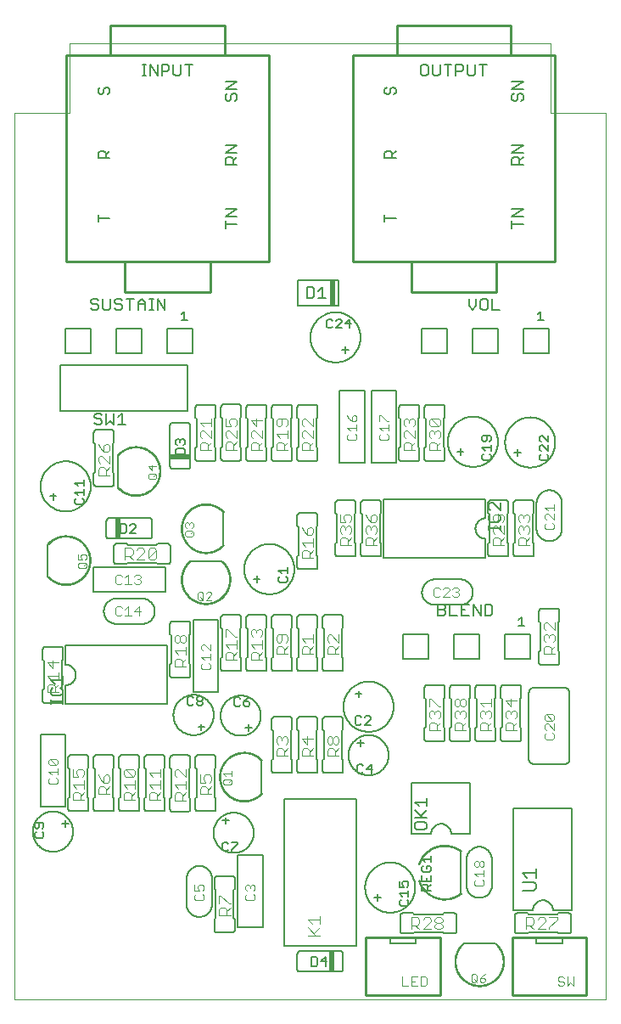
<source format=gto>
G75*
%MOIN*%
%OFA0B0*%
%FSLAX25Y25*%
%IPPOS*%
%LPD*%
%AMOC8*
5,1,8,0,0,1.08239X$1,22.5*
%
%ADD10C,0.01000*%
%ADD11C,0.00600*%
%ADD12R,0.02000X0.10000*%
%ADD13C,0.00500*%
%ADD14C,0.00400*%
%ADD15C,0.00300*%
%ADD16C,0.00060*%
%ADD17R,0.02000X0.08000*%
%ADD18R,0.08000X0.02000*%
%ADD19C,0.00000*%
%ADD20C,0.00787*%
%ADD21C,0.00800*%
D10*
X0142933Y0005744D02*
X0172067Y0005744D01*
X0172067Y0028381D01*
X0142933Y0028381D01*
X0142933Y0005744D01*
X0200433Y0005744D02*
X0229567Y0005744D01*
X0229567Y0028381D01*
X0200433Y0028381D01*
X0200433Y0005744D01*
X0194232Y0281935D02*
X0160768Y0281935D01*
X0160768Y0293746D01*
X0194232Y0293746D01*
X0194232Y0281935D01*
X0194232Y0293746D02*
X0217264Y0293746D01*
X0217264Y0374848D01*
X0199941Y0374848D01*
X0199941Y0386462D01*
X0155059Y0386462D01*
X0155059Y0374848D01*
X0137736Y0374848D01*
X0137736Y0293746D01*
X0160768Y0293746D01*
X0155059Y0374848D02*
X0199941Y0374848D01*
X0104764Y0374848D02*
X0104764Y0293746D01*
X0081732Y0293746D01*
X0081732Y0281935D01*
X0048268Y0281935D01*
X0048268Y0293746D01*
X0081732Y0293746D01*
X0048268Y0293746D02*
X0025236Y0293746D01*
X0025236Y0374848D01*
X0042559Y0374848D01*
X0042559Y0386462D01*
X0087441Y0386462D01*
X0087441Y0374848D01*
X0042559Y0374848D01*
X0087441Y0374848D02*
X0104764Y0374848D01*
D11*
X0092200Y0364440D02*
X0087796Y0364440D01*
X0087796Y0361504D02*
X0092200Y0364440D01*
X0092200Y0361504D02*
X0087796Y0361504D01*
X0088530Y0359836D02*
X0087796Y0359102D01*
X0087796Y0357634D01*
X0088530Y0356900D01*
X0089264Y0356900D01*
X0089998Y0357634D01*
X0089998Y0359102D01*
X0090732Y0359836D01*
X0091466Y0359836D01*
X0092200Y0359102D01*
X0092200Y0357634D01*
X0091466Y0356900D01*
X0092200Y0339440D02*
X0087796Y0339440D01*
X0087796Y0336504D02*
X0092200Y0339440D01*
X0092200Y0336504D02*
X0087796Y0336504D01*
X0088530Y0334836D02*
X0089998Y0334836D01*
X0090732Y0334102D01*
X0090732Y0331900D01*
X0090732Y0333368D02*
X0092200Y0334836D01*
X0092200Y0331900D02*
X0087796Y0331900D01*
X0087796Y0334102D01*
X0088530Y0334836D01*
X0087796Y0314440D02*
X0092200Y0314440D01*
X0087796Y0311504D01*
X0092200Y0311504D01*
X0092200Y0308368D02*
X0087796Y0308368D01*
X0087796Y0306900D02*
X0087796Y0309836D01*
X0063978Y0279304D02*
X0063978Y0274900D01*
X0061042Y0279304D01*
X0061042Y0274900D01*
X0059441Y0274900D02*
X0057973Y0274900D01*
X0058707Y0274900D02*
X0058707Y0279304D01*
X0057973Y0279304D02*
X0059441Y0279304D01*
X0056305Y0277836D02*
X0056305Y0274900D01*
X0056305Y0277102D02*
X0053369Y0277102D01*
X0053369Y0277836D02*
X0054837Y0279304D01*
X0056305Y0277836D01*
X0053369Y0277836D02*
X0053369Y0274900D01*
X0051701Y0279304D02*
X0048765Y0279304D01*
X0050233Y0279304D02*
X0050233Y0274900D01*
X0047097Y0275634D02*
X0046363Y0274900D01*
X0044895Y0274900D01*
X0044161Y0275634D01*
X0044895Y0277102D02*
X0046363Y0277102D01*
X0047097Y0276368D01*
X0047097Y0275634D01*
X0044895Y0277102D02*
X0044161Y0277836D01*
X0044161Y0278570D01*
X0044895Y0279304D01*
X0046363Y0279304D01*
X0047097Y0278570D01*
X0042493Y0279304D02*
X0042493Y0275634D01*
X0041759Y0274900D01*
X0040291Y0274900D01*
X0039557Y0275634D01*
X0039557Y0279304D01*
X0037889Y0278570D02*
X0037155Y0279304D01*
X0035688Y0279304D01*
X0034954Y0278570D01*
X0034954Y0277836D01*
X0035688Y0277102D01*
X0037155Y0277102D01*
X0037889Y0276368D01*
X0037889Y0275634D01*
X0037155Y0274900D01*
X0035688Y0274900D01*
X0034954Y0275634D01*
X0023000Y0253100D02*
X0073000Y0253100D01*
X0073000Y0235100D01*
X0023000Y0235100D01*
X0023000Y0253100D01*
X0037000Y0227759D02*
X0043000Y0227759D01*
X0043060Y0227757D01*
X0043121Y0227752D01*
X0043180Y0227743D01*
X0043239Y0227730D01*
X0043298Y0227714D01*
X0043355Y0227694D01*
X0043410Y0227671D01*
X0043465Y0227644D01*
X0043517Y0227615D01*
X0043568Y0227582D01*
X0043617Y0227546D01*
X0043663Y0227508D01*
X0043707Y0227466D01*
X0043749Y0227422D01*
X0043787Y0227376D01*
X0043823Y0227327D01*
X0043856Y0227276D01*
X0043885Y0227224D01*
X0043912Y0227169D01*
X0043935Y0227114D01*
X0043955Y0227057D01*
X0043971Y0226998D01*
X0043984Y0226939D01*
X0043993Y0226880D01*
X0043998Y0226819D01*
X0044000Y0226759D01*
X0044000Y0222759D01*
X0043500Y0222259D01*
X0043500Y0211133D01*
X0044000Y0210633D01*
X0044000Y0206633D01*
X0043998Y0206573D01*
X0043993Y0206512D01*
X0043984Y0206453D01*
X0043971Y0206394D01*
X0043955Y0206335D01*
X0043935Y0206278D01*
X0043912Y0206223D01*
X0043885Y0206168D01*
X0043856Y0206116D01*
X0043823Y0206065D01*
X0043787Y0206016D01*
X0043749Y0205970D01*
X0043707Y0205926D01*
X0043663Y0205884D01*
X0043617Y0205846D01*
X0043568Y0205810D01*
X0043517Y0205777D01*
X0043465Y0205748D01*
X0043410Y0205721D01*
X0043355Y0205698D01*
X0043298Y0205678D01*
X0043239Y0205662D01*
X0043180Y0205649D01*
X0043121Y0205640D01*
X0043060Y0205635D01*
X0043000Y0205633D01*
X0037000Y0205633D01*
X0036940Y0205635D01*
X0036879Y0205640D01*
X0036820Y0205649D01*
X0036761Y0205662D01*
X0036702Y0205678D01*
X0036645Y0205698D01*
X0036590Y0205721D01*
X0036535Y0205748D01*
X0036483Y0205777D01*
X0036432Y0205810D01*
X0036383Y0205846D01*
X0036337Y0205884D01*
X0036293Y0205926D01*
X0036251Y0205970D01*
X0036213Y0206016D01*
X0036177Y0206065D01*
X0036144Y0206116D01*
X0036115Y0206168D01*
X0036088Y0206223D01*
X0036065Y0206278D01*
X0036045Y0206335D01*
X0036029Y0206394D01*
X0036016Y0206453D01*
X0036007Y0206512D01*
X0036002Y0206573D01*
X0036000Y0206633D01*
X0036000Y0210633D01*
X0036500Y0211133D01*
X0036500Y0222259D01*
X0036000Y0222759D01*
X0036000Y0226759D01*
X0036002Y0226819D01*
X0036007Y0226880D01*
X0036016Y0226939D01*
X0036029Y0226998D01*
X0036045Y0227057D01*
X0036065Y0227114D01*
X0036088Y0227169D01*
X0036115Y0227224D01*
X0036144Y0227276D01*
X0036177Y0227327D01*
X0036213Y0227376D01*
X0036251Y0227422D01*
X0036293Y0227466D01*
X0036337Y0227508D01*
X0036383Y0227546D01*
X0036432Y0227582D01*
X0036483Y0227615D01*
X0036535Y0227644D01*
X0036590Y0227671D01*
X0036645Y0227694D01*
X0036702Y0227714D01*
X0036761Y0227730D01*
X0036820Y0227743D01*
X0036879Y0227752D01*
X0036940Y0227757D01*
X0037000Y0227759D01*
X0045500Y0218021D02*
X0045500Y0205179D01*
X0042000Y0193100D02*
X0058000Y0193100D01*
X0058060Y0193098D01*
X0058121Y0193093D01*
X0058180Y0193084D01*
X0058239Y0193071D01*
X0058298Y0193055D01*
X0058355Y0193035D01*
X0058410Y0193012D01*
X0058465Y0192985D01*
X0058517Y0192956D01*
X0058568Y0192923D01*
X0058617Y0192887D01*
X0058663Y0192849D01*
X0058707Y0192807D01*
X0058749Y0192763D01*
X0058787Y0192717D01*
X0058823Y0192668D01*
X0058856Y0192617D01*
X0058885Y0192565D01*
X0058912Y0192510D01*
X0058935Y0192455D01*
X0058955Y0192398D01*
X0058971Y0192339D01*
X0058984Y0192280D01*
X0058993Y0192221D01*
X0058998Y0192160D01*
X0059000Y0192100D01*
X0059000Y0186100D01*
X0058998Y0186040D01*
X0058993Y0185979D01*
X0058984Y0185920D01*
X0058971Y0185861D01*
X0058955Y0185802D01*
X0058935Y0185745D01*
X0058912Y0185690D01*
X0058885Y0185635D01*
X0058856Y0185583D01*
X0058823Y0185532D01*
X0058787Y0185483D01*
X0058749Y0185437D01*
X0058707Y0185393D01*
X0058663Y0185351D01*
X0058617Y0185313D01*
X0058568Y0185277D01*
X0058517Y0185244D01*
X0058465Y0185215D01*
X0058410Y0185188D01*
X0058355Y0185165D01*
X0058298Y0185145D01*
X0058239Y0185129D01*
X0058180Y0185116D01*
X0058121Y0185107D01*
X0058060Y0185102D01*
X0058000Y0185100D01*
X0042000Y0185100D01*
X0041940Y0185102D01*
X0041879Y0185107D01*
X0041820Y0185116D01*
X0041761Y0185129D01*
X0041702Y0185145D01*
X0041645Y0185165D01*
X0041590Y0185188D01*
X0041535Y0185215D01*
X0041483Y0185244D01*
X0041432Y0185277D01*
X0041383Y0185313D01*
X0041337Y0185351D01*
X0041293Y0185393D01*
X0041251Y0185437D01*
X0041213Y0185483D01*
X0041177Y0185532D01*
X0041144Y0185583D01*
X0041115Y0185635D01*
X0041088Y0185690D01*
X0041065Y0185745D01*
X0041045Y0185802D01*
X0041029Y0185861D01*
X0041016Y0185920D01*
X0041007Y0185979D01*
X0041002Y0186040D01*
X0041000Y0186100D01*
X0041000Y0192100D01*
X0041002Y0192160D01*
X0041007Y0192221D01*
X0041016Y0192280D01*
X0041029Y0192339D01*
X0041045Y0192398D01*
X0041065Y0192455D01*
X0041088Y0192510D01*
X0041115Y0192565D01*
X0041144Y0192617D01*
X0041177Y0192668D01*
X0041213Y0192717D01*
X0041251Y0192763D01*
X0041293Y0192807D01*
X0041337Y0192849D01*
X0041383Y0192887D01*
X0041432Y0192923D01*
X0041483Y0192956D01*
X0041535Y0192985D01*
X0041590Y0193012D01*
X0041645Y0193035D01*
X0041702Y0193055D01*
X0041761Y0193071D01*
X0041820Y0193084D01*
X0041879Y0193093D01*
X0041940Y0193098D01*
X0042000Y0193100D01*
X0044937Y0183100D02*
X0048937Y0183100D01*
X0049437Y0182600D01*
X0060563Y0182600D01*
X0061063Y0183100D01*
X0065063Y0183100D01*
X0065123Y0183098D01*
X0065184Y0183093D01*
X0065243Y0183084D01*
X0065302Y0183071D01*
X0065361Y0183055D01*
X0065418Y0183035D01*
X0065473Y0183012D01*
X0065528Y0182985D01*
X0065580Y0182956D01*
X0065631Y0182923D01*
X0065680Y0182887D01*
X0065726Y0182849D01*
X0065770Y0182807D01*
X0065812Y0182763D01*
X0065850Y0182717D01*
X0065886Y0182668D01*
X0065919Y0182617D01*
X0065948Y0182565D01*
X0065975Y0182510D01*
X0065998Y0182455D01*
X0066018Y0182398D01*
X0066034Y0182339D01*
X0066047Y0182280D01*
X0066056Y0182221D01*
X0066061Y0182160D01*
X0066063Y0182100D01*
X0066063Y0176100D01*
X0066061Y0176040D01*
X0066056Y0175979D01*
X0066047Y0175920D01*
X0066034Y0175861D01*
X0066018Y0175802D01*
X0065998Y0175745D01*
X0065975Y0175690D01*
X0065948Y0175635D01*
X0065919Y0175583D01*
X0065886Y0175532D01*
X0065850Y0175483D01*
X0065812Y0175437D01*
X0065770Y0175393D01*
X0065726Y0175351D01*
X0065680Y0175313D01*
X0065631Y0175277D01*
X0065580Y0175244D01*
X0065528Y0175215D01*
X0065473Y0175188D01*
X0065418Y0175165D01*
X0065361Y0175145D01*
X0065302Y0175129D01*
X0065243Y0175116D01*
X0065184Y0175107D01*
X0065123Y0175102D01*
X0065063Y0175100D01*
X0061063Y0175100D01*
X0060563Y0175600D01*
X0049437Y0175600D01*
X0048937Y0175100D01*
X0044937Y0175100D01*
X0044877Y0175102D01*
X0044816Y0175107D01*
X0044757Y0175116D01*
X0044698Y0175129D01*
X0044639Y0175145D01*
X0044582Y0175165D01*
X0044527Y0175188D01*
X0044472Y0175215D01*
X0044420Y0175244D01*
X0044369Y0175277D01*
X0044320Y0175313D01*
X0044274Y0175351D01*
X0044230Y0175393D01*
X0044188Y0175437D01*
X0044150Y0175483D01*
X0044114Y0175532D01*
X0044081Y0175583D01*
X0044052Y0175635D01*
X0044025Y0175690D01*
X0044002Y0175745D01*
X0043982Y0175802D01*
X0043966Y0175861D01*
X0043953Y0175920D01*
X0043944Y0175979D01*
X0043939Y0176040D01*
X0043937Y0176100D01*
X0043937Y0182100D01*
X0043939Y0182160D01*
X0043944Y0182221D01*
X0043953Y0182280D01*
X0043966Y0182339D01*
X0043982Y0182398D01*
X0044002Y0182455D01*
X0044025Y0182510D01*
X0044052Y0182565D01*
X0044081Y0182617D01*
X0044114Y0182668D01*
X0044150Y0182717D01*
X0044188Y0182763D01*
X0044230Y0182807D01*
X0044274Y0182849D01*
X0044320Y0182887D01*
X0044369Y0182923D01*
X0044420Y0182956D01*
X0044472Y0182985D01*
X0044527Y0183012D01*
X0044582Y0183035D01*
X0044639Y0183055D01*
X0044698Y0183071D01*
X0044757Y0183084D01*
X0044816Y0183093D01*
X0044877Y0183098D01*
X0044937Y0183100D01*
X0035894Y0173982D02*
X0035894Y0164218D01*
X0064106Y0164218D01*
X0064106Y0173982D01*
X0035894Y0173982D01*
X0045000Y0161600D02*
X0047500Y0161600D01*
X0055000Y0161600D01*
X0055140Y0161598D01*
X0055280Y0161592D01*
X0055420Y0161582D01*
X0055560Y0161569D01*
X0055699Y0161551D01*
X0055838Y0161529D01*
X0055975Y0161504D01*
X0056113Y0161475D01*
X0056249Y0161442D01*
X0056384Y0161405D01*
X0056518Y0161364D01*
X0056651Y0161319D01*
X0056783Y0161271D01*
X0056913Y0161219D01*
X0057042Y0161164D01*
X0057169Y0161105D01*
X0057295Y0161042D01*
X0057419Y0160976D01*
X0057540Y0160907D01*
X0057660Y0160834D01*
X0057778Y0160757D01*
X0057893Y0160678D01*
X0058007Y0160595D01*
X0058117Y0160509D01*
X0058226Y0160420D01*
X0058332Y0160328D01*
X0058435Y0160233D01*
X0058536Y0160136D01*
X0058633Y0160035D01*
X0058728Y0159932D01*
X0058820Y0159826D01*
X0058909Y0159717D01*
X0058995Y0159607D01*
X0059078Y0159493D01*
X0059157Y0159378D01*
X0059234Y0159260D01*
X0059307Y0159140D01*
X0059376Y0159019D01*
X0059442Y0158895D01*
X0059505Y0158769D01*
X0059564Y0158642D01*
X0059619Y0158513D01*
X0059671Y0158383D01*
X0059719Y0158251D01*
X0059764Y0158118D01*
X0059805Y0157984D01*
X0059842Y0157849D01*
X0059875Y0157713D01*
X0059904Y0157575D01*
X0059929Y0157438D01*
X0059951Y0157299D01*
X0059969Y0157160D01*
X0059982Y0157020D01*
X0059992Y0156880D01*
X0059998Y0156740D01*
X0060000Y0156600D01*
X0059998Y0156460D01*
X0059992Y0156320D01*
X0059982Y0156180D01*
X0059969Y0156040D01*
X0059951Y0155901D01*
X0059929Y0155762D01*
X0059904Y0155625D01*
X0059875Y0155487D01*
X0059842Y0155351D01*
X0059805Y0155216D01*
X0059764Y0155082D01*
X0059719Y0154949D01*
X0059671Y0154817D01*
X0059619Y0154687D01*
X0059564Y0154558D01*
X0059505Y0154431D01*
X0059442Y0154305D01*
X0059376Y0154181D01*
X0059307Y0154060D01*
X0059234Y0153940D01*
X0059157Y0153822D01*
X0059078Y0153707D01*
X0058995Y0153593D01*
X0058909Y0153483D01*
X0058820Y0153374D01*
X0058728Y0153268D01*
X0058633Y0153165D01*
X0058536Y0153064D01*
X0058435Y0152967D01*
X0058332Y0152872D01*
X0058226Y0152780D01*
X0058117Y0152691D01*
X0058007Y0152605D01*
X0057893Y0152522D01*
X0057778Y0152443D01*
X0057660Y0152366D01*
X0057540Y0152293D01*
X0057419Y0152224D01*
X0057295Y0152158D01*
X0057169Y0152095D01*
X0057042Y0152036D01*
X0056913Y0151981D01*
X0056783Y0151929D01*
X0056651Y0151881D01*
X0056518Y0151836D01*
X0056384Y0151795D01*
X0056249Y0151758D01*
X0056113Y0151725D01*
X0055975Y0151696D01*
X0055838Y0151671D01*
X0055699Y0151649D01*
X0055560Y0151631D01*
X0055420Y0151618D01*
X0055280Y0151608D01*
X0055140Y0151602D01*
X0055000Y0151600D01*
X0045000Y0151600D01*
X0044860Y0151602D01*
X0044720Y0151608D01*
X0044580Y0151618D01*
X0044440Y0151631D01*
X0044301Y0151649D01*
X0044162Y0151671D01*
X0044025Y0151696D01*
X0043887Y0151725D01*
X0043751Y0151758D01*
X0043616Y0151795D01*
X0043482Y0151836D01*
X0043349Y0151881D01*
X0043217Y0151929D01*
X0043087Y0151981D01*
X0042958Y0152036D01*
X0042831Y0152095D01*
X0042705Y0152158D01*
X0042581Y0152224D01*
X0042460Y0152293D01*
X0042340Y0152366D01*
X0042222Y0152443D01*
X0042107Y0152522D01*
X0041993Y0152605D01*
X0041883Y0152691D01*
X0041774Y0152780D01*
X0041668Y0152872D01*
X0041565Y0152967D01*
X0041464Y0153064D01*
X0041367Y0153165D01*
X0041272Y0153268D01*
X0041180Y0153374D01*
X0041091Y0153483D01*
X0041005Y0153593D01*
X0040922Y0153707D01*
X0040843Y0153822D01*
X0040766Y0153940D01*
X0040693Y0154060D01*
X0040624Y0154181D01*
X0040558Y0154305D01*
X0040495Y0154431D01*
X0040436Y0154558D01*
X0040381Y0154687D01*
X0040329Y0154817D01*
X0040281Y0154949D01*
X0040236Y0155082D01*
X0040195Y0155216D01*
X0040158Y0155351D01*
X0040125Y0155487D01*
X0040096Y0155625D01*
X0040071Y0155762D01*
X0040049Y0155901D01*
X0040031Y0156040D01*
X0040018Y0156180D01*
X0040008Y0156320D01*
X0040002Y0156460D01*
X0040000Y0156600D01*
X0040002Y0156740D01*
X0040008Y0156880D01*
X0040018Y0157020D01*
X0040031Y0157160D01*
X0040049Y0157299D01*
X0040071Y0157438D01*
X0040096Y0157575D01*
X0040125Y0157713D01*
X0040158Y0157849D01*
X0040195Y0157984D01*
X0040236Y0158118D01*
X0040281Y0158251D01*
X0040329Y0158383D01*
X0040381Y0158513D01*
X0040436Y0158642D01*
X0040495Y0158769D01*
X0040558Y0158895D01*
X0040624Y0159019D01*
X0040693Y0159140D01*
X0040766Y0159260D01*
X0040843Y0159378D01*
X0040922Y0159493D01*
X0041005Y0159607D01*
X0041091Y0159717D01*
X0041180Y0159826D01*
X0041272Y0159932D01*
X0041367Y0160035D01*
X0041464Y0160136D01*
X0041565Y0160233D01*
X0041668Y0160328D01*
X0041774Y0160420D01*
X0041883Y0160509D01*
X0041993Y0160595D01*
X0042107Y0160678D01*
X0042222Y0160757D01*
X0042340Y0160834D01*
X0042460Y0160907D01*
X0042581Y0160976D01*
X0042705Y0161042D01*
X0042831Y0161105D01*
X0042958Y0161164D01*
X0043087Y0161219D01*
X0043217Y0161271D01*
X0043349Y0161319D01*
X0043482Y0161364D01*
X0043616Y0161405D01*
X0043751Y0161442D01*
X0043887Y0161475D01*
X0044025Y0161504D01*
X0044162Y0161529D01*
X0044301Y0161551D01*
X0044440Y0161569D01*
X0044580Y0161582D01*
X0044720Y0161592D01*
X0044860Y0161598D01*
X0045000Y0161600D01*
X0025000Y0143100D02*
X0025000Y0135600D01*
X0023500Y0137163D02*
X0023500Y0126037D01*
X0024000Y0125537D01*
X0024000Y0121537D01*
X0023998Y0121477D01*
X0023993Y0121416D01*
X0023984Y0121357D01*
X0023971Y0121298D01*
X0023955Y0121239D01*
X0023935Y0121182D01*
X0023912Y0121127D01*
X0023885Y0121072D01*
X0023856Y0121020D01*
X0023823Y0120969D01*
X0023787Y0120920D01*
X0023749Y0120874D01*
X0023707Y0120830D01*
X0023663Y0120788D01*
X0023617Y0120750D01*
X0023568Y0120714D01*
X0023517Y0120681D01*
X0023465Y0120652D01*
X0023410Y0120625D01*
X0023355Y0120602D01*
X0023298Y0120582D01*
X0023239Y0120566D01*
X0023180Y0120553D01*
X0023121Y0120544D01*
X0023060Y0120539D01*
X0023000Y0120537D01*
X0017000Y0120537D01*
X0016940Y0120539D01*
X0016879Y0120544D01*
X0016820Y0120553D01*
X0016761Y0120566D01*
X0016702Y0120582D01*
X0016645Y0120602D01*
X0016590Y0120625D01*
X0016535Y0120652D01*
X0016483Y0120681D01*
X0016432Y0120714D01*
X0016383Y0120750D01*
X0016337Y0120788D01*
X0016293Y0120830D01*
X0016251Y0120874D01*
X0016213Y0120920D01*
X0016177Y0120969D01*
X0016144Y0121020D01*
X0016115Y0121072D01*
X0016088Y0121127D01*
X0016065Y0121182D01*
X0016045Y0121239D01*
X0016029Y0121298D01*
X0016016Y0121357D01*
X0016007Y0121416D01*
X0016002Y0121477D01*
X0016000Y0121537D01*
X0016000Y0125537D01*
X0016500Y0126037D01*
X0016500Y0137163D01*
X0016000Y0137663D01*
X0016000Y0141663D01*
X0016002Y0141723D01*
X0016007Y0141784D01*
X0016016Y0141843D01*
X0016029Y0141902D01*
X0016045Y0141961D01*
X0016065Y0142018D01*
X0016088Y0142073D01*
X0016115Y0142128D01*
X0016144Y0142180D01*
X0016177Y0142231D01*
X0016213Y0142280D01*
X0016251Y0142326D01*
X0016293Y0142370D01*
X0016337Y0142412D01*
X0016383Y0142450D01*
X0016432Y0142486D01*
X0016483Y0142519D01*
X0016535Y0142548D01*
X0016590Y0142575D01*
X0016645Y0142598D01*
X0016702Y0142618D01*
X0016761Y0142634D01*
X0016820Y0142647D01*
X0016879Y0142656D01*
X0016940Y0142661D01*
X0017000Y0142663D01*
X0023000Y0142663D01*
X0023060Y0142661D01*
X0023121Y0142656D01*
X0023180Y0142647D01*
X0023239Y0142634D01*
X0023298Y0142618D01*
X0023355Y0142598D01*
X0023410Y0142575D01*
X0023465Y0142548D01*
X0023517Y0142519D01*
X0023568Y0142486D01*
X0023617Y0142450D01*
X0023663Y0142412D01*
X0023707Y0142370D01*
X0023749Y0142326D01*
X0023787Y0142280D01*
X0023823Y0142231D01*
X0023856Y0142180D01*
X0023885Y0142128D01*
X0023912Y0142073D01*
X0023935Y0142018D01*
X0023955Y0141961D01*
X0023971Y0141902D01*
X0023984Y0141843D01*
X0023993Y0141784D01*
X0023998Y0141723D01*
X0024000Y0141663D01*
X0024000Y0137663D01*
X0023500Y0137163D01*
X0025000Y0143100D02*
X0065000Y0143100D01*
X0065000Y0120100D01*
X0025000Y0120100D01*
X0025000Y0127600D01*
X0025126Y0127602D01*
X0025251Y0127608D01*
X0025376Y0127618D01*
X0025501Y0127632D01*
X0025626Y0127649D01*
X0025750Y0127671D01*
X0025873Y0127696D01*
X0025995Y0127726D01*
X0026116Y0127759D01*
X0026236Y0127796D01*
X0026355Y0127836D01*
X0026472Y0127881D01*
X0026589Y0127929D01*
X0026703Y0127981D01*
X0026816Y0128036D01*
X0026927Y0128095D01*
X0027036Y0128157D01*
X0027143Y0128223D01*
X0027248Y0128292D01*
X0027351Y0128364D01*
X0027452Y0128439D01*
X0027550Y0128518D01*
X0027645Y0128600D01*
X0027738Y0128684D01*
X0027828Y0128772D01*
X0027916Y0128862D01*
X0028000Y0128955D01*
X0028082Y0129050D01*
X0028161Y0129148D01*
X0028236Y0129249D01*
X0028308Y0129352D01*
X0028377Y0129457D01*
X0028443Y0129564D01*
X0028505Y0129673D01*
X0028564Y0129784D01*
X0028619Y0129897D01*
X0028671Y0130011D01*
X0028719Y0130128D01*
X0028764Y0130245D01*
X0028804Y0130364D01*
X0028841Y0130484D01*
X0028874Y0130605D01*
X0028904Y0130727D01*
X0028929Y0130850D01*
X0028951Y0130974D01*
X0028968Y0131099D01*
X0028982Y0131224D01*
X0028992Y0131349D01*
X0028998Y0131474D01*
X0029000Y0131600D01*
X0028998Y0131726D01*
X0028992Y0131851D01*
X0028982Y0131976D01*
X0028968Y0132101D01*
X0028951Y0132226D01*
X0028929Y0132350D01*
X0028904Y0132473D01*
X0028874Y0132595D01*
X0028841Y0132716D01*
X0028804Y0132836D01*
X0028764Y0132955D01*
X0028719Y0133072D01*
X0028671Y0133189D01*
X0028619Y0133303D01*
X0028564Y0133416D01*
X0028505Y0133527D01*
X0028443Y0133636D01*
X0028377Y0133743D01*
X0028308Y0133848D01*
X0028236Y0133951D01*
X0028161Y0134052D01*
X0028082Y0134150D01*
X0028000Y0134245D01*
X0027916Y0134338D01*
X0027828Y0134428D01*
X0027738Y0134516D01*
X0027645Y0134600D01*
X0027550Y0134682D01*
X0027452Y0134761D01*
X0027351Y0134836D01*
X0027248Y0134908D01*
X0027143Y0134977D01*
X0027036Y0135043D01*
X0026927Y0135105D01*
X0026816Y0135164D01*
X0026703Y0135219D01*
X0026589Y0135271D01*
X0026472Y0135319D01*
X0026355Y0135364D01*
X0026236Y0135404D01*
X0026116Y0135441D01*
X0025995Y0135474D01*
X0025873Y0135504D01*
X0025750Y0135529D01*
X0025626Y0135551D01*
X0025501Y0135568D01*
X0025376Y0135582D01*
X0025251Y0135592D01*
X0025126Y0135598D01*
X0025000Y0135600D01*
X0024882Y0108206D02*
X0015118Y0108206D01*
X0015118Y0079994D01*
X0024882Y0079994D01*
X0024882Y0108206D01*
X0027000Y0100163D02*
X0033000Y0100163D01*
X0033060Y0100161D01*
X0033121Y0100156D01*
X0033180Y0100147D01*
X0033239Y0100134D01*
X0033298Y0100118D01*
X0033355Y0100098D01*
X0033410Y0100075D01*
X0033465Y0100048D01*
X0033517Y0100019D01*
X0033568Y0099986D01*
X0033617Y0099950D01*
X0033663Y0099912D01*
X0033707Y0099870D01*
X0033749Y0099826D01*
X0033787Y0099780D01*
X0033823Y0099731D01*
X0033856Y0099680D01*
X0033885Y0099628D01*
X0033912Y0099573D01*
X0033935Y0099518D01*
X0033955Y0099461D01*
X0033971Y0099402D01*
X0033984Y0099343D01*
X0033993Y0099284D01*
X0033998Y0099223D01*
X0034000Y0099163D01*
X0034000Y0095163D01*
X0033500Y0094663D01*
X0033500Y0083537D01*
X0034000Y0083037D01*
X0034000Y0079037D01*
X0033998Y0078977D01*
X0033993Y0078916D01*
X0033984Y0078857D01*
X0033971Y0078798D01*
X0033955Y0078739D01*
X0033935Y0078682D01*
X0033912Y0078627D01*
X0033885Y0078572D01*
X0033856Y0078520D01*
X0033823Y0078469D01*
X0033787Y0078420D01*
X0033749Y0078374D01*
X0033707Y0078330D01*
X0033663Y0078288D01*
X0033617Y0078250D01*
X0033568Y0078214D01*
X0033517Y0078181D01*
X0033465Y0078152D01*
X0033410Y0078125D01*
X0033355Y0078102D01*
X0033298Y0078082D01*
X0033239Y0078066D01*
X0033180Y0078053D01*
X0033121Y0078044D01*
X0033060Y0078039D01*
X0033000Y0078037D01*
X0027000Y0078037D01*
X0026940Y0078039D01*
X0026879Y0078044D01*
X0026820Y0078053D01*
X0026761Y0078066D01*
X0026702Y0078082D01*
X0026645Y0078102D01*
X0026590Y0078125D01*
X0026535Y0078152D01*
X0026483Y0078181D01*
X0026432Y0078214D01*
X0026383Y0078250D01*
X0026337Y0078288D01*
X0026293Y0078330D01*
X0026251Y0078374D01*
X0026213Y0078420D01*
X0026177Y0078469D01*
X0026144Y0078520D01*
X0026115Y0078572D01*
X0026088Y0078627D01*
X0026065Y0078682D01*
X0026045Y0078739D01*
X0026029Y0078798D01*
X0026016Y0078857D01*
X0026007Y0078916D01*
X0026002Y0078977D01*
X0026000Y0079037D01*
X0026000Y0083037D01*
X0026500Y0083537D01*
X0026500Y0094663D01*
X0026000Y0095163D01*
X0026000Y0099163D01*
X0026002Y0099223D01*
X0026007Y0099284D01*
X0026016Y0099343D01*
X0026029Y0099402D01*
X0026045Y0099461D01*
X0026065Y0099518D01*
X0026088Y0099573D01*
X0026115Y0099628D01*
X0026144Y0099680D01*
X0026177Y0099731D01*
X0026213Y0099780D01*
X0026251Y0099826D01*
X0026293Y0099870D01*
X0026337Y0099912D01*
X0026383Y0099950D01*
X0026432Y0099986D01*
X0026483Y0100019D01*
X0026535Y0100048D01*
X0026590Y0100075D01*
X0026645Y0100098D01*
X0026702Y0100118D01*
X0026761Y0100134D01*
X0026820Y0100147D01*
X0026879Y0100156D01*
X0026940Y0100161D01*
X0027000Y0100163D01*
X0036000Y0099163D02*
X0036000Y0095163D01*
X0036500Y0094663D01*
X0036500Y0083537D01*
X0036000Y0083037D01*
X0036000Y0079037D01*
X0036002Y0078977D01*
X0036007Y0078916D01*
X0036016Y0078857D01*
X0036029Y0078798D01*
X0036045Y0078739D01*
X0036065Y0078682D01*
X0036088Y0078627D01*
X0036115Y0078572D01*
X0036144Y0078520D01*
X0036177Y0078469D01*
X0036213Y0078420D01*
X0036251Y0078374D01*
X0036293Y0078330D01*
X0036337Y0078288D01*
X0036383Y0078250D01*
X0036432Y0078214D01*
X0036483Y0078181D01*
X0036535Y0078152D01*
X0036590Y0078125D01*
X0036645Y0078102D01*
X0036702Y0078082D01*
X0036761Y0078066D01*
X0036820Y0078053D01*
X0036879Y0078044D01*
X0036940Y0078039D01*
X0037000Y0078037D01*
X0043000Y0078037D01*
X0043060Y0078039D01*
X0043121Y0078044D01*
X0043180Y0078053D01*
X0043239Y0078066D01*
X0043298Y0078082D01*
X0043355Y0078102D01*
X0043410Y0078125D01*
X0043465Y0078152D01*
X0043517Y0078181D01*
X0043568Y0078214D01*
X0043617Y0078250D01*
X0043663Y0078288D01*
X0043707Y0078330D01*
X0043749Y0078374D01*
X0043787Y0078420D01*
X0043823Y0078469D01*
X0043856Y0078520D01*
X0043885Y0078572D01*
X0043912Y0078627D01*
X0043935Y0078682D01*
X0043955Y0078739D01*
X0043971Y0078798D01*
X0043984Y0078857D01*
X0043993Y0078916D01*
X0043998Y0078977D01*
X0044000Y0079037D01*
X0044000Y0083037D01*
X0043500Y0083537D01*
X0043500Y0094663D01*
X0044000Y0095163D01*
X0044000Y0099163D01*
X0043998Y0099223D01*
X0043993Y0099284D01*
X0043984Y0099343D01*
X0043971Y0099402D01*
X0043955Y0099461D01*
X0043935Y0099518D01*
X0043912Y0099573D01*
X0043885Y0099628D01*
X0043856Y0099680D01*
X0043823Y0099731D01*
X0043787Y0099780D01*
X0043749Y0099826D01*
X0043707Y0099870D01*
X0043663Y0099912D01*
X0043617Y0099950D01*
X0043568Y0099986D01*
X0043517Y0100019D01*
X0043465Y0100048D01*
X0043410Y0100075D01*
X0043355Y0100098D01*
X0043298Y0100118D01*
X0043239Y0100134D01*
X0043180Y0100147D01*
X0043121Y0100156D01*
X0043060Y0100161D01*
X0043000Y0100163D01*
X0037000Y0100163D01*
X0036940Y0100161D01*
X0036879Y0100156D01*
X0036820Y0100147D01*
X0036761Y0100134D01*
X0036702Y0100118D01*
X0036645Y0100098D01*
X0036590Y0100075D01*
X0036535Y0100048D01*
X0036483Y0100019D01*
X0036432Y0099986D01*
X0036383Y0099950D01*
X0036337Y0099912D01*
X0036293Y0099870D01*
X0036251Y0099826D01*
X0036213Y0099780D01*
X0036177Y0099731D01*
X0036144Y0099680D01*
X0036115Y0099628D01*
X0036088Y0099573D01*
X0036065Y0099518D01*
X0036045Y0099461D01*
X0036029Y0099402D01*
X0036016Y0099343D01*
X0036007Y0099284D01*
X0036002Y0099223D01*
X0036000Y0099163D01*
X0046000Y0099163D02*
X0046000Y0095163D01*
X0046500Y0094663D01*
X0046500Y0083537D01*
X0046000Y0083037D01*
X0046000Y0079037D01*
X0046002Y0078977D01*
X0046007Y0078916D01*
X0046016Y0078857D01*
X0046029Y0078798D01*
X0046045Y0078739D01*
X0046065Y0078682D01*
X0046088Y0078627D01*
X0046115Y0078572D01*
X0046144Y0078520D01*
X0046177Y0078469D01*
X0046213Y0078420D01*
X0046251Y0078374D01*
X0046293Y0078330D01*
X0046337Y0078288D01*
X0046383Y0078250D01*
X0046432Y0078214D01*
X0046483Y0078181D01*
X0046535Y0078152D01*
X0046590Y0078125D01*
X0046645Y0078102D01*
X0046702Y0078082D01*
X0046761Y0078066D01*
X0046820Y0078053D01*
X0046879Y0078044D01*
X0046940Y0078039D01*
X0047000Y0078037D01*
X0053000Y0078037D01*
X0053060Y0078039D01*
X0053121Y0078044D01*
X0053180Y0078053D01*
X0053239Y0078066D01*
X0053298Y0078082D01*
X0053355Y0078102D01*
X0053410Y0078125D01*
X0053465Y0078152D01*
X0053517Y0078181D01*
X0053568Y0078214D01*
X0053617Y0078250D01*
X0053663Y0078288D01*
X0053707Y0078330D01*
X0053749Y0078374D01*
X0053787Y0078420D01*
X0053823Y0078469D01*
X0053856Y0078520D01*
X0053885Y0078572D01*
X0053912Y0078627D01*
X0053935Y0078682D01*
X0053955Y0078739D01*
X0053971Y0078798D01*
X0053984Y0078857D01*
X0053993Y0078916D01*
X0053998Y0078977D01*
X0054000Y0079037D01*
X0054000Y0083037D01*
X0053500Y0083537D01*
X0053500Y0094663D01*
X0054000Y0095163D01*
X0054000Y0099163D01*
X0053998Y0099223D01*
X0053993Y0099284D01*
X0053984Y0099343D01*
X0053971Y0099402D01*
X0053955Y0099461D01*
X0053935Y0099518D01*
X0053912Y0099573D01*
X0053885Y0099628D01*
X0053856Y0099680D01*
X0053823Y0099731D01*
X0053787Y0099780D01*
X0053749Y0099826D01*
X0053707Y0099870D01*
X0053663Y0099912D01*
X0053617Y0099950D01*
X0053568Y0099986D01*
X0053517Y0100019D01*
X0053465Y0100048D01*
X0053410Y0100075D01*
X0053355Y0100098D01*
X0053298Y0100118D01*
X0053239Y0100134D01*
X0053180Y0100147D01*
X0053121Y0100156D01*
X0053060Y0100161D01*
X0053000Y0100163D01*
X0047000Y0100163D01*
X0046940Y0100161D01*
X0046879Y0100156D01*
X0046820Y0100147D01*
X0046761Y0100134D01*
X0046702Y0100118D01*
X0046645Y0100098D01*
X0046590Y0100075D01*
X0046535Y0100048D01*
X0046483Y0100019D01*
X0046432Y0099986D01*
X0046383Y0099950D01*
X0046337Y0099912D01*
X0046293Y0099870D01*
X0046251Y0099826D01*
X0046213Y0099780D01*
X0046177Y0099731D01*
X0046144Y0099680D01*
X0046115Y0099628D01*
X0046088Y0099573D01*
X0046065Y0099518D01*
X0046045Y0099461D01*
X0046029Y0099402D01*
X0046016Y0099343D01*
X0046007Y0099284D01*
X0046002Y0099223D01*
X0046000Y0099163D01*
X0056000Y0099163D02*
X0056000Y0095163D01*
X0056500Y0094663D01*
X0056500Y0083537D01*
X0056000Y0083037D01*
X0056000Y0079037D01*
X0056002Y0078977D01*
X0056007Y0078916D01*
X0056016Y0078857D01*
X0056029Y0078798D01*
X0056045Y0078739D01*
X0056065Y0078682D01*
X0056088Y0078627D01*
X0056115Y0078572D01*
X0056144Y0078520D01*
X0056177Y0078469D01*
X0056213Y0078420D01*
X0056251Y0078374D01*
X0056293Y0078330D01*
X0056337Y0078288D01*
X0056383Y0078250D01*
X0056432Y0078214D01*
X0056483Y0078181D01*
X0056535Y0078152D01*
X0056590Y0078125D01*
X0056645Y0078102D01*
X0056702Y0078082D01*
X0056761Y0078066D01*
X0056820Y0078053D01*
X0056879Y0078044D01*
X0056940Y0078039D01*
X0057000Y0078037D01*
X0063000Y0078037D01*
X0063060Y0078039D01*
X0063121Y0078044D01*
X0063180Y0078053D01*
X0063239Y0078066D01*
X0063298Y0078082D01*
X0063355Y0078102D01*
X0063410Y0078125D01*
X0063465Y0078152D01*
X0063517Y0078181D01*
X0063568Y0078214D01*
X0063617Y0078250D01*
X0063663Y0078288D01*
X0063707Y0078330D01*
X0063749Y0078374D01*
X0063787Y0078420D01*
X0063823Y0078469D01*
X0063856Y0078520D01*
X0063885Y0078572D01*
X0063912Y0078627D01*
X0063935Y0078682D01*
X0063955Y0078739D01*
X0063971Y0078798D01*
X0063984Y0078857D01*
X0063993Y0078916D01*
X0063998Y0078977D01*
X0064000Y0079037D01*
X0064000Y0083037D01*
X0063500Y0083537D01*
X0063500Y0094663D01*
X0064000Y0095163D01*
X0064000Y0099163D01*
X0063998Y0099223D01*
X0063993Y0099284D01*
X0063984Y0099343D01*
X0063971Y0099402D01*
X0063955Y0099461D01*
X0063935Y0099518D01*
X0063912Y0099573D01*
X0063885Y0099628D01*
X0063856Y0099680D01*
X0063823Y0099731D01*
X0063787Y0099780D01*
X0063749Y0099826D01*
X0063707Y0099870D01*
X0063663Y0099912D01*
X0063617Y0099950D01*
X0063568Y0099986D01*
X0063517Y0100019D01*
X0063465Y0100048D01*
X0063410Y0100075D01*
X0063355Y0100098D01*
X0063298Y0100118D01*
X0063239Y0100134D01*
X0063180Y0100147D01*
X0063121Y0100156D01*
X0063060Y0100161D01*
X0063000Y0100163D01*
X0057000Y0100163D01*
X0056940Y0100161D01*
X0056879Y0100156D01*
X0056820Y0100147D01*
X0056761Y0100134D01*
X0056702Y0100118D01*
X0056645Y0100098D01*
X0056590Y0100075D01*
X0056535Y0100048D01*
X0056483Y0100019D01*
X0056432Y0099986D01*
X0056383Y0099950D01*
X0056337Y0099912D01*
X0056293Y0099870D01*
X0056251Y0099826D01*
X0056213Y0099780D01*
X0056177Y0099731D01*
X0056144Y0099680D01*
X0056115Y0099628D01*
X0056088Y0099573D01*
X0056065Y0099518D01*
X0056045Y0099461D01*
X0056029Y0099402D01*
X0056016Y0099343D01*
X0056007Y0099284D01*
X0056002Y0099223D01*
X0056000Y0099163D01*
X0066000Y0099067D02*
X0066000Y0095067D01*
X0066500Y0094567D01*
X0066500Y0083441D01*
X0066000Y0082941D01*
X0066000Y0078941D01*
X0066002Y0078881D01*
X0066007Y0078820D01*
X0066016Y0078761D01*
X0066029Y0078702D01*
X0066045Y0078643D01*
X0066065Y0078586D01*
X0066088Y0078531D01*
X0066115Y0078476D01*
X0066144Y0078424D01*
X0066177Y0078373D01*
X0066213Y0078324D01*
X0066251Y0078278D01*
X0066293Y0078234D01*
X0066337Y0078192D01*
X0066383Y0078154D01*
X0066432Y0078118D01*
X0066483Y0078085D01*
X0066535Y0078056D01*
X0066590Y0078029D01*
X0066645Y0078006D01*
X0066702Y0077986D01*
X0066761Y0077970D01*
X0066820Y0077957D01*
X0066879Y0077948D01*
X0066940Y0077943D01*
X0067000Y0077941D01*
X0073000Y0077941D01*
X0073060Y0077943D01*
X0073121Y0077948D01*
X0073180Y0077957D01*
X0073239Y0077970D01*
X0073298Y0077986D01*
X0073355Y0078006D01*
X0073410Y0078029D01*
X0073465Y0078056D01*
X0073517Y0078085D01*
X0073568Y0078118D01*
X0073617Y0078154D01*
X0073663Y0078192D01*
X0073707Y0078234D01*
X0073749Y0078278D01*
X0073787Y0078324D01*
X0073823Y0078373D01*
X0073856Y0078424D01*
X0073885Y0078476D01*
X0073912Y0078531D01*
X0073935Y0078586D01*
X0073955Y0078643D01*
X0073971Y0078702D01*
X0073984Y0078761D01*
X0073993Y0078820D01*
X0073998Y0078881D01*
X0074000Y0078941D01*
X0074000Y0082941D01*
X0073500Y0083441D01*
X0073500Y0094567D01*
X0074000Y0095067D01*
X0074000Y0099067D01*
X0073998Y0099127D01*
X0073993Y0099188D01*
X0073984Y0099247D01*
X0073971Y0099306D01*
X0073955Y0099365D01*
X0073935Y0099422D01*
X0073912Y0099477D01*
X0073885Y0099532D01*
X0073856Y0099584D01*
X0073823Y0099635D01*
X0073787Y0099684D01*
X0073749Y0099730D01*
X0073707Y0099774D01*
X0073663Y0099816D01*
X0073617Y0099854D01*
X0073568Y0099890D01*
X0073517Y0099923D01*
X0073465Y0099952D01*
X0073410Y0099979D01*
X0073355Y0100002D01*
X0073298Y0100022D01*
X0073239Y0100038D01*
X0073180Y0100051D01*
X0073121Y0100060D01*
X0073060Y0100065D01*
X0073000Y0100067D01*
X0067000Y0100067D01*
X0066940Y0100065D01*
X0066879Y0100060D01*
X0066820Y0100051D01*
X0066761Y0100038D01*
X0066702Y0100022D01*
X0066645Y0100002D01*
X0066590Y0099979D01*
X0066535Y0099952D01*
X0066483Y0099923D01*
X0066432Y0099890D01*
X0066383Y0099854D01*
X0066337Y0099816D01*
X0066293Y0099774D01*
X0066251Y0099730D01*
X0066213Y0099684D01*
X0066177Y0099635D01*
X0066144Y0099584D01*
X0066115Y0099532D01*
X0066088Y0099477D01*
X0066065Y0099422D01*
X0066045Y0099365D01*
X0066029Y0099306D01*
X0066016Y0099247D01*
X0066007Y0099188D01*
X0066002Y0099127D01*
X0066000Y0099067D01*
X0076000Y0099163D02*
X0076000Y0095163D01*
X0076500Y0094663D01*
X0076500Y0083537D01*
X0076000Y0083037D01*
X0076000Y0079037D01*
X0076002Y0078977D01*
X0076007Y0078916D01*
X0076016Y0078857D01*
X0076029Y0078798D01*
X0076045Y0078739D01*
X0076065Y0078682D01*
X0076088Y0078627D01*
X0076115Y0078572D01*
X0076144Y0078520D01*
X0076177Y0078469D01*
X0076213Y0078420D01*
X0076251Y0078374D01*
X0076293Y0078330D01*
X0076337Y0078288D01*
X0076383Y0078250D01*
X0076432Y0078214D01*
X0076483Y0078181D01*
X0076535Y0078152D01*
X0076590Y0078125D01*
X0076645Y0078102D01*
X0076702Y0078082D01*
X0076761Y0078066D01*
X0076820Y0078053D01*
X0076879Y0078044D01*
X0076940Y0078039D01*
X0077000Y0078037D01*
X0083000Y0078037D01*
X0083060Y0078039D01*
X0083121Y0078044D01*
X0083180Y0078053D01*
X0083239Y0078066D01*
X0083298Y0078082D01*
X0083355Y0078102D01*
X0083410Y0078125D01*
X0083465Y0078152D01*
X0083517Y0078181D01*
X0083568Y0078214D01*
X0083617Y0078250D01*
X0083663Y0078288D01*
X0083707Y0078330D01*
X0083749Y0078374D01*
X0083787Y0078420D01*
X0083823Y0078469D01*
X0083856Y0078520D01*
X0083885Y0078572D01*
X0083912Y0078627D01*
X0083935Y0078682D01*
X0083955Y0078739D01*
X0083971Y0078798D01*
X0083984Y0078857D01*
X0083993Y0078916D01*
X0083998Y0078977D01*
X0084000Y0079037D01*
X0084000Y0083037D01*
X0083500Y0083537D01*
X0083500Y0094663D01*
X0084000Y0095163D01*
X0084000Y0099163D01*
X0083998Y0099223D01*
X0083993Y0099284D01*
X0083984Y0099343D01*
X0083971Y0099402D01*
X0083955Y0099461D01*
X0083935Y0099518D01*
X0083912Y0099573D01*
X0083885Y0099628D01*
X0083856Y0099680D01*
X0083823Y0099731D01*
X0083787Y0099780D01*
X0083749Y0099826D01*
X0083707Y0099870D01*
X0083663Y0099912D01*
X0083617Y0099950D01*
X0083568Y0099986D01*
X0083517Y0100019D01*
X0083465Y0100048D01*
X0083410Y0100075D01*
X0083355Y0100098D01*
X0083298Y0100118D01*
X0083239Y0100134D01*
X0083180Y0100147D01*
X0083121Y0100156D01*
X0083060Y0100161D01*
X0083000Y0100163D01*
X0077000Y0100163D01*
X0076940Y0100161D01*
X0076879Y0100156D01*
X0076820Y0100147D01*
X0076761Y0100134D01*
X0076702Y0100118D01*
X0076645Y0100098D01*
X0076590Y0100075D01*
X0076535Y0100048D01*
X0076483Y0100019D01*
X0076432Y0099986D01*
X0076383Y0099950D01*
X0076337Y0099912D01*
X0076293Y0099870D01*
X0076251Y0099826D01*
X0076213Y0099780D01*
X0076177Y0099731D01*
X0076144Y0099680D01*
X0076115Y0099628D01*
X0076088Y0099573D01*
X0076065Y0099518D01*
X0076045Y0099461D01*
X0076029Y0099402D01*
X0076016Y0099343D01*
X0076007Y0099284D01*
X0076002Y0099223D01*
X0076000Y0099163D01*
X0078335Y0109792D02*
X0078335Y0112292D01*
X0077118Y0111050D02*
X0079583Y0111078D01*
X0067344Y0115850D02*
X0067346Y0116044D01*
X0067354Y0116238D01*
X0067365Y0116432D01*
X0067382Y0116625D01*
X0067403Y0116818D01*
X0067430Y0117010D01*
X0067460Y0117202D01*
X0067496Y0117392D01*
X0067536Y0117582D01*
X0067581Y0117771D01*
X0067630Y0117959D01*
X0067684Y0118145D01*
X0067743Y0118330D01*
X0067806Y0118513D01*
X0067874Y0118695D01*
X0067946Y0118875D01*
X0068022Y0119054D01*
X0068103Y0119230D01*
X0068188Y0119405D01*
X0068278Y0119577D01*
X0068371Y0119747D01*
X0068469Y0119914D01*
X0068571Y0120080D01*
X0068676Y0120242D01*
X0068786Y0120402D01*
X0068900Y0120560D01*
X0069017Y0120714D01*
X0069139Y0120866D01*
X0069264Y0121014D01*
X0069392Y0121159D01*
X0069524Y0121302D01*
X0069660Y0121440D01*
X0069798Y0121576D01*
X0069941Y0121708D01*
X0070086Y0121836D01*
X0070234Y0121961D01*
X0070386Y0122083D01*
X0070540Y0122200D01*
X0070698Y0122314D01*
X0070858Y0122424D01*
X0071020Y0122529D01*
X0071186Y0122631D01*
X0071353Y0122729D01*
X0071523Y0122822D01*
X0071695Y0122912D01*
X0071870Y0122997D01*
X0072046Y0123078D01*
X0072225Y0123154D01*
X0072405Y0123226D01*
X0072587Y0123294D01*
X0072770Y0123357D01*
X0072955Y0123416D01*
X0073141Y0123470D01*
X0073329Y0123519D01*
X0073518Y0123564D01*
X0073708Y0123604D01*
X0073898Y0123640D01*
X0074090Y0123670D01*
X0074282Y0123697D01*
X0074475Y0123718D01*
X0074668Y0123735D01*
X0074862Y0123746D01*
X0075056Y0123754D01*
X0075250Y0123756D01*
X0075444Y0123754D01*
X0075638Y0123746D01*
X0075832Y0123735D01*
X0076025Y0123718D01*
X0076218Y0123697D01*
X0076410Y0123670D01*
X0076602Y0123640D01*
X0076792Y0123604D01*
X0076982Y0123564D01*
X0077171Y0123519D01*
X0077359Y0123470D01*
X0077545Y0123416D01*
X0077730Y0123357D01*
X0077913Y0123294D01*
X0078095Y0123226D01*
X0078275Y0123154D01*
X0078454Y0123078D01*
X0078630Y0122997D01*
X0078805Y0122912D01*
X0078977Y0122822D01*
X0079147Y0122729D01*
X0079314Y0122631D01*
X0079480Y0122529D01*
X0079642Y0122424D01*
X0079802Y0122314D01*
X0079960Y0122200D01*
X0080114Y0122083D01*
X0080266Y0121961D01*
X0080414Y0121836D01*
X0080559Y0121708D01*
X0080702Y0121576D01*
X0080840Y0121440D01*
X0080976Y0121302D01*
X0081108Y0121159D01*
X0081236Y0121014D01*
X0081361Y0120866D01*
X0081483Y0120714D01*
X0081600Y0120560D01*
X0081714Y0120402D01*
X0081824Y0120242D01*
X0081929Y0120080D01*
X0082031Y0119914D01*
X0082129Y0119747D01*
X0082222Y0119577D01*
X0082312Y0119405D01*
X0082397Y0119230D01*
X0082478Y0119054D01*
X0082554Y0118875D01*
X0082626Y0118695D01*
X0082694Y0118513D01*
X0082757Y0118330D01*
X0082816Y0118145D01*
X0082870Y0117959D01*
X0082919Y0117771D01*
X0082964Y0117582D01*
X0083004Y0117392D01*
X0083040Y0117202D01*
X0083070Y0117010D01*
X0083097Y0116818D01*
X0083118Y0116625D01*
X0083135Y0116432D01*
X0083146Y0116238D01*
X0083154Y0116044D01*
X0083156Y0115850D01*
X0083154Y0115656D01*
X0083146Y0115462D01*
X0083135Y0115268D01*
X0083118Y0115075D01*
X0083097Y0114882D01*
X0083070Y0114690D01*
X0083040Y0114498D01*
X0083004Y0114308D01*
X0082964Y0114118D01*
X0082919Y0113929D01*
X0082870Y0113741D01*
X0082816Y0113555D01*
X0082757Y0113370D01*
X0082694Y0113187D01*
X0082626Y0113005D01*
X0082554Y0112825D01*
X0082478Y0112646D01*
X0082397Y0112470D01*
X0082312Y0112295D01*
X0082222Y0112123D01*
X0082129Y0111953D01*
X0082031Y0111786D01*
X0081929Y0111620D01*
X0081824Y0111458D01*
X0081714Y0111298D01*
X0081600Y0111140D01*
X0081483Y0110986D01*
X0081361Y0110834D01*
X0081236Y0110686D01*
X0081108Y0110541D01*
X0080976Y0110398D01*
X0080840Y0110260D01*
X0080702Y0110124D01*
X0080559Y0109992D01*
X0080414Y0109864D01*
X0080266Y0109739D01*
X0080114Y0109617D01*
X0079960Y0109500D01*
X0079802Y0109386D01*
X0079642Y0109276D01*
X0079480Y0109171D01*
X0079314Y0109069D01*
X0079147Y0108971D01*
X0078977Y0108878D01*
X0078805Y0108788D01*
X0078630Y0108703D01*
X0078454Y0108622D01*
X0078275Y0108546D01*
X0078095Y0108474D01*
X0077913Y0108406D01*
X0077730Y0108343D01*
X0077545Y0108284D01*
X0077359Y0108230D01*
X0077171Y0108181D01*
X0076982Y0108136D01*
X0076792Y0108096D01*
X0076602Y0108060D01*
X0076410Y0108030D01*
X0076218Y0108003D01*
X0076025Y0107982D01*
X0075832Y0107965D01*
X0075638Y0107954D01*
X0075444Y0107946D01*
X0075250Y0107944D01*
X0075056Y0107946D01*
X0074862Y0107954D01*
X0074668Y0107965D01*
X0074475Y0107982D01*
X0074282Y0108003D01*
X0074090Y0108030D01*
X0073898Y0108060D01*
X0073708Y0108096D01*
X0073518Y0108136D01*
X0073329Y0108181D01*
X0073141Y0108230D01*
X0072955Y0108284D01*
X0072770Y0108343D01*
X0072587Y0108406D01*
X0072405Y0108474D01*
X0072225Y0108546D01*
X0072046Y0108622D01*
X0071870Y0108703D01*
X0071695Y0108788D01*
X0071523Y0108878D01*
X0071353Y0108971D01*
X0071186Y0109069D01*
X0071020Y0109171D01*
X0070858Y0109276D01*
X0070698Y0109386D01*
X0070540Y0109500D01*
X0070386Y0109617D01*
X0070234Y0109739D01*
X0070086Y0109864D01*
X0069941Y0109992D01*
X0069798Y0110124D01*
X0069660Y0110260D01*
X0069524Y0110398D01*
X0069392Y0110541D01*
X0069264Y0110686D01*
X0069139Y0110834D01*
X0069017Y0110986D01*
X0068900Y0111140D01*
X0068786Y0111298D01*
X0068676Y0111458D01*
X0068571Y0111620D01*
X0068469Y0111786D01*
X0068371Y0111953D01*
X0068278Y0112123D01*
X0068188Y0112295D01*
X0068103Y0112470D01*
X0068022Y0112646D01*
X0067946Y0112825D01*
X0067874Y0113005D01*
X0067806Y0113187D01*
X0067743Y0113370D01*
X0067684Y0113555D01*
X0067630Y0113741D01*
X0067581Y0113929D01*
X0067536Y0114118D01*
X0067496Y0114308D01*
X0067460Y0114498D01*
X0067430Y0114690D01*
X0067403Y0114882D01*
X0067382Y0115075D01*
X0067365Y0115268D01*
X0067354Y0115462D01*
X0067346Y0115656D01*
X0067344Y0115850D01*
X0075118Y0124994D02*
X0084882Y0124994D01*
X0084882Y0153206D01*
X0075118Y0153206D01*
X0075118Y0124994D01*
X0073000Y0130537D02*
X0067000Y0130537D01*
X0066940Y0130539D01*
X0066879Y0130544D01*
X0066820Y0130553D01*
X0066761Y0130566D01*
X0066702Y0130582D01*
X0066645Y0130602D01*
X0066590Y0130625D01*
X0066535Y0130652D01*
X0066483Y0130681D01*
X0066432Y0130714D01*
X0066383Y0130750D01*
X0066337Y0130788D01*
X0066293Y0130830D01*
X0066251Y0130874D01*
X0066213Y0130920D01*
X0066177Y0130969D01*
X0066144Y0131020D01*
X0066115Y0131072D01*
X0066088Y0131127D01*
X0066065Y0131182D01*
X0066045Y0131239D01*
X0066029Y0131298D01*
X0066016Y0131357D01*
X0066007Y0131416D01*
X0066002Y0131477D01*
X0066000Y0131537D01*
X0066000Y0135537D01*
X0066500Y0136037D01*
X0066500Y0147163D01*
X0066000Y0147663D01*
X0066000Y0151663D01*
X0066002Y0151723D01*
X0066007Y0151784D01*
X0066016Y0151843D01*
X0066029Y0151902D01*
X0066045Y0151961D01*
X0066065Y0152018D01*
X0066088Y0152073D01*
X0066115Y0152128D01*
X0066144Y0152180D01*
X0066177Y0152231D01*
X0066213Y0152280D01*
X0066251Y0152326D01*
X0066293Y0152370D01*
X0066337Y0152412D01*
X0066383Y0152450D01*
X0066432Y0152486D01*
X0066483Y0152519D01*
X0066535Y0152548D01*
X0066590Y0152575D01*
X0066645Y0152598D01*
X0066702Y0152618D01*
X0066761Y0152634D01*
X0066820Y0152647D01*
X0066879Y0152656D01*
X0066940Y0152661D01*
X0067000Y0152663D01*
X0073000Y0152663D01*
X0073060Y0152661D01*
X0073121Y0152656D01*
X0073180Y0152647D01*
X0073239Y0152634D01*
X0073298Y0152618D01*
X0073355Y0152598D01*
X0073410Y0152575D01*
X0073465Y0152548D01*
X0073517Y0152519D01*
X0073568Y0152486D01*
X0073617Y0152450D01*
X0073663Y0152412D01*
X0073707Y0152370D01*
X0073749Y0152326D01*
X0073787Y0152280D01*
X0073823Y0152231D01*
X0073856Y0152180D01*
X0073885Y0152128D01*
X0073912Y0152073D01*
X0073935Y0152018D01*
X0073955Y0151961D01*
X0073971Y0151902D01*
X0073984Y0151843D01*
X0073993Y0151784D01*
X0073998Y0151723D01*
X0074000Y0151663D01*
X0074000Y0147663D01*
X0073500Y0147163D01*
X0073500Y0136037D01*
X0074000Y0135537D01*
X0074000Y0131537D01*
X0073998Y0131477D01*
X0073993Y0131416D01*
X0073984Y0131357D01*
X0073971Y0131298D01*
X0073955Y0131239D01*
X0073935Y0131182D01*
X0073912Y0131127D01*
X0073885Y0131072D01*
X0073856Y0131020D01*
X0073823Y0130969D01*
X0073787Y0130920D01*
X0073749Y0130874D01*
X0073707Y0130830D01*
X0073663Y0130788D01*
X0073617Y0130750D01*
X0073568Y0130714D01*
X0073517Y0130681D01*
X0073465Y0130652D01*
X0073410Y0130625D01*
X0073355Y0130602D01*
X0073298Y0130582D01*
X0073239Y0130566D01*
X0073180Y0130553D01*
X0073121Y0130544D01*
X0073060Y0130539D01*
X0073000Y0130537D01*
X0086000Y0134037D02*
X0086000Y0138037D01*
X0086500Y0138537D01*
X0086500Y0149663D01*
X0086000Y0150163D01*
X0086000Y0154163D01*
X0086002Y0154223D01*
X0086007Y0154284D01*
X0086016Y0154343D01*
X0086029Y0154402D01*
X0086045Y0154461D01*
X0086065Y0154518D01*
X0086088Y0154573D01*
X0086115Y0154628D01*
X0086144Y0154680D01*
X0086177Y0154731D01*
X0086213Y0154780D01*
X0086251Y0154826D01*
X0086293Y0154870D01*
X0086337Y0154912D01*
X0086383Y0154950D01*
X0086432Y0154986D01*
X0086483Y0155019D01*
X0086535Y0155048D01*
X0086590Y0155075D01*
X0086645Y0155098D01*
X0086702Y0155118D01*
X0086761Y0155134D01*
X0086820Y0155147D01*
X0086879Y0155156D01*
X0086940Y0155161D01*
X0087000Y0155163D01*
X0093000Y0155163D01*
X0093060Y0155161D01*
X0093121Y0155156D01*
X0093180Y0155147D01*
X0093239Y0155134D01*
X0093298Y0155118D01*
X0093355Y0155098D01*
X0093410Y0155075D01*
X0093465Y0155048D01*
X0093517Y0155019D01*
X0093568Y0154986D01*
X0093617Y0154950D01*
X0093663Y0154912D01*
X0093707Y0154870D01*
X0093749Y0154826D01*
X0093787Y0154780D01*
X0093823Y0154731D01*
X0093856Y0154680D01*
X0093885Y0154628D01*
X0093912Y0154573D01*
X0093935Y0154518D01*
X0093955Y0154461D01*
X0093971Y0154402D01*
X0093984Y0154343D01*
X0093993Y0154284D01*
X0093998Y0154223D01*
X0094000Y0154163D01*
X0094000Y0150163D01*
X0093500Y0149663D01*
X0093500Y0138537D01*
X0094000Y0138037D01*
X0094000Y0134037D01*
X0093998Y0133977D01*
X0093993Y0133916D01*
X0093984Y0133857D01*
X0093971Y0133798D01*
X0093955Y0133739D01*
X0093935Y0133682D01*
X0093912Y0133627D01*
X0093885Y0133572D01*
X0093856Y0133520D01*
X0093823Y0133469D01*
X0093787Y0133420D01*
X0093749Y0133374D01*
X0093707Y0133330D01*
X0093663Y0133288D01*
X0093617Y0133250D01*
X0093568Y0133214D01*
X0093517Y0133181D01*
X0093465Y0133152D01*
X0093410Y0133125D01*
X0093355Y0133102D01*
X0093298Y0133082D01*
X0093239Y0133066D01*
X0093180Y0133053D01*
X0093121Y0133044D01*
X0093060Y0133039D01*
X0093000Y0133037D01*
X0087000Y0133037D01*
X0086940Y0133039D01*
X0086879Y0133044D01*
X0086820Y0133053D01*
X0086761Y0133066D01*
X0086702Y0133082D01*
X0086645Y0133102D01*
X0086590Y0133125D01*
X0086535Y0133152D01*
X0086483Y0133181D01*
X0086432Y0133214D01*
X0086383Y0133250D01*
X0086337Y0133288D01*
X0086293Y0133330D01*
X0086251Y0133374D01*
X0086213Y0133420D01*
X0086177Y0133469D01*
X0086144Y0133520D01*
X0086115Y0133572D01*
X0086088Y0133627D01*
X0086065Y0133682D01*
X0086045Y0133739D01*
X0086029Y0133798D01*
X0086016Y0133857D01*
X0086007Y0133916D01*
X0086002Y0133977D01*
X0086000Y0134037D01*
X0096000Y0134037D02*
X0096000Y0138037D01*
X0096500Y0138537D01*
X0096500Y0149663D01*
X0096000Y0150163D01*
X0096000Y0154163D01*
X0096002Y0154223D01*
X0096007Y0154284D01*
X0096016Y0154343D01*
X0096029Y0154402D01*
X0096045Y0154461D01*
X0096065Y0154518D01*
X0096088Y0154573D01*
X0096115Y0154628D01*
X0096144Y0154680D01*
X0096177Y0154731D01*
X0096213Y0154780D01*
X0096251Y0154826D01*
X0096293Y0154870D01*
X0096337Y0154912D01*
X0096383Y0154950D01*
X0096432Y0154986D01*
X0096483Y0155019D01*
X0096535Y0155048D01*
X0096590Y0155075D01*
X0096645Y0155098D01*
X0096702Y0155118D01*
X0096761Y0155134D01*
X0096820Y0155147D01*
X0096879Y0155156D01*
X0096940Y0155161D01*
X0097000Y0155163D01*
X0103000Y0155163D01*
X0103060Y0155161D01*
X0103121Y0155156D01*
X0103180Y0155147D01*
X0103239Y0155134D01*
X0103298Y0155118D01*
X0103355Y0155098D01*
X0103410Y0155075D01*
X0103465Y0155048D01*
X0103517Y0155019D01*
X0103568Y0154986D01*
X0103617Y0154950D01*
X0103663Y0154912D01*
X0103707Y0154870D01*
X0103749Y0154826D01*
X0103787Y0154780D01*
X0103823Y0154731D01*
X0103856Y0154680D01*
X0103885Y0154628D01*
X0103912Y0154573D01*
X0103935Y0154518D01*
X0103955Y0154461D01*
X0103971Y0154402D01*
X0103984Y0154343D01*
X0103993Y0154284D01*
X0103998Y0154223D01*
X0104000Y0154163D01*
X0104000Y0150163D01*
X0103500Y0149663D01*
X0103500Y0138537D01*
X0104000Y0138037D01*
X0104000Y0134037D01*
X0103998Y0133977D01*
X0103993Y0133916D01*
X0103984Y0133857D01*
X0103971Y0133798D01*
X0103955Y0133739D01*
X0103935Y0133682D01*
X0103912Y0133627D01*
X0103885Y0133572D01*
X0103856Y0133520D01*
X0103823Y0133469D01*
X0103787Y0133420D01*
X0103749Y0133374D01*
X0103707Y0133330D01*
X0103663Y0133288D01*
X0103617Y0133250D01*
X0103568Y0133214D01*
X0103517Y0133181D01*
X0103465Y0133152D01*
X0103410Y0133125D01*
X0103355Y0133102D01*
X0103298Y0133082D01*
X0103239Y0133066D01*
X0103180Y0133053D01*
X0103121Y0133044D01*
X0103060Y0133039D01*
X0103000Y0133037D01*
X0097000Y0133037D01*
X0096940Y0133039D01*
X0096879Y0133044D01*
X0096820Y0133053D01*
X0096761Y0133066D01*
X0096702Y0133082D01*
X0096645Y0133102D01*
X0096590Y0133125D01*
X0096535Y0133152D01*
X0096483Y0133181D01*
X0096432Y0133214D01*
X0096383Y0133250D01*
X0096337Y0133288D01*
X0096293Y0133330D01*
X0096251Y0133374D01*
X0096213Y0133420D01*
X0096177Y0133469D01*
X0096144Y0133520D01*
X0096115Y0133572D01*
X0096088Y0133627D01*
X0096065Y0133682D01*
X0096045Y0133739D01*
X0096029Y0133798D01*
X0096016Y0133857D01*
X0096007Y0133916D01*
X0096002Y0133977D01*
X0096000Y0134037D01*
X0106000Y0134037D02*
X0106000Y0138037D01*
X0106500Y0138537D01*
X0106500Y0149663D01*
X0106000Y0150163D01*
X0106000Y0154163D01*
X0106002Y0154223D01*
X0106007Y0154284D01*
X0106016Y0154343D01*
X0106029Y0154402D01*
X0106045Y0154461D01*
X0106065Y0154518D01*
X0106088Y0154573D01*
X0106115Y0154628D01*
X0106144Y0154680D01*
X0106177Y0154731D01*
X0106213Y0154780D01*
X0106251Y0154826D01*
X0106293Y0154870D01*
X0106337Y0154912D01*
X0106383Y0154950D01*
X0106432Y0154986D01*
X0106483Y0155019D01*
X0106535Y0155048D01*
X0106590Y0155075D01*
X0106645Y0155098D01*
X0106702Y0155118D01*
X0106761Y0155134D01*
X0106820Y0155147D01*
X0106879Y0155156D01*
X0106940Y0155161D01*
X0107000Y0155163D01*
X0113000Y0155163D01*
X0113060Y0155161D01*
X0113121Y0155156D01*
X0113180Y0155147D01*
X0113239Y0155134D01*
X0113298Y0155118D01*
X0113355Y0155098D01*
X0113410Y0155075D01*
X0113465Y0155048D01*
X0113517Y0155019D01*
X0113568Y0154986D01*
X0113617Y0154950D01*
X0113663Y0154912D01*
X0113707Y0154870D01*
X0113749Y0154826D01*
X0113787Y0154780D01*
X0113823Y0154731D01*
X0113856Y0154680D01*
X0113885Y0154628D01*
X0113912Y0154573D01*
X0113935Y0154518D01*
X0113955Y0154461D01*
X0113971Y0154402D01*
X0113984Y0154343D01*
X0113993Y0154284D01*
X0113998Y0154223D01*
X0114000Y0154163D01*
X0114000Y0150163D01*
X0113500Y0149663D01*
X0113500Y0138537D01*
X0114000Y0138037D01*
X0114000Y0134037D01*
X0113998Y0133977D01*
X0113993Y0133916D01*
X0113984Y0133857D01*
X0113971Y0133798D01*
X0113955Y0133739D01*
X0113935Y0133682D01*
X0113912Y0133627D01*
X0113885Y0133572D01*
X0113856Y0133520D01*
X0113823Y0133469D01*
X0113787Y0133420D01*
X0113749Y0133374D01*
X0113707Y0133330D01*
X0113663Y0133288D01*
X0113617Y0133250D01*
X0113568Y0133214D01*
X0113517Y0133181D01*
X0113465Y0133152D01*
X0113410Y0133125D01*
X0113355Y0133102D01*
X0113298Y0133082D01*
X0113239Y0133066D01*
X0113180Y0133053D01*
X0113121Y0133044D01*
X0113060Y0133039D01*
X0113000Y0133037D01*
X0107000Y0133037D01*
X0106940Y0133039D01*
X0106879Y0133044D01*
X0106820Y0133053D01*
X0106761Y0133066D01*
X0106702Y0133082D01*
X0106645Y0133102D01*
X0106590Y0133125D01*
X0106535Y0133152D01*
X0106483Y0133181D01*
X0106432Y0133214D01*
X0106383Y0133250D01*
X0106337Y0133288D01*
X0106293Y0133330D01*
X0106251Y0133374D01*
X0106213Y0133420D01*
X0106177Y0133469D01*
X0106144Y0133520D01*
X0106115Y0133572D01*
X0106088Y0133627D01*
X0106065Y0133682D01*
X0106045Y0133739D01*
X0106029Y0133798D01*
X0106016Y0133857D01*
X0106007Y0133916D01*
X0106002Y0133977D01*
X0106000Y0134037D01*
X0116000Y0134037D02*
X0116000Y0138037D01*
X0116500Y0138537D01*
X0116500Y0149663D01*
X0116000Y0150163D01*
X0116000Y0154163D01*
X0116002Y0154223D01*
X0116007Y0154284D01*
X0116016Y0154343D01*
X0116029Y0154402D01*
X0116045Y0154461D01*
X0116065Y0154518D01*
X0116088Y0154573D01*
X0116115Y0154628D01*
X0116144Y0154680D01*
X0116177Y0154731D01*
X0116213Y0154780D01*
X0116251Y0154826D01*
X0116293Y0154870D01*
X0116337Y0154912D01*
X0116383Y0154950D01*
X0116432Y0154986D01*
X0116483Y0155019D01*
X0116535Y0155048D01*
X0116590Y0155075D01*
X0116645Y0155098D01*
X0116702Y0155118D01*
X0116761Y0155134D01*
X0116820Y0155147D01*
X0116879Y0155156D01*
X0116940Y0155161D01*
X0117000Y0155163D01*
X0123000Y0155163D01*
X0123060Y0155161D01*
X0123121Y0155156D01*
X0123180Y0155147D01*
X0123239Y0155134D01*
X0123298Y0155118D01*
X0123355Y0155098D01*
X0123410Y0155075D01*
X0123465Y0155048D01*
X0123517Y0155019D01*
X0123568Y0154986D01*
X0123617Y0154950D01*
X0123663Y0154912D01*
X0123707Y0154870D01*
X0123749Y0154826D01*
X0123787Y0154780D01*
X0123823Y0154731D01*
X0123856Y0154680D01*
X0123885Y0154628D01*
X0123912Y0154573D01*
X0123935Y0154518D01*
X0123955Y0154461D01*
X0123971Y0154402D01*
X0123984Y0154343D01*
X0123993Y0154284D01*
X0123998Y0154223D01*
X0124000Y0154163D01*
X0124000Y0150163D01*
X0123500Y0149663D01*
X0123500Y0138537D01*
X0124000Y0138037D01*
X0124000Y0134037D01*
X0123998Y0133977D01*
X0123993Y0133916D01*
X0123984Y0133857D01*
X0123971Y0133798D01*
X0123955Y0133739D01*
X0123935Y0133682D01*
X0123912Y0133627D01*
X0123885Y0133572D01*
X0123856Y0133520D01*
X0123823Y0133469D01*
X0123787Y0133420D01*
X0123749Y0133374D01*
X0123707Y0133330D01*
X0123663Y0133288D01*
X0123617Y0133250D01*
X0123568Y0133214D01*
X0123517Y0133181D01*
X0123465Y0133152D01*
X0123410Y0133125D01*
X0123355Y0133102D01*
X0123298Y0133082D01*
X0123239Y0133066D01*
X0123180Y0133053D01*
X0123121Y0133044D01*
X0123060Y0133039D01*
X0123000Y0133037D01*
X0117000Y0133037D01*
X0116940Y0133039D01*
X0116879Y0133044D01*
X0116820Y0133053D01*
X0116761Y0133066D01*
X0116702Y0133082D01*
X0116645Y0133102D01*
X0116590Y0133125D01*
X0116535Y0133152D01*
X0116483Y0133181D01*
X0116432Y0133214D01*
X0116383Y0133250D01*
X0116337Y0133288D01*
X0116293Y0133330D01*
X0116251Y0133374D01*
X0116213Y0133420D01*
X0116177Y0133469D01*
X0116144Y0133520D01*
X0116115Y0133572D01*
X0116088Y0133627D01*
X0116065Y0133682D01*
X0116045Y0133739D01*
X0116029Y0133798D01*
X0116016Y0133857D01*
X0116007Y0133916D01*
X0116002Y0133977D01*
X0116000Y0134037D01*
X0126000Y0134037D02*
X0126000Y0138037D01*
X0126500Y0138537D01*
X0126500Y0149663D01*
X0126000Y0150163D01*
X0126000Y0154163D01*
X0126002Y0154223D01*
X0126007Y0154284D01*
X0126016Y0154343D01*
X0126029Y0154402D01*
X0126045Y0154461D01*
X0126065Y0154518D01*
X0126088Y0154573D01*
X0126115Y0154628D01*
X0126144Y0154680D01*
X0126177Y0154731D01*
X0126213Y0154780D01*
X0126251Y0154826D01*
X0126293Y0154870D01*
X0126337Y0154912D01*
X0126383Y0154950D01*
X0126432Y0154986D01*
X0126483Y0155019D01*
X0126535Y0155048D01*
X0126590Y0155075D01*
X0126645Y0155098D01*
X0126702Y0155118D01*
X0126761Y0155134D01*
X0126820Y0155147D01*
X0126879Y0155156D01*
X0126940Y0155161D01*
X0127000Y0155163D01*
X0133000Y0155163D01*
X0133060Y0155161D01*
X0133121Y0155156D01*
X0133180Y0155147D01*
X0133239Y0155134D01*
X0133298Y0155118D01*
X0133355Y0155098D01*
X0133410Y0155075D01*
X0133465Y0155048D01*
X0133517Y0155019D01*
X0133568Y0154986D01*
X0133617Y0154950D01*
X0133663Y0154912D01*
X0133707Y0154870D01*
X0133749Y0154826D01*
X0133787Y0154780D01*
X0133823Y0154731D01*
X0133856Y0154680D01*
X0133885Y0154628D01*
X0133912Y0154573D01*
X0133935Y0154518D01*
X0133955Y0154461D01*
X0133971Y0154402D01*
X0133984Y0154343D01*
X0133993Y0154284D01*
X0133998Y0154223D01*
X0134000Y0154163D01*
X0134000Y0150163D01*
X0133500Y0149663D01*
X0133500Y0138537D01*
X0134000Y0138037D01*
X0134000Y0134037D01*
X0133998Y0133977D01*
X0133993Y0133916D01*
X0133984Y0133857D01*
X0133971Y0133798D01*
X0133955Y0133739D01*
X0133935Y0133682D01*
X0133912Y0133627D01*
X0133885Y0133572D01*
X0133856Y0133520D01*
X0133823Y0133469D01*
X0133787Y0133420D01*
X0133749Y0133374D01*
X0133707Y0133330D01*
X0133663Y0133288D01*
X0133617Y0133250D01*
X0133568Y0133214D01*
X0133517Y0133181D01*
X0133465Y0133152D01*
X0133410Y0133125D01*
X0133355Y0133102D01*
X0133298Y0133082D01*
X0133239Y0133066D01*
X0133180Y0133053D01*
X0133121Y0133044D01*
X0133060Y0133039D01*
X0133000Y0133037D01*
X0127000Y0133037D01*
X0126940Y0133039D01*
X0126879Y0133044D01*
X0126820Y0133053D01*
X0126761Y0133066D01*
X0126702Y0133082D01*
X0126645Y0133102D01*
X0126590Y0133125D01*
X0126535Y0133152D01*
X0126483Y0133181D01*
X0126432Y0133214D01*
X0126383Y0133250D01*
X0126337Y0133288D01*
X0126293Y0133330D01*
X0126251Y0133374D01*
X0126213Y0133420D01*
X0126177Y0133469D01*
X0126144Y0133520D01*
X0126115Y0133572D01*
X0126088Y0133627D01*
X0126065Y0133682D01*
X0126045Y0133739D01*
X0126029Y0133798D01*
X0126016Y0133857D01*
X0126007Y0133916D01*
X0126002Y0133977D01*
X0126000Y0134037D01*
X0138743Y0124040D02*
X0141343Y0124040D01*
X0140127Y0122820D02*
X0140127Y0125320D01*
X0134157Y0119100D02*
X0134160Y0119342D01*
X0134169Y0119583D01*
X0134184Y0119824D01*
X0134204Y0120065D01*
X0134231Y0120305D01*
X0134264Y0120544D01*
X0134302Y0120783D01*
X0134346Y0121020D01*
X0134396Y0121257D01*
X0134452Y0121492D01*
X0134514Y0121725D01*
X0134581Y0121957D01*
X0134654Y0122188D01*
X0134732Y0122416D01*
X0134817Y0122642D01*
X0134906Y0122867D01*
X0135001Y0123089D01*
X0135102Y0123308D01*
X0135208Y0123526D01*
X0135319Y0123740D01*
X0135436Y0123952D01*
X0135557Y0124160D01*
X0135684Y0124366D01*
X0135816Y0124568D01*
X0135953Y0124768D01*
X0136094Y0124963D01*
X0136240Y0125156D01*
X0136391Y0125344D01*
X0136547Y0125529D01*
X0136707Y0125710D01*
X0136871Y0125887D01*
X0137040Y0126060D01*
X0137213Y0126229D01*
X0137390Y0126393D01*
X0137571Y0126553D01*
X0137756Y0126709D01*
X0137944Y0126860D01*
X0138137Y0127006D01*
X0138332Y0127147D01*
X0138532Y0127284D01*
X0138734Y0127416D01*
X0138940Y0127543D01*
X0139148Y0127664D01*
X0139360Y0127781D01*
X0139574Y0127892D01*
X0139792Y0127998D01*
X0140011Y0128099D01*
X0140233Y0128194D01*
X0140458Y0128283D01*
X0140684Y0128368D01*
X0140912Y0128446D01*
X0141143Y0128519D01*
X0141375Y0128586D01*
X0141608Y0128648D01*
X0141843Y0128704D01*
X0142080Y0128754D01*
X0142317Y0128798D01*
X0142556Y0128836D01*
X0142795Y0128869D01*
X0143035Y0128896D01*
X0143276Y0128916D01*
X0143517Y0128931D01*
X0143758Y0128940D01*
X0144000Y0128943D01*
X0144242Y0128940D01*
X0144483Y0128931D01*
X0144724Y0128916D01*
X0144965Y0128896D01*
X0145205Y0128869D01*
X0145444Y0128836D01*
X0145683Y0128798D01*
X0145920Y0128754D01*
X0146157Y0128704D01*
X0146392Y0128648D01*
X0146625Y0128586D01*
X0146857Y0128519D01*
X0147088Y0128446D01*
X0147316Y0128368D01*
X0147542Y0128283D01*
X0147767Y0128194D01*
X0147989Y0128099D01*
X0148208Y0127998D01*
X0148426Y0127892D01*
X0148640Y0127781D01*
X0148852Y0127664D01*
X0149060Y0127543D01*
X0149266Y0127416D01*
X0149468Y0127284D01*
X0149668Y0127147D01*
X0149863Y0127006D01*
X0150056Y0126860D01*
X0150244Y0126709D01*
X0150429Y0126553D01*
X0150610Y0126393D01*
X0150787Y0126229D01*
X0150960Y0126060D01*
X0151129Y0125887D01*
X0151293Y0125710D01*
X0151453Y0125529D01*
X0151609Y0125344D01*
X0151760Y0125156D01*
X0151906Y0124963D01*
X0152047Y0124768D01*
X0152184Y0124568D01*
X0152316Y0124366D01*
X0152443Y0124160D01*
X0152564Y0123952D01*
X0152681Y0123740D01*
X0152792Y0123526D01*
X0152898Y0123308D01*
X0152999Y0123089D01*
X0153094Y0122867D01*
X0153183Y0122642D01*
X0153268Y0122416D01*
X0153346Y0122188D01*
X0153419Y0121957D01*
X0153486Y0121725D01*
X0153548Y0121492D01*
X0153604Y0121257D01*
X0153654Y0121020D01*
X0153698Y0120783D01*
X0153736Y0120544D01*
X0153769Y0120305D01*
X0153796Y0120065D01*
X0153816Y0119824D01*
X0153831Y0119583D01*
X0153840Y0119342D01*
X0153843Y0119100D01*
X0153840Y0118858D01*
X0153831Y0118617D01*
X0153816Y0118376D01*
X0153796Y0118135D01*
X0153769Y0117895D01*
X0153736Y0117656D01*
X0153698Y0117417D01*
X0153654Y0117180D01*
X0153604Y0116943D01*
X0153548Y0116708D01*
X0153486Y0116475D01*
X0153419Y0116243D01*
X0153346Y0116012D01*
X0153268Y0115784D01*
X0153183Y0115558D01*
X0153094Y0115333D01*
X0152999Y0115111D01*
X0152898Y0114892D01*
X0152792Y0114674D01*
X0152681Y0114460D01*
X0152564Y0114248D01*
X0152443Y0114040D01*
X0152316Y0113834D01*
X0152184Y0113632D01*
X0152047Y0113432D01*
X0151906Y0113237D01*
X0151760Y0113044D01*
X0151609Y0112856D01*
X0151453Y0112671D01*
X0151293Y0112490D01*
X0151129Y0112313D01*
X0150960Y0112140D01*
X0150787Y0111971D01*
X0150610Y0111807D01*
X0150429Y0111647D01*
X0150244Y0111491D01*
X0150056Y0111340D01*
X0149863Y0111194D01*
X0149668Y0111053D01*
X0149468Y0110916D01*
X0149266Y0110784D01*
X0149060Y0110657D01*
X0148852Y0110536D01*
X0148640Y0110419D01*
X0148426Y0110308D01*
X0148208Y0110202D01*
X0147989Y0110101D01*
X0147767Y0110006D01*
X0147542Y0109917D01*
X0147316Y0109832D01*
X0147088Y0109754D01*
X0146857Y0109681D01*
X0146625Y0109614D01*
X0146392Y0109552D01*
X0146157Y0109496D01*
X0145920Y0109446D01*
X0145683Y0109402D01*
X0145444Y0109364D01*
X0145205Y0109331D01*
X0144965Y0109304D01*
X0144724Y0109284D01*
X0144483Y0109269D01*
X0144242Y0109260D01*
X0144000Y0109257D01*
X0143758Y0109260D01*
X0143517Y0109269D01*
X0143276Y0109284D01*
X0143035Y0109304D01*
X0142795Y0109331D01*
X0142556Y0109364D01*
X0142317Y0109402D01*
X0142080Y0109446D01*
X0141843Y0109496D01*
X0141608Y0109552D01*
X0141375Y0109614D01*
X0141143Y0109681D01*
X0140912Y0109754D01*
X0140684Y0109832D01*
X0140458Y0109917D01*
X0140233Y0110006D01*
X0140011Y0110101D01*
X0139792Y0110202D01*
X0139574Y0110308D01*
X0139360Y0110419D01*
X0139148Y0110536D01*
X0138940Y0110657D01*
X0138734Y0110784D01*
X0138532Y0110916D01*
X0138332Y0111053D01*
X0138137Y0111194D01*
X0137944Y0111340D01*
X0137756Y0111491D01*
X0137571Y0111647D01*
X0137390Y0111807D01*
X0137213Y0111971D01*
X0137040Y0112140D01*
X0136871Y0112313D01*
X0136707Y0112490D01*
X0136547Y0112671D01*
X0136391Y0112856D01*
X0136240Y0113044D01*
X0136094Y0113237D01*
X0135953Y0113432D01*
X0135816Y0113632D01*
X0135684Y0113834D01*
X0135557Y0114040D01*
X0135436Y0114248D01*
X0135319Y0114460D01*
X0135208Y0114674D01*
X0135102Y0114892D01*
X0135001Y0115111D01*
X0134906Y0115333D01*
X0134817Y0115558D01*
X0134732Y0115784D01*
X0134654Y0116012D01*
X0134581Y0116243D01*
X0134514Y0116475D01*
X0134452Y0116708D01*
X0134396Y0116943D01*
X0134346Y0117180D01*
X0134302Y0117417D01*
X0134264Y0117656D01*
X0134231Y0117895D01*
X0134204Y0118135D01*
X0134184Y0118376D01*
X0134169Y0118617D01*
X0134160Y0118858D01*
X0134157Y0119100D01*
X0133000Y0115163D02*
X0127000Y0115163D01*
X0126940Y0115161D01*
X0126879Y0115156D01*
X0126820Y0115147D01*
X0126761Y0115134D01*
X0126702Y0115118D01*
X0126645Y0115098D01*
X0126590Y0115075D01*
X0126535Y0115048D01*
X0126483Y0115019D01*
X0126432Y0114986D01*
X0126383Y0114950D01*
X0126337Y0114912D01*
X0126293Y0114870D01*
X0126251Y0114826D01*
X0126213Y0114780D01*
X0126177Y0114731D01*
X0126144Y0114680D01*
X0126115Y0114628D01*
X0126088Y0114573D01*
X0126065Y0114518D01*
X0126045Y0114461D01*
X0126029Y0114402D01*
X0126016Y0114343D01*
X0126007Y0114284D01*
X0126002Y0114223D01*
X0126000Y0114163D01*
X0126000Y0110163D01*
X0126500Y0109663D01*
X0126500Y0098537D01*
X0126000Y0098037D01*
X0126000Y0094037D01*
X0126002Y0093977D01*
X0126007Y0093916D01*
X0126016Y0093857D01*
X0126029Y0093798D01*
X0126045Y0093739D01*
X0126065Y0093682D01*
X0126088Y0093627D01*
X0126115Y0093572D01*
X0126144Y0093520D01*
X0126177Y0093469D01*
X0126213Y0093420D01*
X0126251Y0093374D01*
X0126293Y0093330D01*
X0126337Y0093288D01*
X0126383Y0093250D01*
X0126432Y0093214D01*
X0126483Y0093181D01*
X0126535Y0093152D01*
X0126590Y0093125D01*
X0126645Y0093102D01*
X0126702Y0093082D01*
X0126761Y0093066D01*
X0126820Y0093053D01*
X0126879Y0093044D01*
X0126940Y0093039D01*
X0127000Y0093037D01*
X0133000Y0093037D01*
X0133060Y0093039D01*
X0133121Y0093044D01*
X0133180Y0093053D01*
X0133239Y0093066D01*
X0133298Y0093082D01*
X0133355Y0093102D01*
X0133410Y0093125D01*
X0133465Y0093152D01*
X0133517Y0093181D01*
X0133568Y0093214D01*
X0133617Y0093250D01*
X0133663Y0093288D01*
X0133707Y0093330D01*
X0133749Y0093374D01*
X0133787Y0093420D01*
X0133823Y0093469D01*
X0133856Y0093520D01*
X0133885Y0093572D01*
X0133912Y0093627D01*
X0133935Y0093682D01*
X0133955Y0093739D01*
X0133971Y0093798D01*
X0133984Y0093857D01*
X0133993Y0093916D01*
X0133998Y0093977D01*
X0134000Y0094037D01*
X0134000Y0098037D01*
X0133500Y0098537D01*
X0133500Y0109663D01*
X0134000Y0110163D01*
X0134000Y0114163D01*
X0133998Y0114223D01*
X0133993Y0114284D01*
X0133984Y0114343D01*
X0133971Y0114402D01*
X0133955Y0114461D01*
X0133935Y0114518D01*
X0133912Y0114573D01*
X0133885Y0114628D01*
X0133856Y0114680D01*
X0133823Y0114731D01*
X0133787Y0114780D01*
X0133749Y0114826D01*
X0133707Y0114870D01*
X0133663Y0114912D01*
X0133617Y0114950D01*
X0133568Y0114986D01*
X0133517Y0115019D01*
X0133465Y0115048D01*
X0133410Y0115075D01*
X0133355Y0115098D01*
X0133298Y0115118D01*
X0133239Y0115134D01*
X0133180Y0115147D01*
X0133121Y0115156D01*
X0133060Y0115161D01*
X0133000Y0115163D01*
X0139667Y0104872D02*
X0142132Y0104900D01*
X0140915Y0103658D02*
X0140915Y0106158D01*
X0136094Y0100100D02*
X0136096Y0100294D01*
X0136104Y0100488D01*
X0136115Y0100682D01*
X0136132Y0100875D01*
X0136153Y0101068D01*
X0136180Y0101260D01*
X0136210Y0101452D01*
X0136246Y0101642D01*
X0136286Y0101832D01*
X0136331Y0102021D01*
X0136380Y0102209D01*
X0136434Y0102395D01*
X0136493Y0102580D01*
X0136556Y0102763D01*
X0136624Y0102945D01*
X0136696Y0103125D01*
X0136772Y0103304D01*
X0136853Y0103480D01*
X0136938Y0103655D01*
X0137028Y0103827D01*
X0137121Y0103997D01*
X0137219Y0104164D01*
X0137321Y0104330D01*
X0137426Y0104492D01*
X0137536Y0104652D01*
X0137650Y0104810D01*
X0137767Y0104964D01*
X0137889Y0105116D01*
X0138014Y0105264D01*
X0138142Y0105409D01*
X0138274Y0105552D01*
X0138410Y0105690D01*
X0138548Y0105826D01*
X0138691Y0105958D01*
X0138836Y0106086D01*
X0138984Y0106211D01*
X0139136Y0106333D01*
X0139290Y0106450D01*
X0139448Y0106564D01*
X0139608Y0106674D01*
X0139770Y0106779D01*
X0139936Y0106881D01*
X0140103Y0106979D01*
X0140273Y0107072D01*
X0140445Y0107162D01*
X0140620Y0107247D01*
X0140796Y0107328D01*
X0140975Y0107404D01*
X0141155Y0107476D01*
X0141337Y0107544D01*
X0141520Y0107607D01*
X0141705Y0107666D01*
X0141891Y0107720D01*
X0142079Y0107769D01*
X0142268Y0107814D01*
X0142458Y0107854D01*
X0142648Y0107890D01*
X0142840Y0107920D01*
X0143032Y0107947D01*
X0143225Y0107968D01*
X0143418Y0107985D01*
X0143612Y0107996D01*
X0143806Y0108004D01*
X0144000Y0108006D01*
X0144194Y0108004D01*
X0144388Y0107996D01*
X0144582Y0107985D01*
X0144775Y0107968D01*
X0144968Y0107947D01*
X0145160Y0107920D01*
X0145352Y0107890D01*
X0145542Y0107854D01*
X0145732Y0107814D01*
X0145921Y0107769D01*
X0146109Y0107720D01*
X0146295Y0107666D01*
X0146480Y0107607D01*
X0146663Y0107544D01*
X0146845Y0107476D01*
X0147025Y0107404D01*
X0147204Y0107328D01*
X0147380Y0107247D01*
X0147555Y0107162D01*
X0147727Y0107072D01*
X0147897Y0106979D01*
X0148064Y0106881D01*
X0148230Y0106779D01*
X0148392Y0106674D01*
X0148552Y0106564D01*
X0148710Y0106450D01*
X0148864Y0106333D01*
X0149016Y0106211D01*
X0149164Y0106086D01*
X0149309Y0105958D01*
X0149452Y0105826D01*
X0149590Y0105690D01*
X0149726Y0105552D01*
X0149858Y0105409D01*
X0149986Y0105264D01*
X0150111Y0105116D01*
X0150233Y0104964D01*
X0150350Y0104810D01*
X0150464Y0104652D01*
X0150574Y0104492D01*
X0150679Y0104330D01*
X0150781Y0104164D01*
X0150879Y0103997D01*
X0150972Y0103827D01*
X0151062Y0103655D01*
X0151147Y0103480D01*
X0151228Y0103304D01*
X0151304Y0103125D01*
X0151376Y0102945D01*
X0151444Y0102763D01*
X0151507Y0102580D01*
X0151566Y0102395D01*
X0151620Y0102209D01*
X0151669Y0102021D01*
X0151714Y0101832D01*
X0151754Y0101642D01*
X0151790Y0101452D01*
X0151820Y0101260D01*
X0151847Y0101068D01*
X0151868Y0100875D01*
X0151885Y0100682D01*
X0151896Y0100488D01*
X0151904Y0100294D01*
X0151906Y0100100D01*
X0151904Y0099906D01*
X0151896Y0099712D01*
X0151885Y0099518D01*
X0151868Y0099325D01*
X0151847Y0099132D01*
X0151820Y0098940D01*
X0151790Y0098748D01*
X0151754Y0098558D01*
X0151714Y0098368D01*
X0151669Y0098179D01*
X0151620Y0097991D01*
X0151566Y0097805D01*
X0151507Y0097620D01*
X0151444Y0097437D01*
X0151376Y0097255D01*
X0151304Y0097075D01*
X0151228Y0096896D01*
X0151147Y0096720D01*
X0151062Y0096545D01*
X0150972Y0096373D01*
X0150879Y0096203D01*
X0150781Y0096036D01*
X0150679Y0095870D01*
X0150574Y0095708D01*
X0150464Y0095548D01*
X0150350Y0095390D01*
X0150233Y0095236D01*
X0150111Y0095084D01*
X0149986Y0094936D01*
X0149858Y0094791D01*
X0149726Y0094648D01*
X0149590Y0094510D01*
X0149452Y0094374D01*
X0149309Y0094242D01*
X0149164Y0094114D01*
X0149016Y0093989D01*
X0148864Y0093867D01*
X0148710Y0093750D01*
X0148552Y0093636D01*
X0148392Y0093526D01*
X0148230Y0093421D01*
X0148064Y0093319D01*
X0147897Y0093221D01*
X0147727Y0093128D01*
X0147555Y0093038D01*
X0147380Y0092953D01*
X0147204Y0092872D01*
X0147025Y0092796D01*
X0146845Y0092724D01*
X0146663Y0092656D01*
X0146480Y0092593D01*
X0146295Y0092534D01*
X0146109Y0092480D01*
X0145921Y0092431D01*
X0145732Y0092386D01*
X0145542Y0092346D01*
X0145352Y0092310D01*
X0145160Y0092280D01*
X0144968Y0092253D01*
X0144775Y0092232D01*
X0144582Y0092215D01*
X0144388Y0092204D01*
X0144194Y0092196D01*
X0144000Y0092194D01*
X0143806Y0092196D01*
X0143612Y0092204D01*
X0143418Y0092215D01*
X0143225Y0092232D01*
X0143032Y0092253D01*
X0142840Y0092280D01*
X0142648Y0092310D01*
X0142458Y0092346D01*
X0142268Y0092386D01*
X0142079Y0092431D01*
X0141891Y0092480D01*
X0141705Y0092534D01*
X0141520Y0092593D01*
X0141337Y0092656D01*
X0141155Y0092724D01*
X0140975Y0092796D01*
X0140796Y0092872D01*
X0140620Y0092953D01*
X0140445Y0093038D01*
X0140273Y0093128D01*
X0140103Y0093221D01*
X0139936Y0093319D01*
X0139770Y0093421D01*
X0139608Y0093526D01*
X0139448Y0093636D01*
X0139290Y0093750D01*
X0139136Y0093867D01*
X0138984Y0093989D01*
X0138836Y0094114D01*
X0138691Y0094242D01*
X0138548Y0094374D01*
X0138410Y0094510D01*
X0138274Y0094648D01*
X0138142Y0094791D01*
X0138014Y0094936D01*
X0137889Y0095084D01*
X0137767Y0095236D01*
X0137650Y0095390D01*
X0137536Y0095548D01*
X0137426Y0095708D01*
X0137321Y0095870D01*
X0137219Y0096036D01*
X0137121Y0096203D01*
X0137028Y0096373D01*
X0136938Y0096545D01*
X0136853Y0096720D01*
X0136772Y0096896D01*
X0136696Y0097075D01*
X0136624Y0097255D01*
X0136556Y0097437D01*
X0136493Y0097620D01*
X0136434Y0097805D01*
X0136380Y0097991D01*
X0136331Y0098179D01*
X0136286Y0098368D01*
X0136246Y0098558D01*
X0136210Y0098748D01*
X0136180Y0098940D01*
X0136153Y0099132D01*
X0136132Y0099325D01*
X0136115Y0099518D01*
X0136104Y0099712D01*
X0136096Y0099906D01*
X0136094Y0100100D01*
X0124000Y0098037D02*
X0124000Y0094037D01*
X0123998Y0093977D01*
X0123993Y0093916D01*
X0123984Y0093857D01*
X0123971Y0093798D01*
X0123955Y0093739D01*
X0123935Y0093682D01*
X0123912Y0093627D01*
X0123885Y0093572D01*
X0123856Y0093520D01*
X0123823Y0093469D01*
X0123787Y0093420D01*
X0123749Y0093374D01*
X0123707Y0093330D01*
X0123663Y0093288D01*
X0123617Y0093250D01*
X0123568Y0093214D01*
X0123517Y0093181D01*
X0123465Y0093152D01*
X0123410Y0093125D01*
X0123355Y0093102D01*
X0123298Y0093082D01*
X0123239Y0093066D01*
X0123180Y0093053D01*
X0123121Y0093044D01*
X0123060Y0093039D01*
X0123000Y0093037D01*
X0117000Y0093037D01*
X0116940Y0093039D01*
X0116879Y0093044D01*
X0116820Y0093053D01*
X0116761Y0093066D01*
X0116702Y0093082D01*
X0116645Y0093102D01*
X0116590Y0093125D01*
X0116535Y0093152D01*
X0116483Y0093181D01*
X0116432Y0093214D01*
X0116383Y0093250D01*
X0116337Y0093288D01*
X0116293Y0093330D01*
X0116251Y0093374D01*
X0116213Y0093420D01*
X0116177Y0093469D01*
X0116144Y0093520D01*
X0116115Y0093572D01*
X0116088Y0093627D01*
X0116065Y0093682D01*
X0116045Y0093739D01*
X0116029Y0093798D01*
X0116016Y0093857D01*
X0116007Y0093916D01*
X0116002Y0093977D01*
X0116000Y0094037D01*
X0116000Y0098037D01*
X0116500Y0098537D01*
X0116500Y0109663D01*
X0116000Y0110163D01*
X0116000Y0114163D01*
X0116002Y0114223D01*
X0116007Y0114284D01*
X0116016Y0114343D01*
X0116029Y0114402D01*
X0116045Y0114461D01*
X0116065Y0114518D01*
X0116088Y0114573D01*
X0116115Y0114628D01*
X0116144Y0114680D01*
X0116177Y0114731D01*
X0116213Y0114780D01*
X0116251Y0114826D01*
X0116293Y0114870D01*
X0116337Y0114912D01*
X0116383Y0114950D01*
X0116432Y0114986D01*
X0116483Y0115019D01*
X0116535Y0115048D01*
X0116590Y0115075D01*
X0116645Y0115098D01*
X0116702Y0115118D01*
X0116761Y0115134D01*
X0116820Y0115147D01*
X0116879Y0115156D01*
X0116940Y0115161D01*
X0117000Y0115163D01*
X0123000Y0115163D01*
X0123060Y0115161D01*
X0123121Y0115156D01*
X0123180Y0115147D01*
X0123239Y0115134D01*
X0123298Y0115118D01*
X0123355Y0115098D01*
X0123410Y0115075D01*
X0123465Y0115048D01*
X0123517Y0115019D01*
X0123568Y0114986D01*
X0123617Y0114950D01*
X0123663Y0114912D01*
X0123707Y0114870D01*
X0123749Y0114826D01*
X0123787Y0114780D01*
X0123823Y0114731D01*
X0123856Y0114680D01*
X0123885Y0114628D01*
X0123912Y0114573D01*
X0123935Y0114518D01*
X0123955Y0114461D01*
X0123971Y0114402D01*
X0123984Y0114343D01*
X0123993Y0114284D01*
X0123998Y0114223D01*
X0124000Y0114163D01*
X0124000Y0110163D01*
X0123500Y0109663D01*
X0123500Y0098537D01*
X0124000Y0098037D01*
X0114000Y0098037D02*
X0114000Y0094037D01*
X0113998Y0093977D01*
X0113993Y0093916D01*
X0113984Y0093857D01*
X0113971Y0093798D01*
X0113955Y0093739D01*
X0113935Y0093682D01*
X0113912Y0093627D01*
X0113885Y0093572D01*
X0113856Y0093520D01*
X0113823Y0093469D01*
X0113787Y0093420D01*
X0113749Y0093374D01*
X0113707Y0093330D01*
X0113663Y0093288D01*
X0113617Y0093250D01*
X0113568Y0093214D01*
X0113517Y0093181D01*
X0113465Y0093152D01*
X0113410Y0093125D01*
X0113355Y0093102D01*
X0113298Y0093082D01*
X0113239Y0093066D01*
X0113180Y0093053D01*
X0113121Y0093044D01*
X0113060Y0093039D01*
X0113000Y0093037D01*
X0107000Y0093037D01*
X0106940Y0093039D01*
X0106879Y0093044D01*
X0106820Y0093053D01*
X0106761Y0093066D01*
X0106702Y0093082D01*
X0106645Y0093102D01*
X0106590Y0093125D01*
X0106535Y0093152D01*
X0106483Y0093181D01*
X0106432Y0093214D01*
X0106383Y0093250D01*
X0106337Y0093288D01*
X0106293Y0093330D01*
X0106251Y0093374D01*
X0106213Y0093420D01*
X0106177Y0093469D01*
X0106144Y0093520D01*
X0106115Y0093572D01*
X0106088Y0093627D01*
X0106065Y0093682D01*
X0106045Y0093739D01*
X0106029Y0093798D01*
X0106016Y0093857D01*
X0106007Y0093916D01*
X0106002Y0093977D01*
X0106000Y0094037D01*
X0106000Y0098037D01*
X0106500Y0098537D01*
X0106500Y0109663D01*
X0106000Y0110163D01*
X0106000Y0114163D01*
X0106002Y0114223D01*
X0106007Y0114284D01*
X0106016Y0114343D01*
X0106029Y0114402D01*
X0106045Y0114461D01*
X0106065Y0114518D01*
X0106088Y0114573D01*
X0106115Y0114628D01*
X0106144Y0114680D01*
X0106177Y0114731D01*
X0106213Y0114780D01*
X0106251Y0114826D01*
X0106293Y0114870D01*
X0106337Y0114912D01*
X0106383Y0114950D01*
X0106432Y0114986D01*
X0106483Y0115019D01*
X0106535Y0115048D01*
X0106590Y0115075D01*
X0106645Y0115098D01*
X0106702Y0115118D01*
X0106761Y0115134D01*
X0106820Y0115147D01*
X0106879Y0115156D01*
X0106940Y0115161D01*
X0107000Y0115163D01*
X0113000Y0115163D01*
X0113060Y0115161D01*
X0113121Y0115156D01*
X0113180Y0115147D01*
X0113239Y0115134D01*
X0113298Y0115118D01*
X0113355Y0115098D01*
X0113410Y0115075D01*
X0113465Y0115048D01*
X0113517Y0115019D01*
X0113568Y0114986D01*
X0113617Y0114950D01*
X0113663Y0114912D01*
X0113707Y0114870D01*
X0113749Y0114826D01*
X0113787Y0114780D01*
X0113823Y0114731D01*
X0113856Y0114680D01*
X0113885Y0114628D01*
X0113912Y0114573D01*
X0113935Y0114518D01*
X0113955Y0114461D01*
X0113971Y0114402D01*
X0113984Y0114343D01*
X0113993Y0114284D01*
X0113998Y0114223D01*
X0114000Y0114163D01*
X0114000Y0110163D01*
X0113500Y0109663D01*
X0113500Y0098537D01*
X0114000Y0098037D01*
X0102000Y0098021D02*
X0102000Y0085179D01*
X0083094Y0069600D02*
X0083096Y0069794D01*
X0083104Y0069988D01*
X0083115Y0070182D01*
X0083132Y0070375D01*
X0083153Y0070568D01*
X0083180Y0070760D01*
X0083210Y0070952D01*
X0083246Y0071142D01*
X0083286Y0071332D01*
X0083331Y0071521D01*
X0083380Y0071709D01*
X0083434Y0071895D01*
X0083493Y0072080D01*
X0083556Y0072263D01*
X0083624Y0072445D01*
X0083696Y0072625D01*
X0083772Y0072804D01*
X0083853Y0072980D01*
X0083938Y0073155D01*
X0084028Y0073327D01*
X0084121Y0073497D01*
X0084219Y0073664D01*
X0084321Y0073830D01*
X0084426Y0073992D01*
X0084536Y0074152D01*
X0084650Y0074310D01*
X0084767Y0074464D01*
X0084889Y0074616D01*
X0085014Y0074764D01*
X0085142Y0074909D01*
X0085274Y0075052D01*
X0085410Y0075190D01*
X0085548Y0075326D01*
X0085691Y0075458D01*
X0085836Y0075586D01*
X0085984Y0075711D01*
X0086136Y0075833D01*
X0086290Y0075950D01*
X0086448Y0076064D01*
X0086608Y0076174D01*
X0086770Y0076279D01*
X0086936Y0076381D01*
X0087103Y0076479D01*
X0087273Y0076572D01*
X0087445Y0076662D01*
X0087620Y0076747D01*
X0087796Y0076828D01*
X0087975Y0076904D01*
X0088155Y0076976D01*
X0088337Y0077044D01*
X0088520Y0077107D01*
X0088705Y0077166D01*
X0088891Y0077220D01*
X0089079Y0077269D01*
X0089268Y0077314D01*
X0089458Y0077354D01*
X0089648Y0077390D01*
X0089840Y0077420D01*
X0090032Y0077447D01*
X0090225Y0077468D01*
X0090418Y0077485D01*
X0090612Y0077496D01*
X0090806Y0077504D01*
X0091000Y0077506D01*
X0091194Y0077504D01*
X0091388Y0077496D01*
X0091582Y0077485D01*
X0091775Y0077468D01*
X0091968Y0077447D01*
X0092160Y0077420D01*
X0092352Y0077390D01*
X0092542Y0077354D01*
X0092732Y0077314D01*
X0092921Y0077269D01*
X0093109Y0077220D01*
X0093295Y0077166D01*
X0093480Y0077107D01*
X0093663Y0077044D01*
X0093845Y0076976D01*
X0094025Y0076904D01*
X0094204Y0076828D01*
X0094380Y0076747D01*
X0094555Y0076662D01*
X0094727Y0076572D01*
X0094897Y0076479D01*
X0095064Y0076381D01*
X0095230Y0076279D01*
X0095392Y0076174D01*
X0095552Y0076064D01*
X0095710Y0075950D01*
X0095864Y0075833D01*
X0096016Y0075711D01*
X0096164Y0075586D01*
X0096309Y0075458D01*
X0096452Y0075326D01*
X0096590Y0075190D01*
X0096726Y0075052D01*
X0096858Y0074909D01*
X0096986Y0074764D01*
X0097111Y0074616D01*
X0097233Y0074464D01*
X0097350Y0074310D01*
X0097464Y0074152D01*
X0097574Y0073992D01*
X0097679Y0073830D01*
X0097781Y0073664D01*
X0097879Y0073497D01*
X0097972Y0073327D01*
X0098062Y0073155D01*
X0098147Y0072980D01*
X0098228Y0072804D01*
X0098304Y0072625D01*
X0098376Y0072445D01*
X0098444Y0072263D01*
X0098507Y0072080D01*
X0098566Y0071895D01*
X0098620Y0071709D01*
X0098669Y0071521D01*
X0098714Y0071332D01*
X0098754Y0071142D01*
X0098790Y0070952D01*
X0098820Y0070760D01*
X0098847Y0070568D01*
X0098868Y0070375D01*
X0098885Y0070182D01*
X0098896Y0069988D01*
X0098904Y0069794D01*
X0098906Y0069600D01*
X0098904Y0069406D01*
X0098896Y0069212D01*
X0098885Y0069018D01*
X0098868Y0068825D01*
X0098847Y0068632D01*
X0098820Y0068440D01*
X0098790Y0068248D01*
X0098754Y0068058D01*
X0098714Y0067868D01*
X0098669Y0067679D01*
X0098620Y0067491D01*
X0098566Y0067305D01*
X0098507Y0067120D01*
X0098444Y0066937D01*
X0098376Y0066755D01*
X0098304Y0066575D01*
X0098228Y0066396D01*
X0098147Y0066220D01*
X0098062Y0066045D01*
X0097972Y0065873D01*
X0097879Y0065703D01*
X0097781Y0065536D01*
X0097679Y0065370D01*
X0097574Y0065208D01*
X0097464Y0065048D01*
X0097350Y0064890D01*
X0097233Y0064736D01*
X0097111Y0064584D01*
X0096986Y0064436D01*
X0096858Y0064291D01*
X0096726Y0064148D01*
X0096590Y0064010D01*
X0096452Y0063874D01*
X0096309Y0063742D01*
X0096164Y0063614D01*
X0096016Y0063489D01*
X0095864Y0063367D01*
X0095710Y0063250D01*
X0095552Y0063136D01*
X0095392Y0063026D01*
X0095230Y0062921D01*
X0095064Y0062819D01*
X0094897Y0062721D01*
X0094727Y0062628D01*
X0094555Y0062538D01*
X0094380Y0062453D01*
X0094204Y0062372D01*
X0094025Y0062296D01*
X0093845Y0062224D01*
X0093663Y0062156D01*
X0093480Y0062093D01*
X0093295Y0062034D01*
X0093109Y0061980D01*
X0092921Y0061931D01*
X0092732Y0061886D01*
X0092542Y0061846D01*
X0092352Y0061810D01*
X0092160Y0061780D01*
X0091968Y0061753D01*
X0091775Y0061732D01*
X0091582Y0061715D01*
X0091388Y0061704D01*
X0091194Y0061696D01*
X0091000Y0061694D01*
X0090806Y0061696D01*
X0090612Y0061704D01*
X0090418Y0061715D01*
X0090225Y0061732D01*
X0090032Y0061753D01*
X0089840Y0061780D01*
X0089648Y0061810D01*
X0089458Y0061846D01*
X0089268Y0061886D01*
X0089079Y0061931D01*
X0088891Y0061980D01*
X0088705Y0062034D01*
X0088520Y0062093D01*
X0088337Y0062156D01*
X0088155Y0062224D01*
X0087975Y0062296D01*
X0087796Y0062372D01*
X0087620Y0062453D01*
X0087445Y0062538D01*
X0087273Y0062628D01*
X0087103Y0062721D01*
X0086936Y0062819D01*
X0086770Y0062921D01*
X0086608Y0063026D01*
X0086448Y0063136D01*
X0086290Y0063250D01*
X0086136Y0063367D01*
X0085984Y0063489D01*
X0085836Y0063614D01*
X0085691Y0063742D01*
X0085548Y0063874D01*
X0085410Y0064010D01*
X0085274Y0064148D01*
X0085142Y0064291D01*
X0085014Y0064436D01*
X0084889Y0064584D01*
X0084767Y0064736D01*
X0084650Y0064890D01*
X0084536Y0065048D01*
X0084426Y0065208D01*
X0084321Y0065370D01*
X0084219Y0065536D01*
X0084121Y0065703D01*
X0084028Y0065873D01*
X0083938Y0066045D01*
X0083853Y0066220D01*
X0083772Y0066396D01*
X0083696Y0066575D01*
X0083624Y0066755D01*
X0083556Y0066937D01*
X0083493Y0067120D01*
X0083434Y0067305D01*
X0083380Y0067491D01*
X0083331Y0067679D01*
X0083286Y0067868D01*
X0083246Y0068058D01*
X0083210Y0068248D01*
X0083180Y0068440D01*
X0083153Y0068632D01*
X0083132Y0068825D01*
X0083115Y0069018D01*
X0083104Y0069212D01*
X0083096Y0069406D01*
X0083094Y0069600D01*
X0086667Y0074372D02*
X0089132Y0074400D01*
X0087915Y0073158D02*
X0087915Y0075658D01*
X0092618Y0060706D02*
X0102382Y0060706D01*
X0102382Y0032494D01*
X0092618Y0032494D01*
X0092618Y0060706D01*
X0090500Y0052663D02*
X0084500Y0052663D01*
X0084440Y0052661D01*
X0084379Y0052656D01*
X0084320Y0052647D01*
X0084261Y0052634D01*
X0084202Y0052618D01*
X0084145Y0052598D01*
X0084090Y0052575D01*
X0084035Y0052548D01*
X0083983Y0052519D01*
X0083932Y0052486D01*
X0083883Y0052450D01*
X0083837Y0052412D01*
X0083793Y0052370D01*
X0083751Y0052326D01*
X0083713Y0052280D01*
X0083677Y0052231D01*
X0083644Y0052180D01*
X0083615Y0052128D01*
X0083588Y0052073D01*
X0083565Y0052018D01*
X0083545Y0051961D01*
X0083529Y0051902D01*
X0083516Y0051843D01*
X0083507Y0051784D01*
X0083502Y0051723D01*
X0083500Y0051663D01*
X0083500Y0047663D01*
X0084000Y0047163D01*
X0084000Y0036037D01*
X0083500Y0035537D01*
X0083500Y0031537D01*
X0083502Y0031477D01*
X0083507Y0031416D01*
X0083516Y0031357D01*
X0083529Y0031298D01*
X0083545Y0031239D01*
X0083565Y0031182D01*
X0083588Y0031127D01*
X0083615Y0031072D01*
X0083644Y0031020D01*
X0083677Y0030969D01*
X0083713Y0030920D01*
X0083751Y0030874D01*
X0083793Y0030830D01*
X0083837Y0030788D01*
X0083883Y0030750D01*
X0083932Y0030714D01*
X0083983Y0030681D01*
X0084035Y0030652D01*
X0084090Y0030625D01*
X0084145Y0030602D01*
X0084202Y0030582D01*
X0084261Y0030566D01*
X0084320Y0030553D01*
X0084379Y0030544D01*
X0084440Y0030539D01*
X0084500Y0030537D01*
X0090500Y0030537D01*
X0090560Y0030539D01*
X0090621Y0030544D01*
X0090680Y0030553D01*
X0090739Y0030566D01*
X0090798Y0030582D01*
X0090855Y0030602D01*
X0090910Y0030625D01*
X0090965Y0030652D01*
X0091017Y0030681D01*
X0091068Y0030714D01*
X0091117Y0030750D01*
X0091163Y0030788D01*
X0091207Y0030830D01*
X0091249Y0030874D01*
X0091287Y0030920D01*
X0091323Y0030969D01*
X0091356Y0031020D01*
X0091385Y0031072D01*
X0091412Y0031127D01*
X0091435Y0031182D01*
X0091455Y0031239D01*
X0091471Y0031298D01*
X0091484Y0031357D01*
X0091493Y0031416D01*
X0091498Y0031477D01*
X0091500Y0031537D01*
X0091500Y0035537D01*
X0091000Y0036037D01*
X0091000Y0047163D01*
X0091500Y0047663D01*
X0091500Y0051663D01*
X0091498Y0051723D01*
X0091493Y0051784D01*
X0091484Y0051843D01*
X0091471Y0051902D01*
X0091455Y0051961D01*
X0091435Y0052018D01*
X0091412Y0052073D01*
X0091385Y0052128D01*
X0091356Y0052180D01*
X0091323Y0052231D01*
X0091287Y0052280D01*
X0091249Y0052326D01*
X0091207Y0052370D01*
X0091163Y0052412D01*
X0091117Y0052450D01*
X0091068Y0052486D01*
X0091017Y0052519D01*
X0090965Y0052548D01*
X0090910Y0052575D01*
X0090855Y0052598D01*
X0090798Y0052618D01*
X0090739Y0052634D01*
X0090680Y0052647D01*
X0090621Y0052656D01*
X0090560Y0052661D01*
X0090500Y0052663D01*
X0082500Y0051600D02*
X0082500Y0049100D01*
X0082500Y0041600D01*
X0082498Y0041460D01*
X0082492Y0041320D01*
X0082482Y0041180D01*
X0082469Y0041040D01*
X0082451Y0040901D01*
X0082429Y0040762D01*
X0082404Y0040625D01*
X0082375Y0040487D01*
X0082342Y0040351D01*
X0082305Y0040216D01*
X0082264Y0040082D01*
X0082219Y0039949D01*
X0082171Y0039817D01*
X0082119Y0039687D01*
X0082064Y0039558D01*
X0082005Y0039431D01*
X0081942Y0039305D01*
X0081876Y0039181D01*
X0081807Y0039060D01*
X0081734Y0038940D01*
X0081657Y0038822D01*
X0081578Y0038707D01*
X0081495Y0038593D01*
X0081409Y0038483D01*
X0081320Y0038374D01*
X0081228Y0038268D01*
X0081133Y0038165D01*
X0081036Y0038064D01*
X0080935Y0037967D01*
X0080832Y0037872D01*
X0080726Y0037780D01*
X0080617Y0037691D01*
X0080507Y0037605D01*
X0080393Y0037522D01*
X0080278Y0037443D01*
X0080160Y0037366D01*
X0080040Y0037293D01*
X0079919Y0037224D01*
X0079795Y0037158D01*
X0079669Y0037095D01*
X0079542Y0037036D01*
X0079413Y0036981D01*
X0079283Y0036929D01*
X0079151Y0036881D01*
X0079018Y0036836D01*
X0078884Y0036795D01*
X0078749Y0036758D01*
X0078613Y0036725D01*
X0078475Y0036696D01*
X0078338Y0036671D01*
X0078199Y0036649D01*
X0078060Y0036631D01*
X0077920Y0036618D01*
X0077780Y0036608D01*
X0077640Y0036602D01*
X0077500Y0036600D01*
X0077360Y0036602D01*
X0077220Y0036608D01*
X0077080Y0036618D01*
X0076940Y0036631D01*
X0076801Y0036649D01*
X0076662Y0036671D01*
X0076525Y0036696D01*
X0076387Y0036725D01*
X0076251Y0036758D01*
X0076116Y0036795D01*
X0075982Y0036836D01*
X0075849Y0036881D01*
X0075717Y0036929D01*
X0075587Y0036981D01*
X0075458Y0037036D01*
X0075331Y0037095D01*
X0075205Y0037158D01*
X0075081Y0037224D01*
X0074960Y0037293D01*
X0074840Y0037366D01*
X0074722Y0037443D01*
X0074607Y0037522D01*
X0074493Y0037605D01*
X0074383Y0037691D01*
X0074274Y0037780D01*
X0074168Y0037872D01*
X0074065Y0037967D01*
X0073964Y0038064D01*
X0073867Y0038165D01*
X0073772Y0038268D01*
X0073680Y0038374D01*
X0073591Y0038483D01*
X0073505Y0038593D01*
X0073422Y0038707D01*
X0073343Y0038822D01*
X0073266Y0038940D01*
X0073193Y0039060D01*
X0073124Y0039181D01*
X0073058Y0039305D01*
X0072995Y0039431D01*
X0072936Y0039558D01*
X0072881Y0039687D01*
X0072829Y0039817D01*
X0072781Y0039949D01*
X0072736Y0040082D01*
X0072695Y0040216D01*
X0072658Y0040351D01*
X0072625Y0040487D01*
X0072596Y0040625D01*
X0072571Y0040762D01*
X0072549Y0040901D01*
X0072531Y0041040D01*
X0072518Y0041180D01*
X0072508Y0041320D01*
X0072502Y0041460D01*
X0072500Y0041600D01*
X0072500Y0051600D01*
X0072502Y0051740D01*
X0072508Y0051880D01*
X0072518Y0052020D01*
X0072531Y0052160D01*
X0072549Y0052299D01*
X0072571Y0052438D01*
X0072596Y0052575D01*
X0072625Y0052713D01*
X0072658Y0052849D01*
X0072695Y0052984D01*
X0072736Y0053118D01*
X0072781Y0053251D01*
X0072829Y0053383D01*
X0072881Y0053513D01*
X0072936Y0053642D01*
X0072995Y0053769D01*
X0073058Y0053895D01*
X0073124Y0054019D01*
X0073193Y0054140D01*
X0073266Y0054260D01*
X0073343Y0054378D01*
X0073422Y0054493D01*
X0073505Y0054607D01*
X0073591Y0054717D01*
X0073680Y0054826D01*
X0073772Y0054932D01*
X0073867Y0055035D01*
X0073964Y0055136D01*
X0074065Y0055233D01*
X0074168Y0055328D01*
X0074274Y0055420D01*
X0074383Y0055509D01*
X0074493Y0055595D01*
X0074607Y0055678D01*
X0074722Y0055757D01*
X0074840Y0055834D01*
X0074960Y0055907D01*
X0075081Y0055976D01*
X0075205Y0056042D01*
X0075331Y0056105D01*
X0075458Y0056164D01*
X0075587Y0056219D01*
X0075717Y0056271D01*
X0075849Y0056319D01*
X0075982Y0056364D01*
X0076116Y0056405D01*
X0076251Y0056442D01*
X0076387Y0056475D01*
X0076525Y0056504D01*
X0076662Y0056529D01*
X0076801Y0056551D01*
X0076940Y0056569D01*
X0077080Y0056582D01*
X0077220Y0056592D01*
X0077360Y0056598D01*
X0077500Y0056600D01*
X0077640Y0056598D01*
X0077780Y0056592D01*
X0077920Y0056582D01*
X0078060Y0056569D01*
X0078199Y0056551D01*
X0078338Y0056529D01*
X0078475Y0056504D01*
X0078613Y0056475D01*
X0078749Y0056442D01*
X0078884Y0056405D01*
X0079018Y0056364D01*
X0079151Y0056319D01*
X0079283Y0056271D01*
X0079413Y0056219D01*
X0079542Y0056164D01*
X0079669Y0056105D01*
X0079795Y0056042D01*
X0079919Y0055976D01*
X0080040Y0055907D01*
X0080160Y0055834D01*
X0080278Y0055757D01*
X0080393Y0055678D01*
X0080507Y0055595D01*
X0080617Y0055509D01*
X0080726Y0055420D01*
X0080832Y0055328D01*
X0080935Y0055233D01*
X0081036Y0055136D01*
X0081133Y0055035D01*
X0081228Y0054932D01*
X0081320Y0054826D01*
X0081409Y0054717D01*
X0081495Y0054607D01*
X0081578Y0054493D01*
X0081657Y0054378D01*
X0081734Y0054260D01*
X0081807Y0054140D01*
X0081876Y0054019D01*
X0081942Y0053895D01*
X0082005Y0053769D01*
X0082064Y0053642D01*
X0082119Y0053513D01*
X0082171Y0053383D01*
X0082219Y0053251D01*
X0082264Y0053118D01*
X0082305Y0052984D01*
X0082342Y0052849D01*
X0082375Y0052713D01*
X0082404Y0052575D01*
X0082429Y0052438D01*
X0082451Y0052299D01*
X0082469Y0052160D01*
X0082482Y0052020D01*
X0082492Y0051880D01*
X0082498Y0051740D01*
X0082500Y0051600D01*
X0116000Y0022100D02*
X0116000Y0016100D01*
X0116002Y0016040D01*
X0116007Y0015979D01*
X0116016Y0015920D01*
X0116029Y0015861D01*
X0116045Y0015802D01*
X0116065Y0015745D01*
X0116088Y0015690D01*
X0116115Y0015635D01*
X0116144Y0015583D01*
X0116177Y0015532D01*
X0116213Y0015483D01*
X0116251Y0015437D01*
X0116293Y0015393D01*
X0116337Y0015351D01*
X0116383Y0015313D01*
X0116432Y0015277D01*
X0116483Y0015244D01*
X0116535Y0015215D01*
X0116590Y0015188D01*
X0116645Y0015165D01*
X0116702Y0015145D01*
X0116761Y0015129D01*
X0116820Y0015116D01*
X0116879Y0015107D01*
X0116940Y0015102D01*
X0117000Y0015100D01*
X0133000Y0015100D01*
X0133060Y0015102D01*
X0133121Y0015107D01*
X0133180Y0015116D01*
X0133239Y0015129D01*
X0133298Y0015145D01*
X0133355Y0015165D01*
X0133410Y0015188D01*
X0133465Y0015215D01*
X0133517Y0015244D01*
X0133568Y0015277D01*
X0133617Y0015313D01*
X0133663Y0015351D01*
X0133707Y0015393D01*
X0133749Y0015437D01*
X0133787Y0015483D01*
X0133823Y0015532D01*
X0133856Y0015583D01*
X0133885Y0015635D01*
X0133912Y0015690D01*
X0133935Y0015745D01*
X0133955Y0015802D01*
X0133971Y0015861D01*
X0133984Y0015920D01*
X0133993Y0015979D01*
X0133998Y0016040D01*
X0134000Y0016100D01*
X0134000Y0022100D01*
X0133998Y0022160D01*
X0133993Y0022221D01*
X0133984Y0022280D01*
X0133971Y0022339D01*
X0133955Y0022398D01*
X0133935Y0022455D01*
X0133912Y0022510D01*
X0133885Y0022565D01*
X0133856Y0022617D01*
X0133823Y0022668D01*
X0133787Y0022717D01*
X0133749Y0022763D01*
X0133707Y0022807D01*
X0133663Y0022849D01*
X0133617Y0022887D01*
X0133568Y0022923D01*
X0133517Y0022956D01*
X0133465Y0022985D01*
X0133410Y0023012D01*
X0133355Y0023035D01*
X0133298Y0023055D01*
X0133239Y0023071D01*
X0133180Y0023084D01*
X0133121Y0023093D01*
X0133060Y0023098D01*
X0133000Y0023100D01*
X0117000Y0023100D01*
X0116940Y0023098D01*
X0116879Y0023093D01*
X0116820Y0023084D01*
X0116761Y0023071D01*
X0116702Y0023055D01*
X0116645Y0023035D01*
X0116590Y0023012D01*
X0116535Y0022985D01*
X0116483Y0022956D01*
X0116432Y0022923D01*
X0116383Y0022887D01*
X0116337Y0022849D01*
X0116293Y0022807D01*
X0116251Y0022763D01*
X0116213Y0022717D01*
X0116177Y0022668D01*
X0116144Y0022617D01*
X0116115Y0022565D01*
X0116088Y0022510D01*
X0116065Y0022455D01*
X0116045Y0022398D01*
X0116029Y0022339D01*
X0116016Y0022280D01*
X0116007Y0022221D01*
X0116002Y0022160D01*
X0116000Y0022100D01*
X0146280Y0044227D02*
X0148780Y0044227D01*
X0147560Y0045443D02*
X0147560Y0042843D01*
X0142657Y0048100D02*
X0142660Y0048342D01*
X0142669Y0048583D01*
X0142684Y0048824D01*
X0142704Y0049065D01*
X0142731Y0049305D01*
X0142764Y0049544D01*
X0142802Y0049783D01*
X0142846Y0050020D01*
X0142896Y0050257D01*
X0142952Y0050492D01*
X0143014Y0050725D01*
X0143081Y0050957D01*
X0143154Y0051188D01*
X0143232Y0051416D01*
X0143317Y0051642D01*
X0143406Y0051867D01*
X0143501Y0052089D01*
X0143602Y0052308D01*
X0143708Y0052526D01*
X0143819Y0052740D01*
X0143936Y0052952D01*
X0144057Y0053160D01*
X0144184Y0053366D01*
X0144316Y0053568D01*
X0144453Y0053768D01*
X0144594Y0053963D01*
X0144740Y0054156D01*
X0144891Y0054344D01*
X0145047Y0054529D01*
X0145207Y0054710D01*
X0145371Y0054887D01*
X0145540Y0055060D01*
X0145713Y0055229D01*
X0145890Y0055393D01*
X0146071Y0055553D01*
X0146256Y0055709D01*
X0146444Y0055860D01*
X0146637Y0056006D01*
X0146832Y0056147D01*
X0147032Y0056284D01*
X0147234Y0056416D01*
X0147440Y0056543D01*
X0147648Y0056664D01*
X0147860Y0056781D01*
X0148074Y0056892D01*
X0148292Y0056998D01*
X0148511Y0057099D01*
X0148733Y0057194D01*
X0148958Y0057283D01*
X0149184Y0057368D01*
X0149412Y0057446D01*
X0149643Y0057519D01*
X0149875Y0057586D01*
X0150108Y0057648D01*
X0150343Y0057704D01*
X0150580Y0057754D01*
X0150817Y0057798D01*
X0151056Y0057836D01*
X0151295Y0057869D01*
X0151535Y0057896D01*
X0151776Y0057916D01*
X0152017Y0057931D01*
X0152258Y0057940D01*
X0152500Y0057943D01*
X0152742Y0057940D01*
X0152983Y0057931D01*
X0153224Y0057916D01*
X0153465Y0057896D01*
X0153705Y0057869D01*
X0153944Y0057836D01*
X0154183Y0057798D01*
X0154420Y0057754D01*
X0154657Y0057704D01*
X0154892Y0057648D01*
X0155125Y0057586D01*
X0155357Y0057519D01*
X0155588Y0057446D01*
X0155816Y0057368D01*
X0156042Y0057283D01*
X0156267Y0057194D01*
X0156489Y0057099D01*
X0156708Y0056998D01*
X0156926Y0056892D01*
X0157140Y0056781D01*
X0157352Y0056664D01*
X0157560Y0056543D01*
X0157766Y0056416D01*
X0157968Y0056284D01*
X0158168Y0056147D01*
X0158363Y0056006D01*
X0158556Y0055860D01*
X0158744Y0055709D01*
X0158929Y0055553D01*
X0159110Y0055393D01*
X0159287Y0055229D01*
X0159460Y0055060D01*
X0159629Y0054887D01*
X0159793Y0054710D01*
X0159953Y0054529D01*
X0160109Y0054344D01*
X0160260Y0054156D01*
X0160406Y0053963D01*
X0160547Y0053768D01*
X0160684Y0053568D01*
X0160816Y0053366D01*
X0160943Y0053160D01*
X0161064Y0052952D01*
X0161181Y0052740D01*
X0161292Y0052526D01*
X0161398Y0052308D01*
X0161499Y0052089D01*
X0161594Y0051867D01*
X0161683Y0051642D01*
X0161768Y0051416D01*
X0161846Y0051188D01*
X0161919Y0050957D01*
X0161986Y0050725D01*
X0162048Y0050492D01*
X0162104Y0050257D01*
X0162154Y0050020D01*
X0162198Y0049783D01*
X0162236Y0049544D01*
X0162269Y0049305D01*
X0162296Y0049065D01*
X0162316Y0048824D01*
X0162331Y0048583D01*
X0162340Y0048342D01*
X0162343Y0048100D01*
X0162340Y0047858D01*
X0162331Y0047617D01*
X0162316Y0047376D01*
X0162296Y0047135D01*
X0162269Y0046895D01*
X0162236Y0046656D01*
X0162198Y0046417D01*
X0162154Y0046180D01*
X0162104Y0045943D01*
X0162048Y0045708D01*
X0161986Y0045475D01*
X0161919Y0045243D01*
X0161846Y0045012D01*
X0161768Y0044784D01*
X0161683Y0044558D01*
X0161594Y0044333D01*
X0161499Y0044111D01*
X0161398Y0043892D01*
X0161292Y0043674D01*
X0161181Y0043460D01*
X0161064Y0043248D01*
X0160943Y0043040D01*
X0160816Y0042834D01*
X0160684Y0042632D01*
X0160547Y0042432D01*
X0160406Y0042237D01*
X0160260Y0042044D01*
X0160109Y0041856D01*
X0159953Y0041671D01*
X0159793Y0041490D01*
X0159629Y0041313D01*
X0159460Y0041140D01*
X0159287Y0040971D01*
X0159110Y0040807D01*
X0158929Y0040647D01*
X0158744Y0040491D01*
X0158556Y0040340D01*
X0158363Y0040194D01*
X0158168Y0040053D01*
X0157968Y0039916D01*
X0157766Y0039784D01*
X0157560Y0039657D01*
X0157352Y0039536D01*
X0157140Y0039419D01*
X0156926Y0039308D01*
X0156708Y0039202D01*
X0156489Y0039101D01*
X0156267Y0039006D01*
X0156042Y0038917D01*
X0155816Y0038832D01*
X0155588Y0038754D01*
X0155357Y0038681D01*
X0155125Y0038614D01*
X0154892Y0038552D01*
X0154657Y0038496D01*
X0154420Y0038446D01*
X0154183Y0038402D01*
X0153944Y0038364D01*
X0153705Y0038331D01*
X0153465Y0038304D01*
X0153224Y0038284D01*
X0152983Y0038269D01*
X0152742Y0038260D01*
X0152500Y0038257D01*
X0152258Y0038260D01*
X0152017Y0038269D01*
X0151776Y0038284D01*
X0151535Y0038304D01*
X0151295Y0038331D01*
X0151056Y0038364D01*
X0150817Y0038402D01*
X0150580Y0038446D01*
X0150343Y0038496D01*
X0150108Y0038552D01*
X0149875Y0038614D01*
X0149643Y0038681D01*
X0149412Y0038754D01*
X0149184Y0038832D01*
X0148958Y0038917D01*
X0148733Y0039006D01*
X0148511Y0039101D01*
X0148292Y0039202D01*
X0148074Y0039308D01*
X0147860Y0039419D01*
X0147648Y0039536D01*
X0147440Y0039657D01*
X0147234Y0039784D01*
X0147032Y0039916D01*
X0146832Y0040053D01*
X0146637Y0040194D01*
X0146444Y0040340D01*
X0146256Y0040491D01*
X0146071Y0040647D01*
X0145890Y0040807D01*
X0145713Y0040971D01*
X0145540Y0041140D01*
X0145371Y0041313D01*
X0145207Y0041490D01*
X0145047Y0041671D01*
X0144891Y0041856D01*
X0144740Y0042044D01*
X0144594Y0042237D01*
X0144453Y0042432D01*
X0144316Y0042632D01*
X0144184Y0042834D01*
X0144057Y0043040D01*
X0143936Y0043248D01*
X0143819Y0043460D01*
X0143708Y0043674D01*
X0143602Y0043892D01*
X0143501Y0044111D01*
X0143406Y0044333D01*
X0143317Y0044558D01*
X0143232Y0044784D01*
X0143154Y0045012D01*
X0143081Y0045243D01*
X0143014Y0045475D01*
X0142952Y0045708D01*
X0142896Y0045943D01*
X0142846Y0046180D01*
X0142802Y0046417D01*
X0142764Y0046656D01*
X0142731Y0046895D01*
X0142704Y0047135D01*
X0142684Y0047376D01*
X0142669Y0047617D01*
X0142660Y0047858D01*
X0142657Y0048100D01*
X0156437Y0037100D02*
X0156437Y0031100D01*
X0156439Y0031040D01*
X0156444Y0030979D01*
X0156453Y0030920D01*
X0156466Y0030861D01*
X0156482Y0030802D01*
X0156502Y0030745D01*
X0156525Y0030690D01*
X0156552Y0030635D01*
X0156581Y0030583D01*
X0156614Y0030532D01*
X0156650Y0030483D01*
X0156688Y0030437D01*
X0156730Y0030393D01*
X0156774Y0030351D01*
X0156820Y0030313D01*
X0156869Y0030277D01*
X0156920Y0030244D01*
X0156972Y0030215D01*
X0157027Y0030188D01*
X0157082Y0030165D01*
X0157139Y0030145D01*
X0157198Y0030129D01*
X0157257Y0030116D01*
X0157316Y0030107D01*
X0157377Y0030102D01*
X0157437Y0030100D01*
X0161437Y0030100D01*
X0161937Y0030600D01*
X0173063Y0030600D01*
X0173563Y0030100D01*
X0177563Y0030100D01*
X0177623Y0030102D01*
X0177684Y0030107D01*
X0177743Y0030116D01*
X0177802Y0030129D01*
X0177861Y0030145D01*
X0177918Y0030165D01*
X0177973Y0030188D01*
X0178028Y0030215D01*
X0178080Y0030244D01*
X0178131Y0030277D01*
X0178180Y0030313D01*
X0178226Y0030351D01*
X0178270Y0030393D01*
X0178312Y0030437D01*
X0178350Y0030483D01*
X0178386Y0030532D01*
X0178419Y0030583D01*
X0178448Y0030635D01*
X0178475Y0030690D01*
X0178498Y0030745D01*
X0178518Y0030802D01*
X0178534Y0030861D01*
X0178547Y0030920D01*
X0178556Y0030979D01*
X0178561Y0031040D01*
X0178563Y0031100D01*
X0178563Y0037100D01*
X0178561Y0037160D01*
X0178556Y0037221D01*
X0178547Y0037280D01*
X0178534Y0037339D01*
X0178518Y0037398D01*
X0178498Y0037455D01*
X0178475Y0037510D01*
X0178448Y0037565D01*
X0178419Y0037617D01*
X0178386Y0037668D01*
X0178350Y0037717D01*
X0178312Y0037763D01*
X0178270Y0037807D01*
X0178226Y0037849D01*
X0178180Y0037887D01*
X0178131Y0037923D01*
X0178080Y0037956D01*
X0178028Y0037985D01*
X0177973Y0038012D01*
X0177918Y0038035D01*
X0177861Y0038055D01*
X0177802Y0038071D01*
X0177743Y0038084D01*
X0177684Y0038093D01*
X0177623Y0038098D01*
X0177563Y0038100D01*
X0173563Y0038100D01*
X0173063Y0037600D01*
X0161937Y0037600D01*
X0161437Y0038100D01*
X0157437Y0038100D01*
X0157377Y0038098D01*
X0157316Y0038093D01*
X0157257Y0038084D01*
X0157198Y0038071D01*
X0157139Y0038055D01*
X0157082Y0038035D01*
X0157027Y0038012D01*
X0156972Y0037985D01*
X0156920Y0037956D01*
X0156869Y0037923D01*
X0156820Y0037887D01*
X0156774Y0037849D01*
X0156730Y0037807D01*
X0156688Y0037763D01*
X0156650Y0037717D01*
X0156614Y0037668D01*
X0156581Y0037617D01*
X0156552Y0037565D01*
X0156525Y0037510D01*
X0156502Y0037455D01*
X0156482Y0037398D01*
X0156466Y0037339D01*
X0156453Y0037280D01*
X0156444Y0037221D01*
X0156439Y0037160D01*
X0156437Y0037100D01*
X0161000Y0069100D02*
X0168500Y0069100D01*
X0168502Y0069226D01*
X0168508Y0069351D01*
X0168518Y0069476D01*
X0168532Y0069601D01*
X0168549Y0069726D01*
X0168571Y0069850D01*
X0168596Y0069973D01*
X0168626Y0070095D01*
X0168659Y0070216D01*
X0168696Y0070336D01*
X0168736Y0070455D01*
X0168781Y0070572D01*
X0168829Y0070689D01*
X0168881Y0070803D01*
X0168936Y0070916D01*
X0168995Y0071027D01*
X0169057Y0071136D01*
X0169123Y0071243D01*
X0169192Y0071348D01*
X0169264Y0071451D01*
X0169339Y0071552D01*
X0169418Y0071650D01*
X0169500Y0071745D01*
X0169584Y0071838D01*
X0169672Y0071928D01*
X0169762Y0072016D01*
X0169855Y0072100D01*
X0169950Y0072182D01*
X0170048Y0072261D01*
X0170149Y0072336D01*
X0170252Y0072408D01*
X0170357Y0072477D01*
X0170464Y0072543D01*
X0170573Y0072605D01*
X0170684Y0072664D01*
X0170797Y0072719D01*
X0170911Y0072771D01*
X0171028Y0072819D01*
X0171145Y0072864D01*
X0171264Y0072904D01*
X0171384Y0072941D01*
X0171505Y0072974D01*
X0171627Y0073004D01*
X0171750Y0073029D01*
X0171874Y0073051D01*
X0171999Y0073068D01*
X0172124Y0073082D01*
X0172249Y0073092D01*
X0172374Y0073098D01*
X0172500Y0073100D01*
X0172626Y0073098D01*
X0172751Y0073092D01*
X0172876Y0073082D01*
X0173001Y0073068D01*
X0173126Y0073051D01*
X0173250Y0073029D01*
X0173373Y0073004D01*
X0173495Y0072974D01*
X0173616Y0072941D01*
X0173736Y0072904D01*
X0173855Y0072864D01*
X0173972Y0072819D01*
X0174089Y0072771D01*
X0174203Y0072719D01*
X0174316Y0072664D01*
X0174427Y0072605D01*
X0174536Y0072543D01*
X0174643Y0072477D01*
X0174748Y0072408D01*
X0174851Y0072336D01*
X0174952Y0072261D01*
X0175050Y0072182D01*
X0175145Y0072100D01*
X0175238Y0072016D01*
X0175328Y0071928D01*
X0175416Y0071838D01*
X0175500Y0071745D01*
X0175582Y0071650D01*
X0175661Y0071552D01*
X0175736Y0071451D01*
X0175808Y0071348D01*
X0175877Y0071243D01*
X0175943Y0071136D01*
X0176005Y0071027D01*
X0176064Y0070916D01*
X0176119Y0070803D01*
X0176171Y0070689D01*
X0176219Y0070572D01*
X0176264Y0070455D01*
X0176304Y0070336D01*
X0176341Y0070216D01*
X0176374Y0070095D01*
X0176404Y0069973D01*
X0176429Y0069850D01*
X0176451Y0069726D01*
X0176468Y0069601D01*
X0176482Y0069476D01*
X0176492Y0069351D01*
X0176498Y0069226D01*
X0176500Y0069100D01*
X0184000Y0069100D01*
X0184000Y0089100D01*
X0161000Y0089100D01*
X0161000Y0069100D01*
X0180250Y0062348D02*
X0180250Y0045852D01*
X0182500Y0049100D02*
X0182500Y0059100D01*
X0182502Y0059240D01*
X0182508Y0059380D01*
X0182518Y0059520D01*
X0182531Y0059660D01*
X0182549Y0059799D01*
X0182571Y0059938D01*
X0182596Y0060075D01*
X0182625Y0060213D01*
X0182658Y0060349D01*
X0182695Y0060484D01*
X0182736Y0060618D01*
X0182781Y0060751D01*
X0182829Y0060883D01*
X0182881Y0061013D01*
X0182936Y0061142D01*
X0182995Y0061269D01*
X0183058Y0061395D01*
X0183124Y0061519D01*
X0183193Y0061640D01*
X0183266Y0061760D01*
X0183343Y0061878D01*
X0183422Y0061993D01*
X0183505Y0062107D01*
X0183591Y0062217D01*
X0183680Y0062326D01*
X0183772Y0062432D01*
X0183867Y0062535D01*
X0183964Y0062636D01*
X0184065Y0062733D01*
X0184168Y0062828D01*
X0184274Y0062920D01*
X0184383Y0063009D01*
X0184493Y0063095D01*
X0184607Y0063178D01*
X0184722Y0063257D01*
X0184840Y0063334D01*
X0184960Y0063407D01*
X0185081Y0063476D01*
X0185205Y0063542D01*
X0185331Y0063605D01*
X0185458Y0063664D01*
X0185587Y0063719D01*
X0185717Y0063771D01*
X0185849Y0063819D01*
X0185982Y0063864D01*
X0186116Y0063905D01*
X0186251Y0063942D01*
X0186387Y0063975D01*
X0186525Y0064004D01*
X0186662Y0064029D01*
X0186801Y0064051D01*
X0186940Y0064069D01*
X0187080Y0064082D01*
X0187220Y0064092D01*
X0187360Y0064098D01*
X0187500Y0064100D01*
X0187640Y0064098D01*
X0187780Y0064092D01*
X0187920Y0064082D01*
X0188060Y0064069D01*
X0188199Y0064051D01*
X0188338Y0064029D01*
X0188475Y0064004D01*
X0188613Y0063975D01*
X0188749Y0063942D01*
X0188884Y0063905D01*
X0189018Y0063864D01*
X0189151Y0063819D01*
X0189283Y0063771D01*
X0189413Y0063719D01*
X0189542Y0063664D01*
X0189669Y0063605D01*
X0189795Y0063542D01*
X0189919Y0063476D01*
X0190040Y0063407D01*
X0190160Y0063334D01*
X0190278Y0063257D01*
X0190393Y0063178D01*
X0190507Y0063095D01*
X0190617Y0063009D01*
X0190726Y0062920D01*
X0190832Y0062828D01*
X0190935Y0062733D01*
X0191036Y0062636D01*
X0191133Y0062535D01*
X0191228Y0062432D01*
X0191320Y0062326D01*
X0191409Y0062217D01*
X0191495Y0062107D01*
X0191578Y0061993D01*
X0191657Y0061878D01*
X0191734Y0061760D01*
X0191807Y0061640D01*
X0191876Y0061519D01*
X0191942Y0061395D01*
X0192005Y0061269D01*
X0192064Y0061142D01*
X0192119Y0061013D01*
X0192171Y0060883D01*
X0192219Y0060751D01*
X0192264Y0060618D01*
X0192305Y0060484D01*
X0192342Y0060349D01*
X0192375Y0060213D01*
X0192404Y0060075D01*
X0192429Y0059938D01*
X0192451Y0059799D01*
X0192469Y0059660D01*
X0192482Y0059520D01*
X0192492Y0059380D01*
X0192498Y0059240D01*
X0192500Y0059100D01*
X0192500Y0056600D01*
X0192500Y0049100D01*
X0192498Y0048960D01*
X0192492Y0048820D01*
X0192482Y0048680D01*
X0192469Y0048540D01*
X0192451Y0048401D01*
X0192429Y0048262D01*
X0192404Y0048125D01*
X0192375Y0047987D01*
X0192342Y0047851D01*
X0192305Y0047716D01*
X0192264Y0047582D01*
X0192219Y0047449D01*
X0192171Y0047317D01*
X0192119Y0047187D01*
X0192064Y0047058D01*
X0192005Y0046931D01*
X0191942Y0046805D01*
X0191876Y0046681D01*
X0191807Y0046560D01*
X0191734Y0046440D01*
X0191657Y0046322D01*
X0191578Y0046207D01*
X0191495Y0046093D01*
X0191409Y0045983D01*
X0191320Y0045874D01*
X0191228Y0045768D01*
X0191133Y0045665D01*
X0191036Y0045564D01*
X0190935Y0045467D01*
X0190832Y0045372D01*
X0190726Y0045280D01*
X0190617Y0045191D01*
X0190507Y0045105D01*
X0190393Y0045022D01*
X0190278Y0044943D01*
X0190160Y0044866D01*
X0190040Y0044793D01*
X0189919Y0044724D01*
X0189795Y0044658D01*
X0189669Y0044595D01*
X0189542Y0044536D01*
X0189413Y0044481D01*
X0189283Y0044429D01*
X0189151Y0044381D01*
X0189018Y0044336D01*
X0188884Y0044295D01*
X0188749Y0044258D01*
X0188613Y0044225D01*
X0188475Y0044196D01*
X0188338Y0044171D01*
X0188199Y0044149D01*
X0188060Y0044131D01*
X0187920Y0044118D01*
X0187780Y0044108D01*
X0187640Y0044102D01*
X0187500Y0044100D01*
X0187360Y0044102D01*
X0187220Y0044108D01*
X0187080Y0044118D01*
X0186940Y0044131D01*
X0186801Y0044149D01*
X0186662Y0044171D01*
X0186525Y0044196D01*
X0186387Y0044225D01*
X0186251Y0044258D01*
X0186116Y0044295D01*
X0185982Y0044336D01*
X0185849Y0044381D01*
X0185717Y0044429D01*
X0185587Y0044481D01*
X0185458Y0044536D01*
X0185331Y0044595D01*
X0185205Y0044658D01*
X0185081Y0044724D01*
X0184960Y0044793D01*
X0184840Y0044866D01*
X0184722Y0044943D01*
X0184607Y0045022D01*
X0184493Y0045105D01*
X0184383Y0045191D01*
X0184274Y0045280D01*
X0184168Y0045372D01*
X0184065Y0045467D01*
X0183964Y0045564D01*
X0183867Y0045665D01*
X0183772Y0045768D01*
X0183680Y0045874D01*
X0183591Y0045983D01*
X0183505Y0046093D01*
X0183422Y0046207D01*
X0183343Y0046322D01*
X0183266Y0046440D01*
X0183193Y0046560D01*
X0183124Y0046681D01*
X0183058Y0046805D01*
X0182995Y0046931D01*
X0182936Y0047058D01*
X0182881Y0047187D01*
X0182829Y0047317D01*
X0182781Y0047449D01*
X0182736Y0047582D01*
X0182695Y0047716D01*
X0182658Y0047851D01*
X0182625Y0047987D01*
X0182596Y0048125D01*
X0182571Y0048262D01*
X0182549Y0048401D01*
X0182531Y0048540D01*
X0182518Y0048680D01*
X0182508Y0048820D01*
X0182502Y0048960D01*
X0182500Y0049100D01*
X0181079Y0026100D02*
X0193921Y0026100D01*
X0201437Y0031100D02*
X0201437Y0037100D01*
X0201439Y0037160D01*
X0201444Y0037221D01*
X0201453Y0037280D01*
X0201466Y0037339D01*
X0201482Y0037398D01*
X0201502Y0037455D01*
X0201525Y0037510D01*
X0201552Y0037565D01*
X0201581Y0037617D01*
X0201614Y0037668D01*
X0201650Y0037717D01*
X0201688Y0037763D01*
X0201730Y0037807D01*
X0201774Y0037849D01*
X0201820Y0037887D01*
X0201869Y0037923D01*
X0201920Y0037956D01*
X0201972Y0037985D01*
X0202027Y0038012D01*
X0202082Y0038035D01*
X0202139Y0038055D01*
X0202198Y0038071D01*
X0202257Y0038084D01*
X0202316Y0038093D01*
X0202377Y0038098D01*
X0202437Y0038100D01*
X0206437Y0038100D01*
X0206937Y0037600D01*
X0218063Y0037600D01*
X0218563Y0038100D01*
X0222563Y0038100D01*
X0222623Y0038098D01*
X0222684Y0038093D01*
X0222743Y0038084D01*
X0222802Y0038071D01*
X0222861Y0038055D01*
X0222918Y0038035D01*
X0222973Y0038012D01*
X0223028Y0037985D01*
X0223080Y0037956D01*
X0223131Y0037923D01*
X0223180Y0037887D01*
X0223226Y0037849D01*
X0223270Y0037807D01*
X0223312Y0037763D01*
X0223350Y0037717D01*
X0223386Y0037668D01*
X0223419Y0037617D01*
X0223448Y0037565D01*
X0223475Y0037510D01*
X0223498Y0037455D01*
X0223518Y0037398D01*
X0223534Y0037339D01*
X0223547Y0037280D01*
X0223556Y0037221D01*
X0223561Y0037160D01*
X0223563Y0037100D01*
X0223563Y0031100D01*
X0223561Y0031040D01*
X0223556Y0030979D01*
X0223547Y0030920D01*
X0223534Y0030861D01*
X0223518Y0030802D01*
X0223498Y0030745D01*
X0223475Y0030690D01*
X0223448Y0030635D01*
X0223419Y0030583D01*
X0223386Y0030532D01*
X0223350Y0030483D01*
X0223312Y0030437D01*
X0223270Y0030393D01*
X0223226Y0030351D01*
X0223180Y0030313D01*
X0223131Y0030277D01*
X0223080Y0030244D01*
X0223028Y0030215D01*
X0222973Y0030188D01*
X0222918Y0030165D01*
X0222861Y0030145D01*
X0222802Y0030129D01*
X0222743Y0030116D01*
X0222684Y0030107D01*
X0222623Y0030102D01*
X0222563Y0030100D01*
X0218563Y0030100D01*
X0218063Y0030600D01*
X0206937Y0030600D01*
X0206437Y0030100D01*
X0202437Y0030100D01*
X0202377Y0030102D01*
X0202316Y0030107D01*
X0202257Y0030116D01*
X0202198Y0030129D01*
X0202139Y0030145D01*
X0202082Y0030165D01*
X0202027Y0030188D01*
X0201972Y0030215D01*
X0201920Y0030244D01*
X0201869Y0030277D01*
X0201820Y0030313D01*
X0201774Y0030351D01*
X0201730Y0030393D01*
X0201688Y0030437D01*
X0201650Y0030483D01*
X0201614Y0030532D01*
X0201581Y0030583D01*
X0201552Y0030635D01*
X0201525Y0030690D01*
X0201502Y0030745D01*
X0201482Y0030802D01*
X0201466Y0030861D01*
X0201453Y0030920D01*
X0201444Y0030979D01*
X0201439Y0031040D01*
X0201437Y0031100D01*
X0201000Y0039100D02*
X0208500Y0039100D01*
X0208502Y0039226D01*
X0208508Y0039351D01*
X0208518Y0039476D01*
X0208532Y0039601D01*
X0208549Y0039726D01*
X0208571Y0039850D01*
X0208596Y0039973D01*
X0208626Y0040095D01*
X0208659Y0040216D01*
X0208696Y0040336D01*
X0208736Y0040455D01*
X0208781Y0040572D01*
X0208829Y0040689D01*
X0208881Y0040803D01*
X0208936Y0040916D01*
X0208995Y0041027D01*
X0209057Y0041136D01*
X0209123Y0041243D01*
X0209192Y0041348D01*
X0209264Y0041451D01*
X0209339Y0041552D01*
X0209418Y0041650D01*
X0209500Y0041745D01*
X0209584Y0041838D01*
X0209672Y0041928D01*
X0209762Y0042016D01*
X0209855Y0042100D01*
X0209950Y0042182D01*
X0210048Y0042261D01*
X0210149Y0042336D01*
X0210252Y0042408D01*
X0210357Y0042477D01*
X0210464Y0042543D01*
X0210573Y0042605D01*
X0210684Y0042664D01*
X0210797Y0042719D01*
X0210911Y0042771D01*
X0211028Y0042819D01*
X0211145Y0042864D01*
X0211264Y0042904D01*
X0211384Y0042941D01*
X0211505Y0042974D01*
X0211627Y0043004D01*
X0211750Y0043029D01*
X0211874Y0043051D01*
X0211999Y0043068D01*
X0212124Y0043082D01*
X0212249Y0043092D01*
X0212374Y0043098D01*
X0212500Y0043100D01*
X0212626Y0043098D01*
X0212751Y0043092D01*
X0212876Y0043082D01*
X0213001Y0043068D01*
X0213126Y0043051D01*
X0213250Y0043029D01*
X0213373Y0043004D01*
X0213495Y0042974D01*
X0213616Y0042941D01*
X0213736Y0042904D01*
X0213855Y0042864D01*
X0213972Y0042819D01*
X0214089Y0042771D01*
X0214203Y0042719D01*
X0214316Y0042664D01*
X0214427Y0042605D01*
X0214536Y0042543D01*
X0214643Y0042477D01*
X0214748Y0042408D01*
X0214851Y0042336D01*
X0214952Y0042261D01*
X0215050Y0042182D01*
X0215145Y0042100D01*
X0215238Y0042016D01*
X0215328Y0041928D01*
X0215416Y0041838D01*
X0215500Y0041745D01*
X0215582Y0041650D01*
X0215661Y0041552D01*
X0215736Y0041451D01*
X0215808Y0041348D01*
X0215877Y0041243D01*
X0215943Y0041136D01*
X0216005Y0041027D01*
X0216064Y0040916D01*
X0216119Y0040803D01*
X0216171Y0040689D01*
X0216219Y0040572D01*
X0216264Y0040455D01*
X0216304Y0040336D01*
X0216341Y0040216D01*
X0216374Y0040095D01*
X0216404Y0039973D01*
X0216429Y0039850D01*
X0216451Y0039726D01*
X0216468Y0039601D01*
X0216482Y0039476D01*
X0216492Y0039351D01*
X0216498Y0039226D01*
X0216500Y0039100D01*
X0224000Y0039100D01*
X0224000Y0079100D01*
X0201000Y0079100D01*
X0201000Y0039100D01*
X0209000Y0096600D02*
X0221000Y0096600D01*
X0221087Y0096602D01*
X0221174Y0096608D01*
X0221261Y0096617D01*
X0221347Y0096630D01*
X0221433Y0096647D01*
X0221518Y0096668D01*
X0221601Y0096693D01*
X0221684Y0096721D01*
X0221765Y0096752D01*
X0221845Y0096787D01*
X0221923Y0096826D01*
X0222000Y0096868D01*
X0222075Y0096913D01*
X0222147Y0096962D01*
X0222218Y0097013D01*
X0222286Y0097068D01*
X0222351Y0097125D01*
X0222414Y0097186D01*
X0222475Y0097249D01*
X0222532Y0097314D01*
X0222587Y0097382D01*
X0222638Y0097453D01*
X0222687Y0097525D01*
X0222732Y0097600D01*
X0222774Y0097677D01*
X0222813Y0097755D01*
X0222848Y0097835D01*
X0222879Y0097916D01*
X0222907Y0097999D01*
X0222932Y0098082D01*
X0222953Y0098167D01*
X0222970Y0098253D01*
X0222983Y0098339D01*
X0222992Y0098426D01*
X0222998Y0098513D01*
X0223000Y0098600D01*
X0223000Y0124600D01*
X0222998Y0124687D01*
X0222992Y0124774D01*
X0222983Y0124861D01*
X0222970Y0124947D01*
X0222953Y0125033D01*
X0222932Y0125118D01*
X0222907Y0125201D01*
X0222879Y0125284D01*
X0222848Y0125365D01*
X0222813Y0125445D01*
X0222774Y0125523D01*
X0222732Y0125600D01*
X0222687Y0125675D01*
X0222638Y0125747D01*
X0222587Y0125818D01*
X0222532Y0125886D01*
X0222475Y0125951D01*
X0222414Y0126014D01*
X0222351Y0126075D01*
X0222286Y0126132D01*
X0222218Y0126187D01*
X0222147Y0126238D01*
X0222075Y0126287D01*
X0222000Y0126332D01*
X0221923Y0126374D01*
X0221845Y0126413D01*
X0221765Y0126448D01*
X0221684Y0126479D01*
X0221601Y0126507D01*
X0221518Y0126532D01*
X0221433Y0126553D01*
X0221347Y0126570D01*
X0221261Y0126583D01*
X0221174Y0126592D01*
X0221087Y0126598D01*
X0221000Y0126600D01*
X0209000Y0126600D01*
X0208913Y0126598D01*
X0208826Y0126592D01*
X0208739Y0126583D01*
X0208653Y0126570D01*
X0208567Y0126553D01*
X0208482Y0126532D01*
X0208399Y0126507D01*
X0208316Y0126479D01*
X0208235Y0126448D01*
X0208155Y0126413D01*
X0208077Y0126374D01*
X0208000Y0126332D01*
X0207925Y0126287D01*
X0207853Y0126238D01*
X0207782Y0126187D01*
X0207714Y0126132D01*
X0207649Y0126075D01*
X0207586Y0126014D01*
X0207525Y0125951D01*
X0207468Y0125886D01*
X0207413Y0125818D01*
X0207362Y0125747D01*
X0207313Y0125675D01*
X0207268Y0125600D01*
X0207226Y0125523D01*
X0207187Y0125445D01*
X0207152Y0125365D01*
X0207121Y0125284D01*
X0207093Y0125201D01*
X0207068Y0125118D01*
X0207047Y0125033D01*
X0207030Y0124947D01*
X0207017Y0124861D01*
X0207008Y0124774D01*
X0207002Y0124687D01*
X0207000Y0124600D01*
X0207000Y0098600D01*
X0207002Y0098513D01*
X0207008Y0098426D01*
X0207017Y0098339D01*
X0207030Y0098253D01*
X0207047Y0098167D01*
X0207068Y0098082D01*
X0207093Y0097999D01*
X0207121Y0097916D01*
X0207152Y0097835D01*
X0207187Y0097755D01*
X0207226Y0097677D01*
X0207268Y0097600D01*
X0207313Y0097525D01*
X0207362Y0097453D01*
X0207413Y0097382D01*
X0207468Y0097314D01*
X0207525Y0097249D01*
X0207586Y0097186D01*
X0207649Y0097125D01*
X0207714Y0097068D01*
X0207782Y0097013D01*
X0207853Y0096962D01*
X0207925Y0096913D01*
X0208000Y0096868D01*
X0208077Y0096826D01*
X0208155Y0096787D01*
X0208235Y0096752D01*
X0208316Y0096721D01*
X0208399Y0096693D01*
X0208482Y0096668D01*
X0208567Y0096647D01*
X0208653Y0096630D01*
X0208739Y0096617D01*
X0208826Y0096608D01*
X0208913Y0096602D01*
X0209000Y0096600D01*
X0203000Y0105537D02*
X0197000Y0105537D01*
X0196940Y0105539D01*
X0196879Y0105544D01*
X0196820Y0105553D01*
X0196761Y0105566D01*
X0196702Y0105582D01*
X0196645Y0105602D01*
X0196590Y0105625D01*
X0196535Y0105652D01*
X0196483Y0105681D01*
X0196432Y0105714D01*
X0196383Y0105750D01*
X0196337Y0105788D01*
X0196293Y0105830D01*
X0196251Y0105874D01*
X0196213Y0105920D01*
X0196177Y0105969D01*
X0196144Y0106020D01*
X0196115Y0106072D01*
X0196088Y0106127D01*
X0196065Y0106182D01*
X0196045Y0106239D01*
X0196029Y0106298D01*
X0196016Y0106357D01*
X0196007Y0106416D01*
X0196002Y0106477D01*
X0196000Y0106537D01*
X0196000Y0110537D01*
X0196500Y0111037D01*
X0196500Y0122163D01*
X0196000Y0122663D01*
X0196000Y0126663D01*
X0196002Y0126723D01*
X0196007Y0126784D01*
X0196016Y0126843D01*
X0196029Y0126902D01*
X0196045Y0126961D01*
X0196065Y0127018D01*
X0196088Y0127073D01*
X0196115Y0127128D01*
X0196144Y0127180D01*
X0196177Y0127231D01*
X0196213Y0127280D01*
X0196251Y0127326D01*
X0196293Y0127370D01*
X0196337Y0127412D01*
X0196383Y0127450D01*
X0196432Y0127486D01*
X0196483Y0127519D01*
X0196535Y0127548D01*
X0196590Y0127575D01*
X0196645Y0127598D01*
X0196702Y0127618D01*
X0196761Y0127634D01*
X0196820Y0127647D01*
X0196879Y0127656D01*
X0196940Y0127661D01*
X0197000Y0127663D01*
X0203000Y0127663D01*
X0203060Y0127661D01*
X0203121Y0127656D01*
X0203180Y0127647D01*
X0203239Y0127634D01*
X0203298Y0127618D01*
X0203355Y0127598D01*
X0203410Y0127575D01*
X0203465Y0127548D01*
X0203517Y0127519D01*
X0203568Y0127486D01*
X0203617Y0127450D01*
X0203663Y0127412D01*
X0203707Y0127370D01*
X0203749Y0127326D01*
X0203787Y0127280D01*
X0203823Y0127231D01*
X0203856Y0127180D01*
X0203885Y0127128D01*
X0203912Y0127073D01*
X0203935Y0127018D01*
X0203955Y0126961D01*
X0203971Y0126902D01*
X0203984Y0126843D01*
X0203993Y0126784D01*
X0203998Y0126723D01*
X0204000Y0126663D01*
X0204000Y0122663D01*
X0203500Y0122163D01*
X0203500Y0111037D01*
X0204000Y0110537D01*
X0204000Y0106537D01*
X0203998Y0106477D01*
X0203993Y0106416D01*
X0203984Y0106357D01*
X0203971Y0106298D01*
X0203955Y0106239D01*
X0203935Y0106182D01*
X0203912Y0106127D01*
X0203885Y0106072D01*
X0203856Y0106020D01*
X0203823Y0105969D01*
X0203787Y0105920D01*
X0203749Y0105874D01*
X0203707Y0105830D01*
X0203663Y0105788D01*
X0203617Y0105750D01*
X0203568Y0105714D01*
X0203517Y0105681D01*
X0203465Y0105652D01*
X0203410Y0105625D01*
X0203355Y0105602D01*
X0203298Y0105582D01*
X0203239Y0105566D01*
X0203180Y0105553D01*
X0203121Y0105544D01*
X0203060Y0105539D01*
X0203000Y0105537D01*
X0194000Y0106537D02*
X0194000Y0110537D01*
X0193500Y0111037D01*
X0193500Y0122163D01*
X0194000Y0122663D01*
X0194000Y0126663D01*
X0193998Y0126723D01*
X0193993Y0126784D01*
X0193984Y0126843D01*
X0193971Y0126902D01*
X0193955Y0126961D01*
X0193935Y0127018D01*
X0193912Y0127073D01*
X0193885Y0127128D01*
X0193856Y0127180D01*
X0193823Y0127231D01*
X0193787Y0127280D01*
X0193749Y0127326D01*
X0193707Y0127370D01*
X0193663Y0127412D01*
X0193617Y0127450D01*
X0193568Y0127486D01*
X0193517Y0127519D01*
X0193465Y0127548D01*
X0193410Y0127575D01*
X0193355Y0127598D01*
X0193298Y0127618D01*
X0193239Y0127634D01*
X0193180Y0127647D01*
X0193121Y0127656D01*
X0193060Y0127661D01*
X0193000Y0127663D01*
X0187000Y0127663D01*
X0186940Y0127661D01*
X0186879Y0127656D01*
X0186820Y0127647D01*
X0186761Y0127634D01*
X0186702Y0127618D01*
X0186645Y0127598D01*
X0186590Y0127575D01*
X0186535Y0127548D01*
X0186483Y0127519D01*
X0186432Y0127486D01*
X0186383Y0127450D01*
X0186337Y0127412D01*
X0186293Y0127370D01*
X0186251Y0127326D01*
X0186213Y0127280D01*
X0186177Y0127231D01*
X0186144Y0127180D01*
X0186115Y0127128D01*
X0186088Y0127073D01*
X0186065Y0127018D01*
X0186045Y0126961D01*
X0186029Y0126902D01*
X0186016Y0126843D01*
X0186007Y0126784D01*
X0186002Y0126723D01*
X0186000Y0126663D01*
X0186000Y0122663D01*
X0186500Y0122163D01*
X0186500Y0111037D01*
X0186000Y0110537D01*
X0186000Y0106537D01*
X0186002Y0106477D01*
X0186007Y0106416D01*
X0186016Y0106357D01*
X0186029Y0106298D01*
X0186045Y0106239D01*
X0186065Y0106182D01*
X0186088Y0106127D01*
X0186115Y0106072D01*
X0186144Y0106020D01*
X0186177Y0105969D01*
X0186213Y0105920D01*
X0186251Y0105874D01*
X0186293Y0105830D01*
X0186337Y0105788D01*
X0186383Y0105750D01*
X0186432Y0105714D01*
X0186483Y0105681D01*
X0186535Y0105652D01*
X0186590Y0105625D01*
X0186645Y0105602D01*
X0186702Y0105582D01*
X0186761Y0105566D01*
X0186820Y0105553D01*
X0186879Y0105544D01*
X0186940Y0105539D01*
X0187000Y0105537D01*
X0193000Y0105537D01*
X0193060Y0105539D01*
X0193121Y0105544D01*
X0193180Y0105553D01*
X0193239Y0105566D01*
X0193298Y0105582D01*
X0193355Y0105602D01*
X0193410Y0105625D01*
X0193465Y0105652D01*
X0193517Y0105681D01*
X0193568Y0105714D01*
X0193617Y0105750D01*
X0193663Y0105788D01*
X0193707Y0105830D01*
X0193749Y0105874D01*
X0193787Y0105920D01*
X0193823Y0105969D01*
X0193856Y0106020D01*
X0193885Y0106072D01*
X0193912Y0106127D01*
X0193935Y0106182D01*
X0193955Y0106239D01*
X0193971Y0106298D01*
X0193984Y0106357D01*
X0193993Y0106416D01*
X0193998Y0106477D01*
X0194000Y0106537D01*
X0184000Y0106537D02*
X0184000Y0110537D01*
X0183500Y0111037D01*
X0183500Y0122163D01*
X0184000Y0122663D01*
X0184000Y0126663D01*
X0183998Y0126723D01*
X0183993Y0126784D01*
X0183984Y0126843D01*
X0183971Y0126902D01*
X0183955Y0126961D01*
X0183935Y0127018D01*
X0183912Y0127073D01*
X0183885Y0127128D01*
X0183856Y0127180D01*
X0183823Y0127231D01*
X0183787Y0127280D01*
X0183749Y0127326D01*
X0183707Y0127370D01*
X0183663Y0127412D01*
X0183617Y0127450D01*
X0183568Y0127486D01*
X0183517Y0127519D01*
X0183465Y0127548D01*
X0183410Y0127575D01*
X0183355Y0127598D01*
X0183298Y0127618D01*
X0183239Y0127634D01*
X0183180Y0127647D01*
X0183121Y0127656D01*
X0183060Y0127661D01*
X0183000Y0127663D01*
X0177000Y0127663D01*
X0176940Y0127661D01*
X0176879Y0127656D01*
X0176820Y0127647D01*
X0176761Y0127634D01*
X0176702Y0127618D01*
X0176645Y0127598D01*
X0176590Y0127575D01*
X0176535Y0127548D01*
X0176483Y0127519D01*
X0176432Y0127486D01*
X0176383Y0127450D01*
X0176337Y0127412D01*
X0176293Y0127370D01*
X0176251Y0127326D01*
X0176213Y0127280D01*
X0176177Y0127231D01*
X0176144Y0127180D01*
X0176115Y0127128D01*
X0176088Y0127073D01*
X0176065Y0127018D01*
X0176045Y0126961D01*
X0176029Y0126902D01*
X0176016Y0126843D01*
X0176007Y0126784D01*
X0176002Y0126723D01*
X0176000Y0126663D01*
X0176000Y0122663D01*
X0176500Y0122163D01*
X0176500Y0111037D01*
X0176000Y0110537D01*
X0176000Y0106537D01*
X0176002Y0106477D01*
X0176007Y0106416D01*
X0176016Y0106357D01*
X0176029Y0106298D01*
X0176045Y0106239D01*
X0176065Y0106182D01*
X0176088Y0106127D01*
X0176115Y0106072D01*
X0176144Y0106020D01*
X0176177Y0105969D01*
X0176213Y0105920D01*
X0176251Y0105874D01*
X0176293Y0105830D01*
X0176337Y0105788D01*
X0176383Y0105750D01*
X0176432Y0105714D01*
X0176483Y0105681D01*
X0176535Y0105652D01*
X0176590Y0105625D01*
X0176645Y0105602D01*
X0176702Y0105582D01*
X0176761Y0105566D01*
X0176820Y0105553D01*
X0176879Y0105544D01*
X0176940Y0105539D01*
X0177000Y0105537D01*
X0183000Y0105537D01*
X0183060Y0105539D01*
X0183121Y0105544D01*
X0183180Y0105553D01*
X0183239Y0105566D01*
X0183298Y0105582D01*
X0183355Y0105602D01*
X0183410Y0105625D01*
X0183465Y0105652D01*
X0183517Y0105681D01*
X0183568Y0105714D01*
X0183617Y0105750D01*
X0183663Y0105788D01*
X0183707Y0105830D01*
X0183749Y0105874D01*
X0183787Y0105920D01*
X0183823Y0105969D01*
X0183856Y0106020D01*
X0183885Y0106072D01*
X0183912Y0106127D01*
X0183935Y0106182D01*
X0183955Y0106239D01*
X0183971Y0106298D01*
X0183984Y0106357D01*
X0183993Y0106416D01*
X0183998Y0106477D01*
X0184000Y0106537D01*
X0174000Y0106537D02*
X0174000Y0110537D01*
X0173500Y0111037D01*
X0173500Y0122163D01*
X0174000Y0122663D01*
X0174000Y0126663D01*
X0173998Y0126723D01*
X0173993Y0126784D01*
X0173984Y0126843D01*
X0173971Y0126902D01*
X0173955Y0126961D01*
X0173935Y0127018D01*
X0173912Y0127073D01*
X0173885Y0127128D01*
X0173856Y0127180D01*
X0173823Y0127231D01*
X0173787Y0127280D01*
X0173749Y0127326D01*
X0173707Y0127370D01*
X0173663Y0127412D01*
X0173617Y0127450D01*
X0173568Y0127486D01*
X0173517Y0127519D01*
X0173465Y0127548D01*
X0173410Y0127575D01*
X0173355Y0127598D01*
X0173298Y0127618D01*
X0173239Y0127634D01*
X0173180Y0127647D01*
X0173121Y0127656D01*
X0173060Y0127661D01*
X0173000Y0127663D01*
X0167000Y0127663D01*
X0166940Y0127661D01*
X0166879Y0127656D01*
X0166820Y0127647D01*
X0166761Y0127634D01*
X0166702Y0127618D01*
X0166645Y0127598D01*
X0166590Y0127575D01*
X0166535Y0127548D01*
X0166483Y0127519D01*
X0166432Y0127486D01*
X0166383Y0127450D01*
X0166337Y0127412D01*
X0166293Y0127370D01*
X0166251Y0127326D01*
X0166213Y0127280D01*
X0166177Y0127231D01*
X0166144Y0127180D01*
X0166115Y0127128D01*
X0166088Y0127073D01*
X0166065Y0127018D01*
X0166045Y0126961D01*
X0166029Y0126902D01*
X0166016Y0126843D01*
X0166007Y0126784D01*
X0166002Y0126723D01*
X0166000Y0126663D01*
X0166000Y0122663D01*
X0166500Y0122163D01*
X0166500Y0111037D01*
X0166000Y0110537D01*
X0166000Y0106537D01*
X0166002Y0106477D01*
X0166007Y0106416D01*
X0166016Y0106357D01*
X0166029Y0106298D01*
X0166045Y0106239D01*
X0166065Y0106182D01*
X0166088Y0106127D01*
X0166115Y0106072D01*
X0166144Y0106020D01*
X0166177Y0105969D01*
X0166213Y0105920D01*
X0166251Y0105874D01*
X0166293Y0105830D01*
X0166337Y0105788D01*
X0166383Y0105750D01*
X0166432Y0105714D01*
X0166483Y0105681D01*
X0166535Y0105652D01*
X0166590Y0105625D01*
X0166645Y0105602D01*
X0166702Y0105582D01*
X0166761Y0105566D01*
X0166820Y0105553D01*
X0166879Y0105544D01*
X0166940Y0105539D01*
X0167000Y0105537D01*
X0173000Y0105537D01*
X0173060Y0105539D01*
X0173121Y0105544D01*
X0173180Y0105553D01*
X0173239Y0105566D01*
X0173298Y0105582D01*
X0173355Y0105602D01*
X0173410Y0105625D01*
X0173465Y0105652D01*
X0173517Y0105681D01*
X0173568Y0105714D01*
X0173617Y0105750D01*
X0173663Y0105788D01*
X0173707Y0105830D01*
X0173749Y0105874D01*
X0173787Y0105920D01*
X0173823Y0105969D01*
X0173856Y0106020D01*
X0173885Y0106072D01*
X0173912Y0106127D01*
X0173935Y0106182D01*
X0173955Y0106239D01*
X0173971Y0106298D01*
X0173984Y0106357D01*
X0173993Y0106416D01*
X0173998Y0106477D01*
X0174000Y0106537D01*
X0173492Y0154900D02*
X0171290Y0154900D01*
X0171290Y0159304D01*
X0173492Y0159304D01*
X0174226Y0158570D01*
X0174226Y0157836D01*
X0173492Y0157102D01*
X0171290Y0157102D01*
X0173492Y0157102D02*
X0174226Y0156368D01*
X0174226Y0155634D01*
X0173492Y0154900D01*
X0175894Y0154900D02*
X0178830Y0154900D01*
X0180498Y0154900D02*
X0183434Y0154900D01*
X0185102Y0154900D02*
X0185102Y0159304D01*
X0188038Y0154900D01*
X0188038Y0159304D01*
X0189706Y0159304D02*
X0191908Y0159304D01*
X0192642Y0158570D01*
X0192642Y0155634D01*
X0191908Y0154900D01*
X0189706Y0154900D01*
X0189706Y0159304D01*
X0183434Y0159304D02*
X0180498Y0159304D01*
X0180498Y0154900D01*
X0180498Y0157102D02*
X0181966Y0157102D01*
X0180000Y0159100D02*
X0177500Y0159100D01*
X0170000Y0159100D01*
X0169860Y0159102D01*
X0169720Y0159108D01*
X0169580Y0159118D01*
X0169440Y0159131D01*
X0169301Y0159149D01*
X0169162Y0159171D01*
X0169025Y0159196D01*
X0168887Y0159225D01*
X0168751Y0159258D01*
X0168616Y0159295D01*
X0168482Y0159336D01*
X0168349Y0159381D01*
X0168217Y0159429D01*
X0168087Y0159481D01*
X0167958Y0159536D01*
X0167831Y0159595D01*
X0167705Y0159658D01*
X0167581Y0159724D01*
X0167460Y0159793D01*
X0167340Y0159866D01*
X0167222Y0159943D01*
X0167107Y0160022D01*
X0166993Y0160105D01*
X0166883Y0160191D01*
X0166774Y0160280D01*
X0166668Y0160372D01*
X0166565Y0160467D01*
X0166464Y0160564D01*
X0166367Y0160665D01*
X0166272Y0160768D01*
X0166180Y0160874D01*
X0166091Y0160983D01*
X0166005Y0161093D01*
X0165922Y0161207D01*
X0165843Y0161322D01*
X0165766Y0161440D01*
X0165693Y0161560D01*
X0165624Y0161681D01*
X0165558Y0161805D01*
X0165495Y0161931D01*
X0165436Y0162058D01*
X0165381Y0162187D01*
X0165329Y0162317D01*
X0165281Y0162449D01*
X0165236Y0162582D01*
X0165195Y0162716D01*
X0165158Y0162851D01*
X0165125Y0162987D01*
X0165096Y0163125D01*
X0165071Y0163262D01*
X0165049Y0163401D01*
X0165031Y0163540D01*
X0165018Y0163680D01*
X0165008Y0163820D01*
X0165002Y0163960D01*
X0165000Y0164100D01*
X0165002Y0164240D01*
X0165008Y0164380D01*
X0165018Y0164520D01*
X0165031Y0164660D01*
X0165049Y0164799D01*
X0165071Y0164938D01*
X0165096Y0165075D01*
X0165125Y0165213D01*
X0165158Y0165349D01*
X0165195Y0165484D01*
X0165236Y0165618D01*
X0165281Y0165751D01*
X0165329Y0165883D01*
X0165381Y0166013D01*
X0165436Y0166142D01*
X0165495Y0166269D01*
X0165558Y0166395D01*
X0165624Y0166519D01*
X0165693Y0166640D01*
X0165766Y0166760D01*
X0165843Y0166878D01*
X0165922Y0166993D01*
X0166005Y0167107D01*
X0166091Y0167217D01*
X0166180Y0167326D01*
X0166272Y0167432D01*
X0166367Y0167535D01*
X0166464Y0167636D01*
X0166565Y0167733D01*
X0166668Y0167828D01*
X0166774Y0167920D01*
X0166883Y0168009D01*
X0166993Y0168095D01*
X0167107Y0168178D01*
X0167222Y0168257D01*
X0167340Y0168334D01*
X0167460Y0168407D01*
X0167581Y0168476D01*
X0167705Y0168542D01*
X0167831Y0168605D01*
X0167958Y0168664D01*
X0168087Y0168719D01*
X0168217Y0168771D01*
X0168349Y0168819D01*
X0168482Y0168864D01*
X0168616Y0168905D01*
X0168751Y0168942D01*
X0168887Y0168975D01*
X0169025Y0169004D01*
X0169162Y0169029D01*
X0169301Y0169051D01*
X0169440Y0169069D01*
X0169580Y0169082D01*
X0169720Y0169092D01*
X0169860Y0169098D01*
X0170000Y0169100D01*
X0180000Y0169100D01*
X0180140Y0169098D01*
X0180280Y0169092D01*
X0180420Y0169082D01*
X0180560Y0169069D01*
X0180699Y0169051D01*
X0180838Y0169029D01*
X0180975Y0169004D01*
X0181113Y0168975D01*
X0181249Y0168942D01*
X0181384Y0168905D01*
X0181518Y0168864D01*
X0181651Y0168819D01*
X0181783Y0168771D01*
X0181913Y0168719D01*
X0182042Y0168664D01*
X0182169Y0168605D01*
X0182295Y0168542D01*
X0182419Y0168476D01*
X0182540Y0168407D01*
X0182660Y0168334D01*
X0182778Y0168257D01*
X0182893Y0168178D01*
X0183007Y0168095D01*
X0183117Y0168009D01*
X0183226Y0167920D01*
X0183332Y0167828D01*
X0183435Y0167733D01*
X0183536Y0167636D01*
X0183633Y0167535D01*
X0183728Y0167432D01*
X0183820Y0167326D01*
X0183909Y0167217D01*
X0183995Y0167107D01*
X0184078Y0166993D01*
X0184157Y0166878D01*
X0184234Y0166760D01*
X0184307Y0166640D01*
X0184376Y0166519D01*
X0184442Y0166395D01*
X0184505Y0166269D01*
X0184564Y0166142D01*
X0184619Y0166013D01*
X0184671Y0165883D01*
X0184719Y0165751D01*
X0184764Y0165618D01*
X0184805Y0165484D01*
X0184842Y0165349D01*
X0184875Y0165213D01*
X0184904Y0165075D01*
X0184929Y0164938D01*
X0184951Y0164799D01*
X0184969Y0164660D01*
X0184982Y0164520D01*
X0184992Y0164380D01*
X0184998Y0164240D01*
X0185000Y0164100D01*
X0184998Y0163960D01*
X0184992Y0163820D01*
X0184982Y0163680D01*
X0184969Y0163540D01*
X0184951Y0163401D01*
X0184929Y0163262D01*
X0184904Y0163125D01*
X0184875Y0162987D01*
X0184842Y0162851D01*
X0184805Y0162716D01*
X0184764Y0162582D01*
X0184719Y0162449D01*
X0184671Y0162317D01*
X0184619Y0162187D01*
X0184564Y0162058D01*
X0184505Y0161931D01*
X0184442Y0161805D01*
X0184376Y0161681D01*
X0184307Y0161560D01*
X0184234Y0161440D01*
X0184157Y0161322D01*
X0184078Y0161207D01*
X0183995Y0161093D01*
X0183909Y0160983D01*
X0183820Y0160874D01*
X0183728Y0160768D01*
X0183633Y0160665D01*
X0183536Y0160564D01*
X0183435Y0160467D01*
X0183332Y0160372D01*
X0183226Y0160280D01*
X0183117Y0160191D01*
X0183007Y0160105D01*
X0182893Y0160022D01*
X0182778Y0159943D01*
X0182660Y0159866D01*
X0182540Y0159793D01*
X0182419Y0159724D01*
X0182295Y0159658D01*
X0182169Y0159595D01*
X0182042Y0159536D01*
X0181913Y0159481D01*
X0181783Y0159429D01*
X0181651Y0159381D01*
X0181518Y0159336D01*
X0181384Y0159295D01*
X0181249Y0159258D01*
X0181113Y0159225D01*
X0180975Y0159196D01*
X0180838Y0159171D01*
X0180699Y0159149D01*
X0180560Y0159131D01*
X0180420Y0159118D01*
X0180280Y0159108D01*
X0180140Y0159102D01*
X0180000Y0159100D01*
X0175894Y0159304D02*
X0175894Y0154900D01*
X0190000Y0177600D02*
X0190000Y0185100D01*
X0191500Y0183537D02*
X0191500Y0194663D01*
X0191000Y0195163D01*
X0191000Y0199163D01*
X0191002Y0199223D01*
X0191007Y0199284D01*
X0191016Y0199343D01*
X0191029Y0199402D01*
X0191045Y0199461D01*
X0191065Y0199518D01*
X0191088Y0199573D01*
X0191115Y0199628D01*
X0191144Y0199680D01*
X0191177Y0199731D01*
X0191213Y0199780D01*
X0191251Y0199826D01*
X0191293Y0199870D01*
X0191337Y0199912D01*
X0191383Y0199950D01*
X0191432Y0199986D01*
X0191483Y0200019D01*
X0191535Y0200048D01*
X0191590Y0200075D01*
X0191645Y0200098D01*
X0191702Y0200118D01*
X0191761Y0200134D01*
X0191820Y0200147D01*
X0191879Y0200156D01*
X0191940Y0200161D01*
X0192000Y0200163D01*
X0198000Y0200163D01*
X0198060Y0200161D01*
X0198121Y0200156D01*
X0198180Y0200147D01*
X0198239Y0200134D01*
X0198298Y0200118D01*
X0198355Y0200098D01*
X0198410Y0200075D01*
X0198465Y0200048D01*
X0198517Y0200019D01*
X0198568Y0199986D01*
X0198617Y0199950D01*
X0198663Y0199912D01*
X0198707Y0199870D01*
X0198749Y0199826D01*
X0198787Y0199780D01*
X0198823Y0199731D01*
X0198856Y0199680D01*
X0198885Y0199628D01*
X0198912Y0199573D01*
X0198935Y0199518D01*
X0198955Y0199461D01*
X0198971Y0199402D01*
X0198984Y0199343D01*
X0198993Y0199284D01*
X0198998Y0199223D01*
X0199000Y0199163D01*
X0199000Y0195163D01*
X0198500Y0194663D01*
X0198500Y0183537D01*
X0199000Y0183037D01*
X0199000Y0179037D01*
X0198998Y0178977D01*
X0198993Y0178916D01*
X0198984Y0178857D01*
X0198971Y0178798D01*
X0198955Y0178739D01*
X0198935Y0178682D01*
X0198912Y0178627D01*
X0198885Y0178572D01*
X0198856Y0178520D01*
X0198823Y0178469D01*
X0198787Y0178420D01*
X0198749Y0178374D01*
X0198707Y0178330D01*
X0198663Y0178288D01*
X0198617Y0178250D01*
X0198568Y0178214D01*
X0198517Y0178181D01*
X0198465Y0178152D01*
X0198410Y0178125D01*
X0198355Y0178102D01*
X0198298Y0178082D01*
X0198239Y0178066D01*
X0198180Y0178053D01*
X0198121Y0178044D01*
X0198060Y0178039D01*
X0198000Y0178037D01*
X0192000Y0178037D01*
X0191940Y0178039D01*
X0191879Y0178044D01*
X0191820Y0178053D01*
X0191761Y0178066D01*
X0191702Y0178082D01*
X0191645Y0178102D01*
X0191590Y0178125D01*
X0191535Y0178152D01*
X0191483Y0178181D01*
X0191432Y0178214D01*
X0191383Y0178250D01*
X0191337Y0178288D01*
X0191293Y0178330D01*
X0191251Y0178374D01*
X0191213Y0178420D01*
X0191177Y0178469D01*
X0191144Y0178520D01*
X0191115Y0178572D01*
X0191088Y0178627D01*
X0191065Y0178682D01*
X0191045Y0178739D01*
X0191029Y0178798D01*
X0191016Y0178857D01*
X0191007Y0178916D01*
X0191002Y0178977D01*
X0191000Y0179037D01*
X0191000Y0183037D01*
X0191500Y0183537D01*
X0190000Y0185100D02*
X0189874Y0185102D01*
X0189749Y0185108D01*
X0189624Y0185118D01*
X0189499Y0185132D01*
X0189374Y0185149D01*
X0189250Y0185171D01*
X0189127Y0185196D01*
X0189005Y0185226D01*
X0188884Y0185259D01*
X0188764Y0185296D01*
X0188645Y0185336D01*
X0188528Y0185381D01*
X0188411Y0185429D01*
X0188297Y0185481D01*
X0188184Y0185536D01*
X0188073Y0185595D01*
X0187964Y0185657D01*
X0187857Y0185723D01*
X0187752Y0185792D01*
X0187649Y0185864D01*
X0187548Y0185939D01*
X0187450Y0186018D01*
X0187355Y0186100D01*
X0187262Y0186184D01*
X0187172Y0186272D01*
X0187084Y0186362D01*
X0187000Y0186455D01*
X0186918Y0186550D01*
X0186839Y0186648D01*
X0186764Y0186749D01*
X0186692Y0186852D01*
X0186623Y0186957D01*
X0186557Y0187064D01*
X0186495Y0187173D01*
X0186436Y0187284D01*
X0186381Y0187397D01*
X0186329Y0187511D01*
X0186281Y0187628D01*
X0186236Y0187745D01*
X0186196Y0187864D01*
X0186159Y0187984D01*
X0186126Y0188105D01*
X0186096Y0188227D01*
X0186071Y0188350D01*
X0186049Y0188474D01*
X0186032Y0188599D01*
X0186018Y0188724D01*
X0186008Y0188849D01*
X0186002Y0188974D01*
X0186000Y0189100D01*
X0186002Y0189226D01*
X0186008Y0189351D01*
X0186018Y0189476D01*
X0186032Y0189601D01*
X0186049Y0189726D01*
X0186071Y0189850D01*
X0186096Y0189973D01*
X0186126Y0190095D01*
X0186159Y0190216D01*
X0186196Y0190336D01*
X0186236Y0190455D01*
X0186281Y0190572D01*
X0186329Y0190689D01*
X0186381Y0190803D01*
X0186436Y0190916D01*
X0186495Y0191027D01*
X0186557Y0191136D01*
X0186623Y0191243D01*
X0186692Y0191348D01*
X0186764Y0191451D01*
X0186839Y0191552D01*
X0186918Y0191650D01*
X0187000Y0191745D01*
X0187084Y0191838D01*
X0187172Y0191928D01*
X0187262Y0192016D01*
X0187355Y0192100D01*
X0187450Y0192182D01*
X0187548Y0192261D01*
X0187649Y0192336D01*
X0187752Y0192408D01*
X0187857Y0192477D01*
X0187964Y0192543D01*
X0188073Y0192605D01*
X0188184Y0192664D01*
X0188297Y0192719D01*
X0188411Y0192771D01*
X0188528Y0192819D01*
X0188645Y0192864D01*
X0188764Y0192904D01*
X0188884Y0192941D01*
X0189005Y0192974D01*
X0189127Y0193004D01*
X0189250Y0193029D01*
X0189374Y0193051D01*
X0189499Y0193068D01*
X0189624Y0193082D01*
X0189749Y0193092D01*
X0189874Y0193098D01*
X0190000Y0193100D01*
X0190000Y0200600D01*
X0150000Y0200600D01*
X0150000Y0177600D01*
X0190000Y0177600D01*
X0201000Y0179037D02*
X0201000Y0183037D01*
X0201500Y0183537D01*
X0201500Y0194663D01*
X0201000Y0195163D01*
X0201000Y0199163D01*
X0201002Y0199223D01*
X0201007Y0199284D01*
X0201016Y0199343D01*
X0201029Y0199402D01*
X0201045Y0199461D01*
X0201065Y0199518D01*
X0201088Y0199573D01*
X0201115Y0199628D01*
X0201144Y0199680D01*
X0201177Y0199731D01*
X0201213Y0199780D01*
X0201251Y0199826D01*
X0201293Y0199870D01*
X0201337Y0199912D01*
X0201383Y0199950D01*
X0201432Y0199986D01*
X0201483Y0200019D01*
X0201535Y0200048D01*
X0201590Y0200075D01*
X0201645Y0200098D01*
X0201702Y0200118D01*
X0201761Y0200134D01*
X0201820Y0200147D01*
X0201879Y0200156D01*
X0201940Y0200161D01*
X0202000Y0200163D01*
X0208000Y0200163D01*
X0208060Y0200161D01*
X0208121Y0200156D01*
X0208180Y0200147D01*
X0208239Y0200134D01*
X0208298Y0200118D01*
X0208355Y0200098D01*
X0208410Y0200075D01*
X0208465Y0200048D01*
X0208517Y0200019D01*
X0208568Y0199986D01*
X0208617Y0199950D01*
X0208663Y0199912D01*
X0208707Y0199870D01*
X0208749Y0199826D01*
X0208787Y0199780D01*
X0208823Y0199731D01*
X0208856Y0199680D01*
X0208885Y0199628D01*
X0208912Y0199573D01*
X0208935Y0199518D01*
X0208955Y0199461D01*
X0208971Y0199402D01*
X0208984Y0199343D01*
X0208993Y0199284D01*
X0208998Y0199223D01*
X0209000Y0199163D01*
X0209000Y0195163D01*
X0208500Y0194663D01*
X0208500Y0183537D01*
X0209000Y0183037D01*
X0209000Y0179037D01*
X0208998Y0178977D01*
X0208993Y0178916D01*
X0208984Y0178857D01*
X0208971Y0178798D01*
X0208955Y0178739D01*
X0208935Y0178682D01*
X0208912Y0178627D01*
X0208885Y0178572D01*
X0208856Y0178520D01*
X0208823Y0178469D01*
X0208787Y0178420D01*
X0208749Y0178374D01*
X0208707Y0178330D01*
X0208663Y0178288D01*
X0208617Y0178250D01*
X0208568Y0178214D01*
X0208517Y0178181D01*
X0208465Y0178152D01*
X0208410Y0178125D01*
X0208355Y0178102D01*
X0208298Y0178082D01*
X0208239Y0178066D01*
X0208180Y0178053D01*
X0208121Y0178044D01*
X0208060Y0178039D01*
X0208000Y0178037D01*
X0202000Y0178037D01*
X0201940Y0178039D01*
X0201879Y0178044D01*
X0201820Y0178053D01*
X0201761Y0178066D01*
X0201702Y0178082D01*
X0201645Y0178102D01*
X0201590Y0178125D01*
X0201535Y0178152D01*
X0201483Y0178181D01*
X0201432Y0178214D01*
X0201383Y0178250D01*
X0201337Y0178288D01*
X0201293Y0178330D01*
X0201251Y0178374D01*
X0201213Y0178420D01*
X0201177Y0178469D01*
X0201144Y0178520D01*
X0201115Y0178572D01*
X0201088Y0178627D01*
X0201065Y0178682D01*
X0201045Y0178739D01*
X0201029Y0178798D01*
X0201016Y0178857D01*
X0201007Y0178916D01*
X0201002Y0178977D01*
X0201000Y0179037D01*
X0210000Y0189100D02*
X0210000Y0199100D01*
X0210002Y0199240D01*
X0210008Y0199380D01*
X0210018Y0199520D01*
X0210031Y0199660D01*
X0210049Y0199799D01*
X0210071Y0199938D01*
X0210096Y0200075D01*
X0210125Y0200213D01*
X0210158Y0200349D01*
X0210195Y0200484D01*
X0210236Y0200618D01*
X0210281Y0200751D01*
X0210329Y0200883D01*
X0210381Y0201013D01*
X0210436Y0201142D01*
X0210495Y0201269D01*
X0210558Y0201395D01*
X0210624Y0201519D01*
X0210693Y0201640D01*
X0210766Y0201760D01*
X0210843Y0201878D01*
X0210922Y0201993D01*
X0211005Y0202107D01*
X0211091Y0202217D01*
X0211180Y0202326D01*
X0211272Y0202432D01*
X0211367Y0202535D01*
X0211464Y0202636D01*
X0211565Y0202733D01*
X0211668Y0202828D01*
X0211774Y0202920D01*
X0211883Y0203009D01*
X0211993Y0203095D01*
X0212107Y0203178D01*
X0212222Y0203257D01*
X0212340Y0203334D01*
X0212460Y0203407D01*
X0212581Y0203476D01*
X0212705Y0203542D01*
X0212831Y0203605D01*
X0212958Y0203664D01*
X0213087Y0203719D01*
X0213217Y0203771D01*
X0213349Y0203819D01*
X0213482Y0203864D01*
X0213616Y0203905D01*
X0213751Y0203942D01*
X0213887Y0203975D01*
X0214025Y0204004D01*
X0214162Y0204029D01*
X0214301Y0204051D01*
X0214440Y0204069D01*
X0214580Y0204082D01*
X0214720Y0204092D01*
X0214860Y0204098D01*
X0215000Y0204100D01*
X0215140Y0204098D01*
X0215280Y0204092D01*
X0215420Y0204082D01*
X0215560Y0204069D01*
X0215699Y0204051D01*
X0215838Y0204029D01*
X0215975Y0204004D01*
X0216113Y0203975D01*
X0216249Y0203942D01*
X0216384Y0203905D01*
X0216518Y0203864D01*
X0216651Y0203819D01*
X0216783Y0203771D01*
X0216913Y0203719D01*
X0217042Y0203664D01*
X0217169Y0203605D01*
X0217295Y0203542D01*
X0217419Y0203476D01*
X0217540Y0203407D01*
X0217660Y0203334D01*
X0217778Y0203257D01*
X0217893Y0203178D01*
X0218007Y0203095D01*
X0218117Y0203009D01*
X0218226Y0202920D01*
X0218332Y0202828D01*
X0218435Y0202733D01*
X0218536Y0202636D01*
X0218633Y0202535D01*
X0218728Y0202432D01*
X0218820Y0202326D01*
X0218909Y0202217D01*
X0218995Y0202107D01*
X0219078Y0201993D01*
X0219157Y0201878D01*
X0219234Y0201760D01*
X0219307Y0201640D01*
X0219376Y0201519D01*
X0219442Y0201395D01*
X0219505Y0201269D01*
X0219564Y0201142D01*
X0219619Y0201013D01*
X0219671Y0200883D01*
X0219719Y0200751D01*
X0219764Y0200618D01*
X0219805Y0200484D01*
X0219842Y0200349D01*
X0219875Y0200213D01*
X0219904Y0200075D01*
X0219929Y0199938D01*
X0219951Y0199799D01*
X0219969Y0199660D01*
X0219982Y0199520D01*
X0219992Y0199380D01*
X0219998Y0199240D01*
X0220000Y0199100D01*
X0220000Y0196600D01*
X0220000Y0189100D01*
X0219998Y0188960D01*
X0219992Y0188820D01*
X0219982Y0188680D01*
X0219969Y0188540D01*
X0219951Y0188401D01*
X0219929Y0188262D01*
X0219904Y0188125D01*
X0219875Y0187987D01*
X0219842Y0187851D01*
X0219805Y0187716D01*
X0219764Y0187582D01*
X0219719Y0187449D01*
X0219671Y0187317D01*
X0219619Y0187187D01*
X0219564Y0187058D01*
X0219505Y0186931D01*
X0219442Y0186805D01*
X0219376Y0186681D01*
X0219307Y0186560D01*
X0219234Y0186440D01*
X0219157Y0186322D01*
X0219078Y0186207D01*
X0218995Y0186093D01*
X0218909Y0185983D01*
X0218820Y0185874D01*
X0218728Y0185768D01*
X0218633Y0185665D01*
X0218536Y0185564D01*
X0218435Y0185467D01*
X0218332Y0185372D01*
X0218226Y0185280D01*
X0218117Y0185191D01*
X0218007Y0185105D01*
X0217893Y0185022D01*
X0217778Y0184943D01*
X0217660Y0184866D01*
X0217540Y0184793D01*
X0217419Y0184724D01*
X0217295Y0184658D01*
X0217169Y0184595D01*
X0217042Y0184536D01*
X0216913Y0184481D01*
X0216783Y0184429D01*
X0216651Y0184381D01*
X0216518Y0184336D01*
X0216384Y0184295D01*
X0216249Y0184258D01*
X0216113Y0184225D01*
X0215975Y0184196D01*
X0215838Y0184171D01*
X0215699Y0184149D01*
X0215560Y0184131D01*
X0215420Y0184118D01*
X0215280Y0184108D01*
X0215140Y0184102D01*
X0215000Y0184100D01*
X0214860Y0184102D01*
X0214720Y0184108D01*
X0214580Y0184118D01*
X0214440Y0184131D01*
X0214301Y0184149D01*
X0214162Y0184171D01*
X0214025Y0184196D01*
X0213887Y0184225D01*
X0213751Y0184258D01*
X0213616Y0184295D01*
X0213482Y0184336D01*
X0213349Y0184381D01*
X0213217Y0184429D01*
X0213087Y0184481D01*
X0212958Y0184536D01*
X0212831Y0184595D01*
X0212705Y0184658D01*
X0212581Y0184724D01*
X0212460Y0184793D01*
X0212340Y0184866D01*
X0212222Y0184943D01*
X0212107Y0185022D01*
X0211993Y0185105D01*
X0211883Y0185191D01*
X0211774Y0185280D01*
X0211668Y0185372D01*
X0211565Y0185467D01*
X0211464Y0185564D01*
X0211367Y0185665D01*
X0211272Y0185768D01*
X0211180Y0185874D01*
X0211091Y0185983D01*
X0211005Y0186093D01*
X0210922Y0186207D01*
X0210843Y0186322D01*
X0210766Y0186440D01*
X0210693Y0186560D01*
X0210624Y0186681D01*
X0210558Y0186805D01*
X0210495Y0186931D01*
X0210436Y0187058D01*
X0210381Y0187187D01*
X0210329Y0187317D01*
X0210281Y0187449D01*
X0210236Y0187582D01*
X0210195Y0187716D01*
X0210158Y0187851D01*
X0210125Y0187987D01*
X0210096Y0188125D01*
X0210071Y0188262D01*
X0210049Y0188401D01*
X0210031Y0188540D01*
X0210018Y0188680D01*
X0210008Y0188820D01*
X0210002Y0188960D01*
X0210000Y0189100D01*
X0202560Y0217593D02*
X0202560Y0220193D01*
X0203780Y0218977D02*
X0201280Y0218977D01*
X0197657Y0222850D02*
X0197660Y0223092D01*
X0197669Y0223333D01*
X0197684Y0223574D01*
X0197704Y0223815D01*
X0197731Y0224055D01*
X0197764Y0224294D01*
X0197802Y0224533D01*
X0197846Y0224770D01*
X0197896Y0225007D01*
X0197952Y0225242D01*
X0198014Y0225475D01*
X0198081Y0225707D01*
X0198154Y0225938D01*
X0198232Y0226166D01*
X0198317Y0226392D01*
X0198406Y0226617D01*
X0198501Y0226839D01*
X0198602Y0227058D01*
X0198708Y0227276D01*
X0198819Y0227490D01*
X0198936Y0227702D01*
X0199057Y0227910D01*
X0199184Y0228116D01*
X0199316Y0228318D01*
X0199453Y0228518D01*
X0199594Y0228713D01*
X0199740Y0228906D01*
X0199891Y0229094D01*
X0200047Y0229279D01*
X0200207Y0229460D01*
X0200371Y0229637D01*
X0200540Y0229810D01*
X0200713Y0229979D01*
X0200890Y0230143D01*
X0201071Y0230303D01*
X0201256Y0230459D01*
X0201444Y0230610D01*
X0201637Y0230756D01*
X0201832Y0230897D01*
X0202032Y0231034D01*
X0202234Y0231166D01*
X0202440Y0231293D01*
X0202648Y0231414D01*
X0202860Y0231531D01*
X0203074Y0231642D01*
X0203292Y0231748D01*
X0203511Y0231849D01*
X0203733Y0231944D01*
X0203958Y0232033D01*
X0204184Y0232118D01*
X0204412Y0232196D01*
X0204643Y0232269D01*
X0204875Y0232336D01*
X0205108Y0232398D01*
X0205343Y0232454D01*
X0205580Y0232504D01*
X0205817Y0232548D01*
X0206056Y0232586D01*
X0206295Y0232619D01*
X0206535Y0232646D01*
X0206776Y0232666D01*
X0207017Y0232681D01*
X0207258Y0232690D01*
X0207500Y0232693D01*
X0207742Y0232690D01*
X0207983Y0232681D01*
X0208224Y0232666D01*
X0208465Y0232646D01*
X0208705Y0232619D01*
X0208944Y0232586D01*
X0209183Y0232548D01*
X0209420Y0232504D01*
X0209657Y0232454D01*
X0209892Y0232398D01*
X0210125Y0232336D01*
X0210357Y0232269D01*
X0210588Y0232196D01*
X0210816Y0232118D01*
X0211042Y0232033D01*
X0211267Y0231944D01*
X0211489Y0231849D01*
X0211708Y0231748D01*
X0211926Y0231642D01*
X0212140Y0231531D01*
X0212352Y0231414D01*
X0212560Y0231293D01*
X0212766Y0231166D01*
X0212968Y0231034D01*
X0213168Y0230897D01*
X0213363Y0230756D01*
X0213556Y0230610D01*
X0213744Y0230459D01*
X0213929Y0230303D01*
X0214110Y0230143D01*
X0214287Y0229979D01*
X0214460Y0229810D01*
X0214629Y0229637D01*
X0214793Y0229460D01*
X0214953Y0229279D01*
X0215109Y0229094D01*
X0215260Y0228906D01*
X0215406Y0228713D01*
X0215547Y0228518D01*
X0215684Y0228318D01*
X0215816Y0228116D01*
X0215943Y0227910D01*
X0216064Y0227702D01*
X0216181Y0227490D01*
X0216292Y0227276D01*
X0216398Y0227058D01*
X0216499Y0226839D01*
X0216594Y0226617D01*
X0216683Y0226392D01*
X0216768Y0226166D01*
X0216846Y0225938D01*
X0216919Y0225707D01*
X0216986Y0225475D01*
X0217048Y0225242D01*
X0217104Y0225007D01*
X0217154Y0224770D01*
X0217198Y0224533D01*
X0217236Y0224294D01*
X0217269Y0224055D01*
X0217296Y0223815D01*
X0217316Y0223574D01*
X0217331Y0223333D01*
X0217340Y0223092D01*
X0217343Y0222850D01*
X0217340Y0222608D01*
X0217331Y0222367D01*
X0217316Y0222126D01*
X0217296Y0221885D01*
X0217269Y0221645D01*
X0217236Y0221406D01*
X0217198Y0221167D01*
X0217154Y0220930D01*
X0217104Y0220693D01*
X0217048Y0220458D01*
X0216986Y0220225D01*
X0216919Y0219993D01*
X0216846Y0219762D01*
X0216768Y0219534D01*
X0216683Y0219308D01*
X0216594Y0219083D01*
X0216499Y0218861D01*
X0216398Y0218642D01*
X0216292Y0218424D01*
X0216181Y0218210D01*
X0216064Y0217998D01*
X0215943Y0217790D01*
X0215816Y0217584D01*
X0215684Y0217382D01*
X0215547Y0217182D01*
X0215406Y0216987D01*
X0215260Y0216794D01*
X0215109Y0216606D01*
X0214953Y0216421D01*
X0214793Y0216240D01*
X0214629Y0216063D01*
X0214460Y0215890D01*
X0214287Y0215721D01*
X0214110Y0215557D01*
X0213929Y0215397D01*
X0213744Y0215241D01*
X0213556Y0215090D01*
X0213363Y0214944D01*
X0213168Y0214803D01*
X0212968Y0214666D01*
X0212766Y0214534D01*
X0212560Y0214407D01*
X0212352Y0214286D01*
X0212140Y0214169D01*
X0211926Y0214058D01*
X0211708Y0213952D01*
X0211489Y0213851D01*
X0211267Y0213756D01*
X0211042Y0213667D01*
X0210816Y0213582D01*
X0210588Y0213504D01*
X0210357Y0213431D01*
X0210125Y0213364D01*
X0209892Y0213302D01*
X0209657Y0213246D01*
X0209420Y0213196D01*
X0209183Y0213152D01*
X0208944Y0213114D01*
X0208705Y0213081D01*
X0208465Y0213054D01*
X0208224Y0213034D01*
X0207983Y0213019D01*
X0207742Y0213010D01*
X0207500Y0213007D01*
X0207258Y0213010D01*
X0207017Y0213019D01*
X0206776Y0213034D01*
X0206535Y0213054D01*
X0206295Y0213081D01*
X0206056Y0213114D01*
X0205817Y0213152D01*
X0205580Y0213196D01*
X0205343Y0213246D01*
X0205108Y0213302D01*
X0204875Y0213364D01*
X0204643Y0213431D01*
X0204412Y0213504D01*
X0204184Y0213582D01*
X0203958Y0213667D01*
X0203733Y0213756D01*
X0203511Y0213851D01*
X0203292Y0213952D01*
X0203074Y0214058D01*
X0202860Y0214169D01*
X0202648Y0214286D01*
X0202440Y0214407D01*
X0202234Y0214534D01*
X0202032Y0214666D01*
X0201832Y0214803D01*
X0201637Y0214944D01*
X0201444Y0215090D01*
X0201256Y0215241D01*
X0201071Y0215397D01*
X0200890Y0215557D01*
X0200713Y0215721D01*
X0200540Y0215890D01*
X0200371Y0216063D01*
X0200207Y0216240D01*
X0200047Y0216421D01*
X0199891Y0216606D01*
X0199740Y0216794D01*
X0199594Y0216987D01*
X0199453Y0217182D01*
X0199316Y0217382D01*
X0199184Y0217584D01*
X0199057Y0217790D01*
X0198936Y0217998D01*
X0198819Y0218210D01*
X0198708Y0218424D01*
X0198602Y0218642D01*
X0198501Y0218861D01*
X0198406Y0219083D01*
X0198317Y0219308D01*
X0198232Y0219534D01*
X0198154Y0219762D01*
X0198081Y0219993D01*
X0198014Y0220225D01*
X0197952Y0220458D01*
X0197896Y0220693D01*
X0197846Y0220930D01*
X0197802Y0221167D01*
X0197764Y0221406D01*
X0197731Y0221645D01*
X0197704Y0221885D01*
X0197684Y0222126D01*
X0197669Y0222367D01*
X0197660Y0222608D01*
X0197657Y0222850D01*
X0175157Y0223100D02*
X0175160Y0223342D01*
X0175169Y0223583D01*
X0175184Y0223824D01*
X0175204Y0224065D01*
X0175231Y0224305D01*
X0175264Y0224544D01*
X0175302Y0224783D01*
X0175346Y0225020D01*
X0175396Y0225257D01*
X0175452Y0225492D01*
X0175514Y0225725D01*
X0175581Y0225957D01*
X0175654Y0226188D01*
X0175732Y0226416D01*
X0175817Y0226642D01*
X0175906Y0226867D01*
X0176001Y0227089D01*
X0176102Y0227308D01*
X0176208Y0227526D01*
X0176319Y0227740D01*
X0176436Y0227952D01*
X0176557Y0228160D01*
X0176684Y0228366D01*
X0176816Y0228568D01*
X0176953Y0228768D01*
X0177094Y0228963D01*
X0177240Y0229156D01*
X0177391Y0229344D01*
X0177547Y0229529D01*
X0177707Y0229710D01*
X0177871Y0229887D01*
X0178040Y0230060D01*
X0178213Y0230229D01*
X0178390Y0230393D01*
X0178571Y0230553D01*
X0178756Y0230709D01*
X0178944Y0230860D01*
X0179137Y0231006D01*
X0179332Y0231147D01*
X0179532Y0231284D01*
X0179734Y0231416D01*
X0179940Y0231543D01*
X0180148Y0231664D01*
X0180360Y0231781D01*
X0180574Y0231892D01*
X0180792Y0231998D01*
X0181011Y0232099D01*
X0181233Y0232194D01*
X0181458Y0232283D01*
X0181684Y0232368D01*
X0181912Y0232446D01*
X0182143Y0232519D01*
X0182375Y0232586D01*
X0182608Y0232648D01*
X0182843Y0232704D01*
X0183080Y0232754D01*
X0183317Y0232798D01*
X0183556Y0232836D01*
X0183795Y0232869D01*
X0184035Y0232896D01*
X0184276Y0232916D01*
X0184517Y0232931D01*
X0184758Y0232940D01*
X0185000Y0232943D01*
X0185242Y0232940D01*
X0185483Y0232931D01*
X0185724Y0232916D01*
X0185965Y0232896D01*
X0186205Y0232869D01*
X0186444Y0232836D01*
X0186683Y0232798D01*
X0186920Y0232754D01*
X0187157Y0232704D01*
X0187392Y0232648D01*
X0187625Y0232586D01*
X0187857Y0232519D01*
X0188088Y0232446D01*
X0188316Y0232368D01*
X0188542Y0232283D01*
X0188767Y0232194D01*
X0188989Y0232099D01*
X0189208Y0231998D01*
X0189426Y0231892D01*
X0189640Y0231781D01*
X0189852Y0231664D01*
X0190060Y0231543D01*
X0190266Y0231416D01*
X0190468Y0231284D01*
X0190668Y0231147D01*
X0190863Y0231006D01*
X0191056Y0230860D01*
X0191244Y0230709D01*
X0191429Y0230553D01*
X0191610Y0230393D01*
X0191787Y0230229D01*
X0191960Y0230060D01*
X0192129Y0229887D01*
X0192293Y0229710D01*
X0192453Y0229529D01*
X0192609Y0229344D01*
X0192760Y0229156D01*
X0192906Y0228963D01*
X0193047Y0228768D01*
X0193184Y0228568D01*
X0193316Y0228366D01*
X0193443Y0228160D01*
X0193564Y0227952D01*
X0193681Y0227740D01*
X0193792Y0227526D01*
X0193898Y0227308D01*
X0193999Y0227089D01*
X0194094Y0226867D01*
X0194183Y0226642D01*
X0194268Y0226416D01*
X0194346Y0226188D01*
X0194419Y0225957D01*
X0194486Y0225725D01*
X0194548Y0225492D01*
X0194604Y0225257D01*
X0194654Y0225020D01*
X0194698Y0224783D01*
X0194736Y0224544D01*
X0194769Y0224305D01*
X0194796Y0224065D01*
X0194816Y0223824D01*
X0194831Y0223583D01*
X0194840Y0223342D01*
X0194843Y0223100D01*
X0194840Y0222858D01*
X0194831Y0222617D01*
X0194816Y0222376D01*
X0194796Y0222135D01*
X0194769Y0221895D01*
X0194736Y0221656D01*
X0194698Y0221417D01*
X0194654Y0221180D01*
X0194604Y0220943D01*
X0194548Y0220708D01*
X0194486Y0220475D01*
X0194419Y0220243D01*
X0194346Y0220012D01*
X0194268Y0219784D01*
X0194183Y0219558D01*
X0194094Y0219333D01*
X0193999Y0219111D01*
X0193898Y0218892D01*
X0193792Y0218674D01*
X0193681Y0218460D01*
X0193564Y0218248D01*
X0193443Y0218040D01*
X0193316Y0217834D01*
X0193184Y0217632D01*
X0193047Y0217432D01*
X0192906Y0217237D01*
X0192760Y0217044D01*
X0192609Y0216856D01*
X0192453Y0216671D01*
X0192293Y0216490D01*
X0192129Y0216313D01*
X0191960Y0216140D01*
X0191787Y0215971D01*
X0191610Y0215807D01*
X0191429Y0215647D01*
X0191244Y0215491D01*
X0191056Y0215340D01*
X0190863Y0215194D01*
X0190668Y0215053D01*
X0190468Y0214916D01*
X0190266Y0214784D01*
X0190060Y0214657D01*
X0189852Y0214536D01*
X0189640Y0214419D01*
X0189426Y0214308D01*
X0189208Y0214202D01*
X0188989Y0214101D01*
X0188767Y0214006D01*
X0188542Y0213917D01*
X0188316Y0213832D01*
X0188088Y0213754D01*
X0187857Y0213681D01*
X0187625Y0213614D01*
X0187392Y0213552D01*
X0187157Y0213496D01*
X0186920Y0213446D01*
X0186683Y0213402D01*
X0186444Y0213364D01*
X0186205Y0213331D01*
X0185965Y0213304D01*
X0185724Y0213284D01*
X0185483Y0213269D01*
X0185242Y0213260D01*
X0185000Y0213257D01*
X0184758Y0213260D01*
X0184517Y0213269D01*
X0184276Y0213284D01*
X0184035Y0213304D01*
X0183795Y0213331D01*
X0183556Y0213364D01*
X0183317Y0213402D01*
X0183080Y0213446D01*
X0182843Y0213496D01*
X0182608Y0213552D01*
X0182375Y0213614D01*
X0182143Y0213681D01*
X0181912Y0213754D01*
X0181684Y0213832D01*
X0181458Y0213917D01*
X0181233Y0214006D01*
X0181011Y0214101D01*
X0180792Y0214202D01*
X0180574Y0214308D01*
X0180360Y0214419D01*
X0180148Y0214536D01*
X0179940Y0214657D01*
X0179734Y0214784D01*
X0179532Y0214916D01*
X0179332Y0215053D01*
X0179137Y0215194D01*
X0178944Y0215340D01*
X0178756Y0215491D01*
X0178571Y0215647D01*
X0178390Y0215807D01*
X0178213Y0215971D01*
X0178040Y0216140D01*
X0177871Y0216313D01*
X0177707Y0216490D01*
X0177547Y0216671D01*
X0177391Y0216856D01*
X0177240Y0217044D01*
X0177094Y0217237D01*
X0176953Y0217432D01*
X0176816Y0217632D01*
X0176684Y0217834D01*
X0176557Y0218040D01*
X0176436Y0218248D01*
X0176319Y0218460D01*
X0176208Y0218674D01*
X0176102Y0218892D01*
X0176001Y0219111D01*
X0175906Y0219333D01*
X0175817Y0219558D01*
X0175732Y0219784D01*
X0175654Y0220012D01*
X0175581Y0220243D01*
X0175514Y0220475D01*
X0175452Y0220708D01*
X0175396Y0220943D01*
X0175346Y0221180D01*
X0175302Y0221417D01*
X0175264Y0221656D01*
X0175231Y0221895D01*
X0175204Y0222135D01*
X0175184Y0222376D01*
X0175169Y0222617D01*
X0175160Y0222858D01*
X0175157Y0223100D01*
X0173500Y0221037D02*
X0173500Y0232163D01*
X0174000Y0232663D01*
X0174000Y0236663D01*
X0173998Y0236723D01*
X0173993Y0236784D01*
X0173984Y0236843D01*
X0173971Y0236902D01*
X0173955Y0236961D01*
X0173935Y0237018D01*
X0173912Y0237073D01*
X0173885Y0237128D01*
X0173856Y0237180D01*
X0173823Y0237231D01*
X0173787Y0237280D01*
X0173749Y0237326D01*
X0173707Y0237370D01*
X0173663Y0237412D01*
X0173617Y0237450D01*
X0173568Y0237486D01*
X0173517Y0237519D01*
X0173465Y0237548D01*
X0173410Y0237575D01*
X0173355Y0237598D01*
X0173298Y0237618D01*
X0173239Y0237634D01*
X0173180Y0237647D01*
X0173121Y0237656D01*
X0173060Y0237661D01*
X0173000Y0237663D01*
X0167000Y0237663D01*
X0166940Y0237661D01*
X0166879Y0237656D01*
X0166820Y0237647D01*
X0166761Y0237634D01*
X0166702Y0237618D01*
X0166645Y0237598D01*
X0166590Y0237575D01*
X0166535Y0237548D01*
X0166483Y0237519D01*
X0166432Y0237486D01*
X0166383Y0237450D01*
X0166337Y0237412D01*
X0166293Y0237370D01*
X0166251Y0237326D01*
X0166213Y0237280D01*
X0166177Y0237231D01*
X0166144Y0237180D01*
X0166115Y0237128D01*
X0166088Y0237073D01*
X0166065Y0237018D01*
X0166045Y0236961D01*
X0166029Y0236902D01*
X0166016Y0236843D01*
X0166007Y0236784D01*
X0166002Y0236723D01*
X0166000Y0236663D01*
X0166000Y0232663D01*
X0166500Y0232163D01*
X0166500Y0221037D01*
X0166000Y0220537D01*
X0166000Y0216537D01*
X0166002Y0216477D01*
X0166007Y0216416D01*
X0166016Y0216357D01*
X0166029Y0216298D01*
X0166045Y0216239D01*
X0166065Y0216182D01*
X0166088Y0216127D01*
X0166115Y0216072D01*
X0166144Y0216020D01*
X0166177Y0215969D01*
X0166213Y0215920D01*
X0166251Y0215874D01*
X0166293Y0215830D01*
X0166337Y0215788D01*
X0166383Y0215750D01*
X0166432Y0215714D01*
X0166483Y0215681D01*
X0166535Y0215652D01*
X0166590Y0215625D01*
X0166645Y0215602D01*
X0166702Y0215582D01*
X0166761Y0215566D01*
X0166820Y0215553D01*
X0166879Y0215544D01*
X0166940Y0215539D01*
X0167000Y0215537D01*
X0173000Y0215537D01*
X0173060Y0215539D01*
X0173121Y0215544D01*
X0173180Y0215553D01*
X0173239Y0215566D01*
X0173298Y0215582D01*
X0173355Y0215602D01*
X0173410Y0215625D01*
X0173465Y0215652D01*
X0173517Y0215681D01*
X0173568Y0215714D01*
X0173617Y0215750D01*
X0173663Y0215788D01*
X0173707Y0215830D01*
X0173749Y0215874D01*
X0173787Y0215920D01*
X0173823Y0215969D01*
X0173856Y0216020D01*
X0173885Y0216072D01*
X0173912Y0216127D01*
X0173935Y0216182D01*
X0173955Y0216239D01*
X0173971Y0216298D01*
X0173984Y0216357D01*
X0173993Y0216416D01*
X0173998Y0216477D01*
X0174000Y0216537D01*
X0174000Y0220537D01*
X0173500Y0221037D01*
X0178780Y0219227D02*
X0181280Y0219227D01*
X0180060Y0220443D02*
X0180060Y0217843D01*
X0164000Y0216537D02*
X0164000Y0220537D01*
X0163500Y0221037D01*
X0163500Y0232163D01*
X0164000Y0232663D01*
X0164000Y0236663D01*
X0163998Y0236723D01*
X0163993Y0236784D01*
X0163984Y0236843D01*
X0163971Y0236902D01*
X0163955Y0236961D01*
X0163935Y0237018D01*
X0163912Y0237073D01*
X0163885Y0237128D01*
X0163856Y0237180D01*
X0163823Y0237231D01*
X0163787Y0237280D01*
X0163749Y0237326D01*
X0163707Y0237370D01*
X0163663Y0237412D01*
X0163617Y0237450D01*
X0163568Y0237486D01*
X0163517Y0237519D01*
X0163465Y0237548D01*
X0163410Y0237575D01*
X0163355Y0237598D01*
X0163298Y0237618D01*
X0163239Y0237634D01*
X0163180Y0237647D01*
X0163121Y0237656D01*
X0163060Y0237661D01*
X0163000Y0237663D01*
X0157000Y0237663D01*
X0156940Y0237661D01*
X0156879Y0237656D01*
X0156820Y0237647D01*
X0156761Y0237634D01*
X0156702Y0237618D01*
X0156645Y0237598D01*
X0156590Y0237575D01*
X0156535Y0237548D01*
X0156483Y0237519D01*
X0156432Y0237486D01*
X0156383Y0237450D01*
X0156337Y0237412D01*
X0156293Y0237370D01*
X0156251Y0237326D01*
X0156213Y0237280D01*
X0156177Y0237231D01*
X0156144Y0237180D01*
X0156115Y0237128D01*
X0156088Y0237073D01*
X0156065Y0237018D01*
X0156045Y0236961D01*
X0156029Y0236902D01*
X0156016Y0236843D01*
X0156007Y0236784D01*
X0156002Y0236723D01*
X0156000Y0236663D01*
X0156000Y0232663D01*
X0156500Y0232163D01*
X0156500Y0221037D01*
X0156000Y0220537D01*
X0156000Y0216537D01*
X0156002Y0216477D01*
X0156007Y0216416D01*
X0156016Y0216357D01*
X0156029Y0216298D01*
X0156045Y0216239D01*
X0156065Y0216182D01*
X0156088Y0216127D01*
X0156115Y0216072D01*
X0156144Y0216020D01*
X0156177Y0215969D01*
X0156213Y0215920D01*
X0156251Y0215874D01*
X0156293Y0215830D01*
X0156337Y0215788D01*
X0156383Y0215750D01*
X0156432Y0215714D01*
X0156483Y0215681D01*
X0156535Y0215652D01*
X0156590Y0215625D01*
X0156645Y0215602D01*
X0156702Y0215582D01*
X0156761Y0215566D01*
X0156820Y0215553D01*
X0156879Y0215544D01*
X0156940Y0215539D01*
X0157000Y0215537D01*
X0163000Y0215537D01*
X0163060Y0215539D01*
X0163121Y0215544D01*
X0163180Y0215553D01*
X0163239Y0215566D01*
X0163298Y0215582D01*
X0163355Y0215602D01*
X0163410Y0215625D01*
X0163465Y0215652D01*
X0163517Y0215681D01*
X0163568Y0215714D01*
X0163617Y0215750D01*
X0163663Y0215788D01*
X0163707Y0215830D01*
X0163749Y0215874D01*
X0163787Y0215920D01*
X0163823Y0215969D01*
X0163856Y0216020D01*
X0163885Y0216072D01*
X0163912Y0216127D01*
X0163935Y0216182D01*
X0163955Y0216239D01*
X0163971Y0216298D01*
X0163984Y0216357D01*
X0163993Y0216416D01*
X0163998Y0216477D01*
X0164000Y0216537D01*
X0154882Y0214994D02*
X0145118Y0214994D01*
X0145118Y0243206D01*
X0154882Y0243206D01*
X0154882Y0214994D01*
X0148000Y0200163D02*
X0142000Y0200163D01*
X0141940Y0200161D01*
X0141879Y0200156D01*
X0141820Y0200147D01*
X0141761Y0200134D01*
X0141702Y0200118D01*
X0141645Y0200098D01*
X0141590Y0200075D01*
X0141535Y0200048D01*
X0141483Y0200019D01*
X0141432Y0199986D01*
X0141383Y0199950D01*
X0141337Y0199912D01*
X0141293Y0199870D01*
X0141251Y0199826D01*
X0141213Y0199780D01*
X0141177Y0199731D01*
X0141144Y0199680D01*
X0141115Y0199628D01*
X0141088Y0199573D01*
X0141065Y0199518D01*
X0141045Y0199461D01*
X0141029Y0199402D01*
X0141016Y0199343D01*
X0141007Y0199284D01*
X0141002Y0199223D01*
X0141000Y0199163D01*
X0141000Y0195163D01*
X0141500Y0194663D01*
X0141500Y0183537D01*
X0141000Y0183037D01*
X0141000Y0179037D01*
X0141002Y0178977D01*
X0141007Y0178916D01*
X0141016Y0178857D01*
X0141029Y0178798D01*
X0141045Y0178739D01*
X0141065Y0178682D01*
X0141088Y0178627D01*
X0141115Y0178572D01*
X0141144Y0178520D01*
X0141177Y0178469D01*
X0141213Y0178420D01*
X0141251Y0178374D01*
X0141293Y0178330D01*
X0141337Y0178288D01*
X0141383Y0178250D01*
X0141432Y0178214D01*
X0141483Y0178181D01*
X0141535Y0178152D01*
X0141590Y0178125D01*
X0141645Y0178102D01*
X0141702Y0178082D01*
X0141761Y0178066D01*
X0141820Y0178053D01*
X0141879Y0178044D01*
X0141940Y0178039D01*
X0142000Y0178037D01*
X0148000Y0178037D01*
X0148060Y0178039D01*
X0148121Y0178044D01*
X0148180Y0178053D01*
X0148239Y0178066D01*
X0148298Y0178082D01*
X0148355Y0178102D01*
X0148410Y0178125D01*
X0148465Y0178152D01*
X0148517Y0178181D01*
X0148568Y0178214D01*
X0148617Y0178250D01*
X0148663Y0178288D01*
X0148707Y0178330D01*
X0148749Y0178374D01*
X0148787Y0178420D01*
X0148823Y0178469D01*
X0148856Y0178520D01*
X0148885Y0178572D01*
X0148912Y0178627D01*
X0148935Y0178682D01*
X0148955Y0178739D01*
X0148971Y0178798D01*
X0148984Y0178857D01*
X0148993Y0178916D01*
X0148998Y0178977D01*
X0149000Y0179037D01*
X0149000Y0183037D01*
X0148500Y0183537D01*
X0148500Y0194663D01*
X0149000Y0195163D01*
X0149000Y0199163D01*
X0148998Y0199223D01*
X0148993Y0199284D01*
X0148984Y0199343D01*
X0148971Y0199402D01*
X0148955Y0199461D01*
X0148935Y0199518D01*
X0148912Y0199573D01*
X0148885Y0199628D01*
X0148856Y0199680D01*
X0148823Y0199731D01*
X0148787Y0199780D01*
X0148749Y0199826D01*
X0148707Y0199870D01*
X0148663Y0199912D01*
X0148617Y0199950D01*
X0148568Y0199986D01*
X0148517Y0200019D01*
X0148465Y0200048D01*
X0148410Y0200075D01*
X0148355Y0200098D01*
X0148298Y0200118D01*
X0148239Y0200134D01*
X0148180Y0200147D01*
X0148121Y0200156D01*
X0148060Y0200161D01*
X0148000Y0200163D01*
X0139000Y0199163D02*
X0139000Y0195163D01*
X0138500Y0194663D01*
X0138500Y0183537D01*
X0139000Y0183037D01*
X0139000Y0179037D01*
X0138998Y0178977D01*
X0138993Y0178916D01*
X0138984Y0178857D01*
X0138971Y0178798D01*
X0138955Y0178739D01*
X0138935Y0178682D01*
X0138912Y0178627D01*
X0138885Y0178572D01*
X0138856Y0178520D01*
X0138823Y0178469D01*
X0138787Y0178420D01*
X0138749Y0178374D01*
X0138707Y0178330D01*
X0138663Y0178288D01*
X0138617Y0178250D01*
X0138568Y0178214D01*
X0138517Y0178181D01*
X0138465Y0178152D01*
X0138410Y0178125D01*
X0138355Y0178102D01*
X0138298Y0178082D01*
X0138239Y0178066D01*
X0138180Y0178053D01*
X0138121Y0178044D01*
X0138060Y0178039D01*
X0138000Y0178037D01*
X0132000Y0178037D01*
X0131940Y0178039D01*
X0131879Y0178044D01*
X0131820Y0178053D01*
X0131761Y0178066D01*
X0131702Y0178082D01*
X0131645Y0178102D01*
X0131590Y0178125D01*
X0131535Y0178152D01*
X0131483Y0178181D01*
X0131432Y0178214D01*
X0131383Y0178250D01*
X0131337Y0178288D01*
X0131293Y0178330D01*
X0131251Y0178374D01*
X0131213Y0178420D01*
X0131177Y0178469D01*
X0131144Y0178520D01*
X0131115Y0178572D01*
X0131088Y0178627D01*
X0131065Y0178682D01*
X0131045Y0178739D01*
X0131029Y0178798D01*
X0131016Y0178857D01*
X0131007Y0178916D01*
X0131002Y0178977D01*
X0131000Y0179037D01*
X0131000Y0183037D01*
X0131500Y0183537D01*
X0131500Y0194663D01*
X0131000Y0195163D01*
X0131000Y0199163D01*
X0131002Y0199223D01*
X0131007Y0199284D01*
X0131016Y0199343D01*
X0131029Y0199402D01*
X0131045Y0199461D01*
X0131065Y0199518D01*
X0131088Y0199573D01*
X0131115Y0199628D01*
X0131144Y0199680D01*
X0131177Y0199731D01*
X0131213Y0199780D01*
X0131251Y0199826D01*
X0131293Y0199870D01*
X0131337Y0199912D01*
X0131383Y0199950D01*
X0131432Y0199986D01*
X0131483Y0200019D01*
X0131535Y0200048D01*
X0131590Y0200075D01*
X0131645Y0200098D01*
X0131702Y0200118D01*
X0131761Y0200134D01*
X0131820Y0200147D01*
X0131879Y0200156D01*
X0131940Y0200161D01*
X0132000Y0200163D01*
X0138000Y0200163D01*
X0138060Y0200161D01*
X0138121Y0200156D01*
X0138180Y0200147D01*
X0138239Y0200134D01*
X0138298Y0200118D01*
X0138355Y0200098D01*
X0138410Y0200075D01*
X0138465Y0200048D01*
X0138517Y0200019D01*
X0138568Y0199986D01*
X0138617Y0199950D01*
X0138663Y0199912D01*
X0138707Y0199870D01*
X0138749Y0199826D01*
X0138787Y0199780D01*
X0138823Y0199731D01*
X0138856Y0199680D01*
X0138885Y0199628D01*
X0138912Y0199573D01*
X0138935Y0199518D01*
X0138955Y0199461D01*
X0138971Y0199402D01*
X0138984Y0199343D01*
X0138993Y0199284D01*
X0138998Y0199223D01*
X0139000Y0199163D01*
X0142382Y0214994D02*
X0132618Y0214994D01*
X0132618Y0243206D01*
X0142382Y0243206D01*
X0142382Y0214994D01*
X0124000Y0216537D02*
X0124000Y0220537D01*
X0123500Y0221037D01*
X0123500Y0232163D01*
X0124000Y0232663D01*
X0124000Y0236663D01*
X0123998Y0236723D01*
X0123993Y0236784D01*
X0123984Y0236843D01*
X0123971Y0236902D01*
X0123955Y0236961D01*
X0123935Y0237018D01*
X0123912Y0237073D01*
X0123885Y0237128D01*
X0123856Y0237180D01*
X0123823Y0237231D01*
X0123787Y0237280D01*
X0123749Y0237326D01*
X0123707Y0237370D01*
X0123663Y0237412D01*
X0123617Y0237450D01*
X0123568Y0237486D01*
X0123517Y0237519D01*
X0123465Y0237548D01*
X0123410Y0237575D01*
X0123355Y0237598D01*
X0123298Y0237618D01*
X0123239Y0237634D01*
X0123180Y0237647D01*
X0123121Y0237656D01*
X0123060Y0237661D01*
X0123000Y0237663D01*
X0117000Y0237663D01*
X0116940Y0237661D01*
X0116879Y0237656D01*
X0116820Y0237647D01*
X0116761Y0237634D01*
X0116702Y0237618D01*
X0116645Y0237598D01*
X0116590Y0237575D01*
X0116535Y0237548D01*
X0116483Y0237519D01*
X0116432Y0237486D01*
X0116383Y0237450D01*
X0116337Y0237412D01*
X0116293Y0237370D01*
X0116251Y0237326D01*
X0116213Y0237280D01*
X0116177Y0237231D01*
X0116144Y0237180D01*
X0116115Y0237128D01*
X0116088Y0237073D01*
X0116065Y0237018D01*
X0116045Y0236961D01*
X0116029Y0236902D01*
X0116016Y0236843D01*
X0116007Y0236784D01*
X0116002Y0236723D01*
X0116000Y0236663D01*
X0116000Y0232663D01*
X0116500Y0232163D01*
X0116500Y0221037D01*
X0116000Y0220537D01*
X0116000Y0216537D01*
X0116002Y0216477D01*
X0116007Y0216416D01*
X0116016Y0216357D01*
X0116029Y0216298D01*
X0116045Y0216239D01*
X0116065Y0216182D01*
X0116088Y0216127D01*
X0116115Y0216072D01*
X0116144Y0216020D01*
X0116177Y0215969D01*
X0116213Y0215920D01*
X0116251Y0215874D01*
X0116293Y0215830D01*
X0116337Y0215788D01*
X0116383Y0215750D01*
X0116432Y0215714D01*
X0116483Y0215681D01*
X0116535Y0215652D01*
X0116590Y0215625D01*
X0116645Y0215602D01*
X0116702Y0215582D01*
X0116761Y0215566D01*
X0116820Y0215553D01*
X0116879Y0215544D01*
X0116940Y0215539D01*
X0117000Y0215537D01*
X0123000Y0215537D01*
X0123060Y0215539D01*
X0123121Y0215544D01*
X0123180Y0215553D01*
X0123239Y0215566D01*
X0123298Y0215582D01*
X0123355Y0215602D01*
X0123410Y0215625D01*
X0123465Y0215652D01*
X0123517Y0215681D01*
X0123568Y0215714D01*
X0123617Y0215750D01*
X0123663Y0215788D01*
X0123707Y0215830D01*
X0123749Y0215874D01*
X0123787Y0215920D01*
X0123823Y0215969D01*
X0123856Y0216020D01*
X0123885Y0216072D01*
X0123912Y0216127D01*
X0123935Y0216182D01*
X0123955Y0216239D01*
X0123971Y0216298D01*
X0123984Y0216357D01*
X0123993Y0216416D01*
X0123998Y0216477D01*
X0124000Y0216537D01*
X0114000Y0216537D02*
X0114000Y0220537D01*
X0113500Y0221037D01*
X0113500Y0232163D01*
X0114000Y0232663D01*
X0114000Y0236663D01*
X0113998Y0236723D01*
X0113993Y0236784D01*
X0113984Y0236843D01*
X0113971Y0236902D01*
X0113955Y0236961D01*
X0113935Y0237018D01*
X0113912Y0237073D01*
X0113885Y0237128D01*
X0113856Y0237180D01*
X0113823Y0237231D01*
X0113787Y0237280D01*
X0113749Y0237326D01*
X0113707Y0237370D01*
X0113663Y0237412D01*
X0113617Y0237450D01*
X0113568Y0237486D01*
X0113517Y0237519D01*
X0113465Y0237548D01*
X0113410Y0237575D01*
X0113355Y0237598D01*
X0113298Y0237618D01*
X0113239Y0237634D01*
X0113180Y0237647D01*
X0113121Y0237656D01*
X0113060Y0237661D01*
X0113000Y0237663D01*
X0107000Y0237663D01*
X0106940Y0237661D01*
X0106879Y0237656D01*
X0106820Y0237647D01*
X0106761Y0237634D01*
X0106702Y0237618D01*
X0106645Y0237598D01*
X0106590Y0237575D01*
X0106535Y0237548D01*
X0106483Y0237519D01*
X0106432Y0237486D01*
X0106383Y0237450D01*
X0106337Y0237412D01*
X0106293Y0237370D01*
X0106251Y0237326D01*
X0106213Y0237280D01*
X0106177Y0237231D01*
X0106144Y0237180D01*
X0106115Y0237128D01*
X0106088Y0237073D01*
X0106065Y0237018D01*
X0106045Y0236961D01*
X0106029Y0236902D01*
X0106016Y0236843D01*
X0106007Y0236784D01*
X0106002Y0236723D01*
X0106000Y0236663D01*
X0106000Y0232663D01*
X0106500Y0232163D01*
X0106500Y0221037D01*
X0106000Y0220537D01*
X0106000Y0216537D01*
X0106002Y0216477D01*
X0106007Y0216416D01*
X0106016Y0216357D01*
X0106029Y0216298D01*
X0106045Y0216239D01*
X0106065Y0216182D01*
X0106088Y0216127D01*
X0106115Y0216072D01*
X0106144Y0216020D01*
X0106177Y0215969D01*
X0106213Y0215920D01*
X0106251Y0215874D01*
X0106293Y0215830D01*
X0106337Y0215788D01*
X0106383Y0215750D01*
X0106432Y0215714D01*
X0106483Y0215681D01*
X0106535Y0215652D01*
X0106590Y0215625D01*
X0106645Y0215602D01*
X0106702Y0215582D01*
X0106761Y0215566D01*
X0106820Y0215553D01*
X0106879Y0215544D01*
X0106940Y0215539D01*
X0107000Y0215537D01*
X0113000Y0215537D01*
X0113060Y0215539D01*
X0113121Y0215544D01*
X0113180Y0215553D01*
X0113239Y0215566D01*
X0113298Y0215582D01*
X0113355Y0215602D01*
X0113410Y0215625D01*
X0113465Y0215652D01*
X0113517Y0215681D01*
X0113568Y0215714D01*
X0113617Y0215750D01*
X0113663Y0215788D01*
X0113707Y0215830D01*
X0113749Y0215874D01*
X0113787Y0215920D01*
X0113823Y0215969D01*
X0113856Y0216020D01*
X0113885Y0216072D01*
X0113912Y0216127D01*
X0113935Y0216182D01*
X0113955Y0216239D01*
X0113971Y0216298D01*
X0113984Y0216357D01*
X0113993Y0216416D01*
X0113998Y0216477D01*
X0114000Y0216537D01*
X0104000Y0216537D02*
X0104000Y0220537D01*
X0103500Y0221037D01*
X0103500Y0232163D01*
X0104000Y0232663D01*
X0104000Y0236663D01*
X0103998Y0236723D01*
X0103993Y0236784D01*
X0103984Y0236843D01*
X0103971Y0236902D01*
X0103955Y0236961D01*
X0103935Y0237018D01*
X0103912Y0237073D01*
X0103885Y0237128D01*
X0103856Y0237180D01*
X0103823Y0237231D01*
X0103787Y0237280D01*
X0103749Y0237326D01*
X0103707Y0237370D01*
X0103663Y0237412D01*
X0103617Y0237450D01*
X0103568Y0237486D01*
X0103517Y0237519D01*
X0103465Y0237548D01*
X0103410Y0237575D01*
X0103355Y0237598D01*
X0103298Y0237618D01*
X0103239Y0237634D01*
X0103180Y0237647D01*
X0103121Y0237656D01*
X0103060Y0237661D01*
X0103000Y0237663D01*
X0097000Y0237663D01*
X0096940Y0237661D01*
X0096879Y0237656D01*
X0096820Y0237647D01*
X0096761Y0237634D01*
X0096702Y0237618D01*
X0096645Y0237598D01*
X0096590Y0237575D01*
X0096535Y0237548D01*
X0096483Y0237519D01*
X0096432Y0237486D01*
X0096383Y0237450D01*
X0096337Y0237412D01*
X0096293Y0237370D01*
X0096251Y0237326D01*
X0096213Y0237280D01*
X0096177Y0237231D01*
X0096144Y0237180D01*
X0096115Y0237128D01*
X0096088Y0237073D01*
X0096065Y0237018D01*
X0096045Y0236961D01*
X0096029Y0236902D01*
X0096016Y0236843D01*
X0096007Y0236784D01*
X0096002Y0236723D01*
X0096000Y0236663D01*
X0096000Y0232663D01*
X0096500Y0232163D01*
X0096500Y0221037D01*
X0096000Y0220537D01*
X0096000Y0216537D01*
X0096002Y0216477D01*
X0096007Y0216416D01*
X0096016Y0216357D01*
X0096029Y0216298D01*
X0096045Y0216239D01*
X0096065Y0216182D01*
X0096088Y0216127D01*
X0096115Y0216072D01*
X0096144Y0216020D01*
X0096177Y0215969D01*
X0096213Y0215920D01*
X0096251Y0215874D01*
X0096293Y0215830D01*
X0096337Y0215788D01*
X0096383Y0215750D01*
X0096432Y0215714D01*
X0096483Y0215681D01*
X0096535Y0215652D01*
X0096590Y0215625D01*
X0096645Y0215602D01*
X0096702Y0215582D01*
X0096761Y0215566D01*
X0096820Y0215553D01*
X0096879Y0215544D01*
X0096940Y0215539D01*
X0097000Y0215537D01*
X0103000Y0215537D01*
X0103060Y0215539D01*
X0103121Y0215544D01*
X0103180Y0215553D01*
X0103239Y0215566D01*
X0103298Y0215582D01*
X0103355Y0215602D01*
X0103410Y0215625D01*
X0103465Y0215652D01*
X0103517Y0215681D01*
X0103568Y0215714D01*
X0103617Y0215750D01*
X0103663Y0215788D01*
X0103707Y0215830D01*
X0103749Y0215874D01*
X0103787Y0215920D01*
X0103823Y0215969D01*
X0103856Y0216020D01*
X0103885Y0216072D01*
X0103912Y0216127D01*
X0103935Y0216182D01*
X0103955Y0216239D01*
X0103971Y0216298D01*
X0103984Y0216357D01*
X0103993Y0216416D01*
X0103998Y0216477D01*
X0104000Y0216537D01*
X0094000Y0216633D02*
X0094000Y0220633D01*
X0093500Y0221133D01*
X0093500Y0232259D01*
X0094000Y0232759D01*
X0094000Y0236759D01*
X0093998Y0236819D01*
X0093993Y0236880D01*
X0093984Y0236939D01*
X0093971Y0236998D01*
X0093955Y0237057D01*
X0093935Y0237114D01*
X0093912Y0237169D01*
X0093885Y0237224D01*
X0093856Y0237276D01*
X0093823Y0237327D01*
X0093787Y0237376D01*
X0093749Y0237422D01*
X0093707Y0237466D01*
X0093663Y0237508D01*
X0093617Y0237546D01*
X0093568Y0237582D01*
X0093517Y0237615D01*
X0093465Y0237644D01*
X0093410Y0237671D01*
X0093355Y0237694D01*
X0093298Y0237714D01*
X0093239Y0237730D01*
X0093180Y0237743D01*
X0093121Y0237752D01*
X0093060Y0237757D01*
X0093000Y0237759D01*
X0087000Y0237759D01*
X0086940Y0237757D01*
X0086879Y0237752D01*
X0086820Y0237743D01*
X0086761Y0237730D01*
X0086702Y0237714D01*
X0086645Y0237694D01*
X0086590Y0237671D01*
X0086535Y0237644D01*
X0086483Y0237615D01*
X0086432Y0237582D01*
X0086383Y0237546D01*
X0086337Y0237508D01*
X0086293Y0237466D01*
X0086251Y0237422D01*
X0086213Y0237376D01*
X0086177Y0237327D01*
X0086144Y0237276D01*
X0086115Y0237224D01*
X0086088Y0237169D01*
X0086065Y0237114D01*
X0086045Y0237057D01*
X0086029Y0236998D01*
X0086016Y0236939D01*
X0086007Y0236880D01*
X0086002Y0236819D01*
X0086000Y0236759D01*
X0086000Y0232759D01*
X0086500Y0232259D01*
X0086500Y0221133D01*
X0086000Y0220633D01*
X0086000Y0216633D01*
X0086002Y0216573D01*
X0086007Y0216512D01*
X0086016Y0216453D01*
X0086029Y0216394D01*
X0086045Y0216335D01*
X0086065Y0216278D01*
X0086088Y0216223D01*
X0086115Y0216168D01*
X0086144Y0216116D01*
X0086177Y0216065D01*
X0086213Y0216016D01*
X0086251Y0215970D01*
X0086293Y0215926D01*
X0086337Y0215884D01*
X0086383Y0215846D01*
X0086432Y0215810D01*
X0086483Y0215777D01*
X0086535Y0215748D01*
X0086590Y0215721D01*
X0086645Y0215698D01*
X0086702Y0215678D01*
X0086761Y0215662D01*
X0086820Y0215649D01*
X0086879Y0215640D01*
X0086940Y0215635D01*
X0087000Y0215633D01*
X0093000Y0215633D01*
X0093060Y0215635D01*
X0093121Y0215640D01*
X0093180Y0215649D01*
X0093239Y0215662D01*
X0093298Y0215678D01*
X0093355Y0215698D01*
X0093410Y0215721D01*
X0093465Y0215748D01*
X0093517Y0215777D01*
X0093568Y0215810D01*
X0093617Y0215846D01*
X0093663Y0215884D01*
X0093707Y0215926D01*
X0093749Y0215970D01*
X0093787Y0216016D01*
X0093823Y0216065D01*
X0093856Y0216116D01*
X0093885Y0216168D01*
X0093912Y0216223D01*
X0093935Y0216278D01*
X0093955Y0216335D01*
X0093971Y0216394D01*
X0093984Y0216453D01*
X0093993Y0216512D01*
X0093998Y0216573D01*
X0094000Y0216633D01*
X0084000Y0216537D02*
X0084000Y0220537D01*
X0083500Y0221037D01*
X0083500Y0232163D01*
X0084000Y0232663D01*
X0084000Y0236663D01*
X0083998Y0236723D01*
X0083993Y0236784D01*
X0083984Y0236843D01*
X0083971Y0236902D01*
X0083955Y0236961D01*
X0083935Y0237018D01*
X0083912Y0237073D01*
X0083885Y0237128D01*
X0083856Y0237180D01*
X0083823Y0237231D01*
X0083787Y0237280D01*
X0083749Y0237326D01*
X0083707Y0237370D01*
X0083663Y0237412D01*
X0083617Y0237450D01*
X0083568Y0237486D01*
X0083517Y0237519D01*
X0083465Y0237548D01*
X0083410Y0237575D01*
X0083355Y0237598D01*
X0083298Y0237618D01*
X0083239Y0237634D01*
X0083180Y0237647D01*
X0083121Y0237656D01*
X0083060Y0237661D01*
X0083000Y0237663D01*
X0077000Y0237663D01*
X0076940Y0237661D01*
X0076879Y0237656D01*
X0076820Y0237647D01*
X0076761Y0237634D01*
X0076702Y0237618D01*
X0076645Y0237598D01*
X0076590Y0237575D01*
X0076535Y0237548D01*
X0076483Y0237519D01*
X0076432Y0237486D01*
X0076383Y0237450D01*
X0076337Y0237412D01*
X0076293Y0237370D01*
X0076251Y0237326D01*
X0076213Y0237280D01*
X0076177Y0237231D01*
X0076144Y0237180D01*
X0076115Y0237128D01*
X0076088Y0237073D01*
X0076065Y0237018D01*
X0076045Y0236961D01*
X0076029Y0236902D01*
X0076016Y0236843D01*
X0076007Y0236784D01*
X0076002Y0236723D01*
X0076000Y0236663D01*
X0076000Y0232663D01*
X0076500Y0232163D01*
X0076500Y0221037D01*
X0076000Y0220537D01*
X0076000Y0216537D01*
X0076002Y0216477D01*
X0076007Y0216416D01*
X0076016Y0216357D01*
X0076029Y0216298D01*
X0076045Y0216239D01*
X0076065Y0216182D01*
X0076088Y0216127D01*
X0076115Y0216072D01*
X0076144Y0216020D01*
X0076177Y0215969D01*
X0076213Y0215920D01*
X0076251Y0215874D01*
X0076293Y0215830D01*
X0076337Y0215788D01*
X0076383Y0215750D01*
X0076432Y0215714D01*
X0076483Y0215681D01*
X0076535Y0215652D01*
X0076590Y0215625D01*
X0076645Y0215602D01*
X0076702Y0215582D01*
X0076761Y0215566D01*
X0076820Y0215553D01*
X0076879Y0215544D01*
X0076940Y0215539D01*
X0077000Y0215537D01*
X0083000Y0215537D01*
X0083060Y0215539D01*
X0083121Y0215544D01*
X0083180Y0215553D01*
X0083239Y0215566D01*
X0083298Y0215582D01*
X0083355Y0215602D01*
X0083410Y0215625D01*
X0083465Y0215652D01*
X0083517Y0215681D01*
X0083568Y0215714D01*
X0083617Y0215750D01*
X0083663Y0215788D01*
X0083707Y0215830D01*
X0083749Y0215874D01*
X0083787Y0215920D01*
X0083823Y0215969D01*
X0083856Y0216020D01*
X0083885Y0216072D01*
X0083912Y0216127D01*
X0083935Y0216182D01*
X0083955Y0216239D01*
X0083971Y0216298D01*
X0083984Y0216357D01*
X0083993Y0216416D01*
X0083998Y0216477D01*
X0084000Y0216537D01*
X0074000Y0213600D02*
X0074000Y0229600D01*
X0073998Y0229660D01*
X0073993Y0229721D01*
X0073984Y0229780D01*
X0073971Y0229839D01*
X0073955Y0229898D01*
X0073935Y0229955D01*
X0073912Y0230010D01*
X0073885Y0230065D01*
X0073856Y0230117D01*
X0073823Y0230168D01*
X0073787Y0230217D01*
X0073749Y0230263D01*
X0073707Y0230307D01*
X0073663Y0230349D01*
X0073617Y0230387D01*
X0073568Y0230423D01*
X0073517Y0230456D01*
X0073465Y0230485D01*
X0073410Y0230512D01*
X0073355Y0230535D01*
X0073298Y0230555D01*
X0073239Y0230571D01*
X0073180Y0230584D01*
X0073121Y0230593D01*
X0073060Y0230598D01*
X0073000Y0230600D01*
X0067000Y0230600D01*
X0066940Y0230598D01*
X0066879Y0230593D01*
X0066820Y0230584D01*
X0066761Y0230571D01*
X0066702Y0230555D01*
X0066645Y0230535D01*
X0066590Y0230512D01*
X0066535Y0230485D01*
X0066483Y0230456D01*
X0066432Y0230423D01*
X0066383Y0230387D01*
X0066337Y0230349D01*
X0066293Y0230307D01*
X0066251Y0230263D01*
X0066213Y0230217D01*
X0066177Y0230168D01*
X0066144Y0230117D01*
X0066115Y0230065D01*
X0066088Y0230010D01*
X0066065Y0229955D01*
X0066045Y0229898D01*
X0066029Y0229839D01*
X0066016Y0229780D01*
X0066007Y0229721D01*
X0066002Y0229660D01*
X0066000Y0229600D01*
X0066000Y0213600D01*
X0066002Y0213540D01*
X0066007Y0213479D01*
X0066016Y0213420D01*
X0066029Y0213361D01*
X0066045Y0213302D01*
X0066065Y0213245D01*
X0066088Y0213190D01*
X0066115Y0213135D01*
X0066144Y0213083D01*
X0066177Y0213032D01*
X0066213Y0212983D01*
X0066251Y0212937D01*
X0066293Y0212893D01*
X0066337Y0212851D01*
X0066383Y0212813D01*
X0066432Y0212777D01*
X0066483Y0212744D01*
X0066535Y0212715D01*
X0066590Y0212688D01*
X0066645Y0212665D01*
X0066702Y0212645D01*
X0066761Y0212629D01*
X0066820Y0212616D01*
X0066879Y0212607D01*
X0066940Y0212602D01*
X0067000Y0212600D01*
X0073000Y0212600D01*
X0073060Y0212602D01*
X0073121Y0212607D01*
X0073180Y0212616D01*
X0073239Y0212629D01*
X0073298Y0212645D01*
X0073355Y0212665D01*
X0073410Y0212688D01*
X0073465Y0212715D01*
X0073517Y0212744D01*
X0073568Y0212777D01*
X0073617Y0212813D01*
X0073663Y0212851D01*
X0073707Y0212893D01*
X0073749Y0212937D01*
X0073787Y0212983D01*
X0073823Y0213032D01*
X0073856Y0213083D01*
X0073885Y0213135D01*
X0073912Y0213190D01*
X0073935Y0213245D01*
X0073955Y0213302D01*
X0073971Y0213361D01*
X0073984Y0213420D01*
X0073993Y0213479D01*
X0073998Y0213540D01*
X0074000Y0213600D01*
X0087000Y0195521D02*
X0087000Y0182679D01*
X0086421Y0176100D02*
X0073579Y0176100D01*
X0098780Y0169227D02*
X0101280Y0169227D01*
X0100060Y0170443D02*
X0100060Y0167843D01*
X0095157Y0173100D02*
X0095160Y0173342D01*
X0095169Y0173583D01*
X0095184Y0173824D01*
X0095204Y0174065D01*
X0095231Y0174305D01*
X0095264Y0174544D01*
X0095302Y0174783D01*
X0095346Y0175020D01*
X0095396Y0175257D01*
X0095452Y0175492D01*
X0095514Y0175725D01*
X0095581Y0175957D01*
X0095654Y0176188D01*
X0095732Y0176416D01*
X0095817Y0176642D01*
X0095906Y0176867D01*
X0096001Y0177089D01*
X0096102Y0177308D01*
X0096208Y0177526D01*
X0096319Y0177740D01*
X0096436Y0177952D01*
X0096557Y0178160D01*
X0096684Y0178366D01*
X0096816Y0178568D01*
X0096953Y0178768D01*
X0097094Y0178963D01*
X0097240Y0179156D01*
X0097391Y0179344D01*
X0097547Y0179529D01*
X0097707Y0179710D01*
X0097871Y0179887D01*
X0098040Y0180060D01*
X0098213Y0180229D01*
X0098390Y0180393D01*
X0098571Y0180553D01*
X0098756Y0180709D01*
X0098944Y0180860D01*
X0099137Y0181006D01*
X0099332Y0181147D01*
X0099532Y0181284D01*
X0099734Y0181416D01*
X0099940Y0181543D01*
X0100148Y0181664D01*
X0100360Y0181781D01*
X0100574Y0181892D01*
X0100792Y0181998D01*
X0101011Y0182099D01*
X0101233Y0182194D01*
X0101458Y0182283D01*
X0101684Y0182368D01*
X0101912Y0182446D01*
X0102143Y0182519D01*
X0102375Y0182586D01*
X0102608Y0182648D01*
X0102843Y0182704D01*
X0103080Y0182754D01*
X0103317Y0182798D01*
X0103556Y0182836D01*
X0103795Y0182869D01*
X0104035Y0182896D01*
X0104276Y0182916D01*
X0104517Y0182931D01*
X0104758Y0182940D01*
X0105000Y0182943D01*
X0105242Y0182940D01*
X0105483Y0182931D01*
X0105724Y0182916D01*
X0105965Y0182896D01*
X0106205Y0182869D01*
X0106444Y0182836D01*
X0106683Y0182798D01*
X0106920Y0182754D01*
X0107157Y0182704D01*
X0107392Y0182648D01*
X0107625Y0182586D01*
X0107857Y0182519D01*
X0108088Y0182446D01*
X0108316Y0182368D01*
X0108542Y0182283D01*
X0108767Y0182194D01*
X0108989Y0182099D01*
X0109208Y0181998D01*
X0109426Y0181892D01*
X0109640Y0181781D01*
X0109852Y0181664D01*
X0110060Y0181543D01*
X0110266Y0181416D01*
X0110468Y0181284D01*
X0110668Y0181147D01*
X0110863Y0181006D01*
X0111056Y0180860D01*
X0111244Y0180709D01*
X0111429Y0180553D01*
X0111610Y0180393D01*
X0111787Y0180229D01*
X0111960Y0180060D01*
X0112129Y0179887D01*
X0112293Y0179710D01*
X0112453Y0179529D01*
X0112609Y0179344D01*
X0112760Y0179156D01*
X0112906Y0178963D01*
X0113047Y0178768D01*
X0113184Y0178568D01*
X0113316Y0178366D01*
X0113443Y0178160D01*
X0113564Y0177952D01*
X0113681Y0177740D01*
X0113792Y0177526D01*
X0113898Y0177308D01*
X0113999Y0177089D01*
X0114094Y0176867D01*
X0114183Y0176642D01*
X0114268Y0176416D01*
X0114346Y0176188D01*
X0114419Y0175957D01*
X0114486Y0175725D01*
X0114548Y0175492D01*
X0114604Y0175257D01*
X0114654Y0175020D01*
X0114698Y0174783D01*
X0114736Y0174544D01*
X0114769Y0174305D01*
X0114796Y0174065D01*
X0114816Y0173824D01*
X0114831Y0173583D01*
X0114840Y0173342D01*
X0114843Y0173100D01*
X0114840Y0172858D01*
X0114831Y0172617D01*
X0114816Y0172376D01*
X0114796Y0172135D01*
X0114769Y0171895D01*
X0114736Y0171656D01*
X0114698Y0171417D01*
X0114654Y0171180D01*
X0114604Y0170943D01*
X0114548Y0170708D01*
X0114486Y0170475D01*
X0114419Y0170243D01*
X0114346Y0170012D01*
X0114268Y0169784D01*
X0114183Y0169558D01*
X0114094Y0169333D01*
X0113999Y0169111D01*
X0113898Y0168892D01*
X0113792Y0168674D01*
X0113681Y0168460D01*
X0113564Y0168248D01*
X0113443Y0168040D01*
X0113316Y0167834D01*
X0113184Y0167632D01*
X0113047Y0167432D01*
X0112906Y0167237D01*
X0112760Y0167044D01*
X0112609Y0166856D01*
X0112453Y0166671D01*
X0112293Y0166490D01*
X0112129Y0166313D01*
X0111960Y0166140D01*
X0111787Y0165971D01*
X0111610Y0165807D01*
X0111429Y0165647D01*
X0111244Y0165491D01*
X0111056Y0165340D01*
X0110863Y0165194D01*
X0110668Y0165053D01*
X0110468Y0164916D01*
X0110266Y0164784D01*
X0110060Y0164657D01*
X0109852Y0164536D01*
X0109640Y0164419D01*
X0109426Y0164308D01*
X0109208Y0164202D01*
X0108989Y0164101D01*
X0108767Y0164006D01*
X0108542Y0163917D01*
X0108316Y0163832D01*
X0108088Y0163754D01*
X0107857Y0163681D01*
X0107625Y0163614D01*
X0107392Y0163552D01*
X0107157Y0163496D01*
X0106920Y0163446D01*
X0106683Y0163402D01*
X0106444Y0163364D01*
X0106205Y0163331D01*
X0105965Y0163304D01*
X0105724Y0163284D01*
X0105483Y0163269D01*
X0105242Y0163260D01*
X0105000Y0163257D01*
X0104758Y0163260D01*
X0104517Y0163269D01*
X0104276Y0163284D01*
X0104035Y0163304D01*
X0103795Y0163331D01*
X0103556Y0163364D01*
X0103317Y0163402D01*
X0103080Y0163446D01*
X0102843Y0163496D01*
X0102608Y0163552D01*
X0102375Y0163614D01*
X0102143Y0163681D01*
X0101912Y0163754D01*
X0101684Y0163832D01*
X0101458Y0163917D01*
X0101233Y0164006D01*
X0101011Y0164101D01*
X0100792Y0164202D01*
X0100574Y0164308D01*
X0100360Y0164419D01*
X0100148Y0164536D01*
X0099940Y0164657D01*
X0099734Y0164784D01*
X0099532Y0164916D01*
X0099332Y0165053D01*
X0099137Y0165194D01*
X0098944Y0165340D01*
X0098756Y0165491D01*
X0098571Y0165647D01*
X0098390Y0165807D01*
X0098213Y0165971D01*
X0098040Y0166140D01*
X0097871Y0166313D01*
X0097707Y0166490D01*
X0097547Y0166671D01*
X0097391Y0166856D01*
X0097240Y0167044D01*
X0097094Y0167237D01*
X0096953Y0167432D01*
X0096816Y0167632D01*
X0096684Y0167834D01*
X0096557Y0168040D01*
X0096436Y0168248D01*
X0096319Y0168460D01*
X0096208Y0168674D01*
X0096102Y0168892D01*
X0096001Y0169111D01*
X0095906Y0169333D01*
X0095817Y0169558D01*
X0095732Y0169784D01*
X0095654Y0170012D01*
X0095581Y0170243D01*
X0095514Y0170475D01*
X0095452Y0170708D01*
X0095396Y0170943D01*
X0095346Y0171180D01*
X0095302Y0171417D01*
X0095264Y0171656D01*
X0095231Y0171895D01*
X0095204Y0172135D01*
X0095184Y0172376D01*
X0095169Y0172617D01*
X0095160Y0172858D01*
X0095157Y0173100D01*
X0116000Y0174037D02*
X0116000Y0178037D01*
X0116500Y0178537D01*
X0116500Y0189663D01*
X0116000Y0190163D01*
X0116000Y0194163D01*
X0116002Y0194223D01*
X0116007Y0194284D01*
X0116016Y0194343D01*
X0116029Y0194402D01*
X0116045Y0194461D01*
X0116065Y0194518D01*
X0116088Y0194573D01*
X0116115Y0194628D01*
X0116144Y0194680D01*
X0116177Y0194731D01*
X0116213Y0194780D01*
X0116251Y0194826D01*
X0116293Y0194870D01*
X0116337Y0194912D01*
X0116383Y0194950D01*
X0116432Y0194986D01*
X0116483Y0195019D01*
X0116535Y0195048D01*
X0116590Y0195075D01*
X0116645Y0195098D01*
X0116702Y0195118D01*
X0116761Y0195134D01*
X0116820Y0195147D01*
X0116879Y0195156D01*
X0116940Y0195161D01*
X0117000Y0195163D01*
X0123000Y0195163D01*
X0123060Y0195161D01*
X0123121Y0195156D01*
X0123180Y0195147D01*
X0123239Y0195134D01*
X0123298Y0195118D01*
X0123355Y0195098D01*
X0123410Y0195075D01*
X0123465Y0195048D01*
X0123517Y0195019D01*
X0123568Y0194986D01*
X0123617Y0194950D01*
X0123663Y0194912D01*
X0123707Y0194870D01*
X0123749Y0194826D01*
X0123787Y0194780D01*
X0123823Y0194731D01*
X0123856Y0194680D01*
X0123885Y0194628D01*
X0123912Y0194573D01*
X0123935Y0194518D01*
X0123955Y0194461D01*
X0123971Y0194402D01*
X0123984Y0194343D01*
X0123993Y0194284D01*
X0123998Y0194223D01*
X0124000Y0194163D01*
X0124000Y0190163D01*
X0123500Y0189663D01*
X0123500Y0178537D01*
X0124000Y0178037D01*
X0124000Y0174037D01*
X0123998Y0173977D01*
X0123993Y0173916D01*
X0123984Y0173857D01*
X0123971Y0173798D01*
X0123955Y0173739D01*
X0123935Y0173682D01*
X0123912Y0173627D01*
X0123885Y0173572D01*
X0123856Y0173520D01*
X0123823Y0173469D01*
X0123787Y0173420D01*
X0123749Y0173374D01*
X0123707Y0173330D01*
X0123663Y0173288D01*
X0123617Y0173250D01*
X0123568Y0173214D01*
X0123517Y0173181D01*
X0123465Y0173152D01*
X0123410Y0173125D01*
X0123355Y0173102D01*
X0123298Y0173082D01*
X0123239Y0173066D01*
X0123180Y0173053D01*
X0123121Y0173044D01*
X0123060Y0173039D01*
X0123000Y0173037D01*
X0117000Y0173037D01*
X0116940Y0173039D01*
X0116879Y0173044D01*
X0116820Y0173053D01*
X0116761Y0173066D01*
X0116702Y0173082D01*
X0116645Y0173102D01*
X0116590Y0173125D01*
X0116535Y0173152D01*
X0116483Y0173181D01*
X0116432Y0173214D01*
X0116383Y0173250D01*
X0116337Y0173288D01*
X0116293Y0173330D01*
X0116251Y0173374D01*
X0116213Y0173420D01*
X0116177Y0173469D01*
X0116144Y0173520D01*
X0116115Y0173572D01*
X0116088Y0173627D01*
X0116065Y0173682D01*
X0116045Y0173739D01*
X0116029Y0173798D01*
X0116016Y0173857D01*
X0116007Y0173916D01*
X0116002Y0173977D01*
X0116000Y0174037D01*
X0085844Y0115600D02*
X0085846Y0115794D01*
X0085854Y0115988D01*
X0085865Y0116182D01*
X0085882Y0116375D01*
X0085903Y0116568D01*
X0085930Y0116760D01*
X0085960Y0116952D01*
X0085996Y0117142D01*
X0086036Y0117332D01*
X0086081Y0117521D01*
X0086130Y0117709D01*
X0086184Y0117895D01*
X0086243Y0118080D01*
X0086306Y0118263D01*
X0086374Y0118445D01*
X0086446Y0118625D01*
X0086522Y0118804D01*
X0086603Y0118980D01*
X0086688Y0119155D01*
X0086778Y0119327D01*
X0086871Y0119497D01*
X0086969Y0119664D01*
X0087071Y0119830D01*
X0087176Y0119992D01*
X0087286Y0120152D01*
X0087400Y0120310D01*
X0087517Y0120464D01*
X0087639Y0120616D01*
X0087764Y0120764D01*
X0087892Y0120909D01*
X0088024Y0121052D01*
X0088160Y0121190D01*
X0088298Y0121326D01*
X0088441Y0121458D01*
X0088586Y0121586D01*
X0088734Y0121711D01*
X0088886Y0121833D01*
X0089040Y0121950D01*
X0089198Y0122064D01*
X0089358Y0122174D01*
X0089520Y0122279D01*
X0089686Y0122381D01*
X0089853Y0122479D01*
X0090023Y0122572D01*
X0090195Y0122662D01*
X0090370Y0122747D01*
X0090546Y0122828D01*
X0090725Y0122904D01*
X0090905Y0122976D01*
X0091087Y0123044D01*
X0091270Y0123107D01*
X0091455Y0123166D01*
X0091641Y0123220D01*
X0091829Y0123269D01*
X0092018Y0123314D01*
X0092208Y0123354D01*
X0092398Y0123390D01*
X0092590Y0123420D01*
X0092782Y0123447D01*
X0092975Y0123468D01*
X0093168Y0123485D01*
X0093362Y0123496D01*
X0093556Y0123504D01*
X0093750Y0123506D01*
X0093944Y0123504D01*
X0094138Y0123496D01*
X0094332Y0123485D01*
X0094525Y0123468D01*
X0094718Y0123447D01*
X0094910Y0123420D01*
X0095102Y0123390D01*
X0095292Y0123354D01*
X0095482Y0123314D01*
X0095671Y0123269D01*
X0095859Y0123220D01*
X0096045Y0123166D01*
X0096230Y0123107D01*
X0096413Y0123044D01*
X0096595Y0122976D01*
X0096775Y0122904D01*
X0096954Y0122828D01*
X0097130Y0122747D01*
X0097305Y0122662D01*
X0097477Y0122572D01*
X0097647Y0122479D01*
X0097814Y0122381D01*
X0097980Y0122279D01*
X0098142Y0122174D01*
X0098302Y0122064D01*
X0098460Y0121950D01*
X0098614Y0121833D01*
X0098766Y0121711D01*
X0098914Y0121586D01*
X0099059Y0121458D01*
X0099202Y0121326D01*
X0099340Y0121190D01*
X0099476Y0121052D01*
X0099608Y0120909D01*
X0099736Y0120764D01*
X0099861Y0120616D01*
X0099983Y0120464D01*
X0100100Y0120310D01*
X0100214Y0120152D01*
X0100324Y0119992D01*
X0100429Y0119830D01*
X0100531Y0119664D01*
X0100629Y0119497D01*
X0100722Y0119327D01*
X0100812Y0119155D01*
X0100897Y0118980D01*
X0100978Y0118804D01*
X0101054Y0118625D01*
X0101126Y0118445D01*
X0101194Y0118263D01*
X0101257Y0118080D01*
X0101316Y0117895D01*
X0101370Y0117709D01*
X0101419Y0117521D01*
X0101464Y0117332D01*
X0101504Y0117142D01*
X0101540Y0116952D01*
X0101570Y0116760D01*
X0101597Y0116568D01*
X0101618Y0116375D01*
X0101635Y0116182D01*
X0101646Y0115988D01*
X0101654Y0115794D01*
X0101656Y0115600D01*
X0101654Y0115406D01*
X0101646Y0115212D01*
X0101635Y0115018D01*
X0101618Y0114825D01*
X0101597Y0114632D01*
X0101570Y0114440D01*
X0101540Y0114248D01*
X0101504Y0114058D01*
X0101464Y0113868D01*
X0101419Y0113679D01*
X0101370Y0113491D01*
X0101316Y0113305D01*
X0101257Y0113120D01*
X0101194Y0112937D01*
X0101126Y0112755D01*
X0101054Y0112575D01*
X0100978Y0112396D01*
X0100897Y0112220D01*
X0100812Y0112045D01*
X0100722Y0111873D01*
X0100629Y0111703D01*
X0100531Y0111536D01*
X0100429Y0111370D01*
X0100324Y0111208D01*
X0100214Y0111048D01*
X0100100Y0110890D01*
X0099983Y0110736D01*
X0099861Y0110584D01*
X0099736Y0110436D01*
X0099608Y0110291D01*
X0099476Y0110148D01*
X0099340Y0110010D01*
X0099202Y0109874D01*
X0099059Y0109742D01*
X0098914Y0109614D01*
X0098766Y0109489D01*
X0098614Y0109367D01*
X0098460Y0109250D01*
X0098302Y0109136D01*
X0098142Y0109026D01*
X0097980Y0108921D01*
X0097814Y0108819D01*
X0097647Y0108721D01*
X0097477Y0108628D01*
X0097305Y0108538D01*
X0097130Y0108453D01*
X0096954Y0108372D01*
X0096775Y0108296D01*
X0096595Y0108224D01*
X0096413Y0108156D01*
X0096230Y0108093D01*
X0096045Y0108034D01*
X0095859Y0107980D01*
X0095671Y0107931D01*
X0095482Y0107886D01*
X0095292Y0107846D01*
X0095102Y0107810D01*
X0094910Y0107780D01*
X0094718Y0107753D01*
X0094525Y0107732D01*
X0094332Y0107715D01*
X0094138Y0107704D01*
X0093944Y0107696D01*
X0093750Y0107694D01*
X0093556Y0107696D01*
X0093362Y0107704D01*
X0093168Y0107715D01*
X0092975Y0107732D01*
X0092782Y0107753D01*
X0092590Y0107780D01*
X0092398Y0107810D01*
X0092208Y0107846D01*
X0092018Y0107886D01*
X0091829Y0107931D01*
X0091641Y0107980D01*
X0091455Y0108034D01*
X0091270Y0108093D01*
X0091087Y0108156D01*
X0090905Y0108224D01*
X0090725Y0108296D01*
X0090546Y0108372D01*
X0090370Y0108453D01*
X0090195Y0108538D01*
X0090023Y0108628D01*
X0089853Y0108721D01*
X0089686Y0108819D01*
X0089520Y0108921D01*
X0089358Y0109026D01*
X0089198Y0109136D01*
X0089040Y0109250D01*
X0088886Y0109367D01*
X0088734Y0109489D01*
X0088586Y0109614D01*
X0088441Y0109742D01*
X0088298Y0109874D01*
X0088160Y0110010D01*
X0088024Y0110148D01*
X0087892Y0110291D01*
X0087764Y0110436D01*
X0087639Y0110584D01*
X0087517Y0110736D01*
X0087400Y0110890D01*
X0087286Y0111048D01*
X0087176Y0111208D01*
X0087071Y0111370D01*
X0086969Y0111536D01*
X0086871Y0111703D01*
X0086778Y0111873D01*
X0086688Y0112045D01*
X0086603Y0112220D01*
X0086522Y0112396D01*
X0086446Y0112575D01*
X0086374Y0112755D01*
X0086306Y0112937D01*
X0086243Y0113120D01*
X0086184Y0113305D01*
X0086130Y0113491D01*
X0086081Y0113679D01*
X0086036Y0113868D01*
X0085996Y0114058D01*
X0085960Y0114248D01*
X0085930Y0114440D01*
X0085903Y0114632D01*
X0085882Y0114825D01*
X0085865Y0115018D01*
X0085854Y0115212D01*
X0085846Y0115406D01*
X0085844Y0115600D01*
X0095618Y0110800D02*
X0098083Y0110828D01*
X0096835Y0112042D02*
X0096835Y0109542D01*
X0026058Y0073185D02*
X0023558Y0073185D01*
X0024800Y0071968D02*
X0024772Y0074433D01*
X0012094Y0070100D02*
X0012096Y0070294D01*
X0012104Y0070488D01*
X0012115Y0070682D01*
X0012132Y0070875D01*
X0012153Y0071068D01*
X0012180Y0071260D01*
X0012210Y0071452D01*
X0012246Y0071642D01*
X0012286Y0071832D01*
X0012331Y0072021D01*
X0012380Y0072209D01*
X0012434Y0072395D01*
X0012493Y0072580D01*
X0012556Y0072763D01*
X0012624Y0072945D01*
X0012696Y0073125D01*
X0012772Y0073304D01*
X0012853Y0073480D01*
X0012938Y0073655D01*
X0013028Y0073827D01*
X0013121Y0073997D01*
X0013219Y0074164D01*
X0013321Y0074330D01*
X0013426Y0074492D01*
X0013536Y0074652D01*
X0013650Y0074810D01*
X0013767Y0074964D01*
X0013889Y0075116D01*
X0014014Y0075264D01*
X0014142Y0075409D01*
X0014274Y0075552D01*
X0014410Y0075690D01*
X0014548Y0075826D01*
X0014691Y0075958D01*
X0014836Y0076086D01*
X0014984Y0076211D01*
X0015136Y0076333D01*
X0015290Y0076450D01*
X0015448Y0076564D01*
X0015608Y0076674D01*
X0015770Y0076779D01*
X0015936Y0076881D01*
X0016103Y0076979D01*
X0016273Y0077072D01*
X0016445Y0077162D01*
X0016620Y0077247D01*
X0016796Y0077328D01*
X0016975Y0077404D01*
X0017155Y0077476D01*
X0017337Y0077544D01*
X0017520Y0077607D01*
X0017705Y0077666D01*
X0017891Y0077720D01*
X0018079Y0077769D01*
X0018268Y0077814D01*
X0018458Y0077854D01*
X0018648Y0077890D01*
X0018840Y0077920D01*
X0019032Y0077947D01*
X0019225Y0077968D01*
X0019418Y0077985D01*
X0019612Y0077996D01*
X0019806Y0078004D01*
X0020000Y0078006D01*
X0020194Y0078004D01*
X0020388Y0077996D01*
X0020582Y0077985D01*
X0020775Y0077968D01*
X0020968Y0077947D01*
X0021160Y0077920D01*
X0021352Y0077890D01*
X0021542Y0077854D01*
X0021732Y0077814D01*
X0021921Y0077769D01*
X0022109Y0077720D01*
X0022295Y0077666D01*
X0022480Y0077607D01*
X0022663Y0077544D01*
X0022845Y0077476D01*
X0023025Y0077404D01*
X0023204Y0077328D01*
X0023380Y0077247D01*
X0023555Y0077162D01*
X0023727Y0077072D01*
X0023897Y0076979D01*
X0024064Y0076881D01*
X0024230Y0076779D01*
X0024392Y0076674D01*
X0024552Y0076564D01*
X0024710Y0076450D01*
X0024864Y0076333D01*
X0025016Y0076211D01*
X0025164Y0076086D01*
X0025309Y0075958D01*
X0025452Y0075826D01*
X0025590Y0075690D01*
X0025726Y0075552D01*
X0025858Y0075409D01*
X0025986Y0075264D01*
X0026111Y0075116D01*
X0026233Y0074964D01*
X0026350Y0074810D01*
X0026464Y0074652D01*
X0026574Y0074492D01*
X0026679Y0074330D01*
X0026781Y0074164D01*
X0026879Y0073997D01*
X0026972Y0073827D01*
X0027062Y0073655D01*
X0027147Y0073480D01*
X0027228Y0073304D01*
X0027304Y0073125D01*
X0027376Y0072945D01*
X0027444Y0072763D01*
X0027507Y0072580D01*
X0027566Y0072395D01*
X0027620Y0072209D01*
X0027669Y0072021D01*
X0027714Y0071832D01*
X0027754Y0071642D01*
X0027790Y0071452D01*
X0027820Y0071260D01*
X0027847Y0071068D01*
X0027868Y0070875D01*
X0027885Y0070682D01*
X0027896Y0070488D01*
X0027904Y0070294D01*
X0027906Y0070100D01*
X0027904Y0069906D01*
X0027896Y0069712D01*
X0027885Y0069518D01*
X0027868Y0069325D01*
X0027847Y0069132D01*
X0027820Y0068940D01*
X0027790Y0068748D01*
X0027754Y0068558D01*
X0027714Y0068368D01*
X0027669Y0068179D01*
X0027620Y0067991D01*
X0027566Y0067805D01*
X0027507Y0067620D01*
X0027444Y0067437D01*
X0027376Y0067255D01*
X0027304Y0067075D01*
X0027228Y0066896D01*
X0027147Y0066720D01*
X0027062Y0066545D01*
X0026972Y0066373D01*
X0026879Y0066203D01*
X0026781Y0066036D01*
X0026679Y0065870D01*
X0026574Y0065708D01*
X0026464Y0065548D01*
X0026350Y0065390D01*
X0026233Y0065236D01*
X0026111Y0065084D01*
X0025986Y0064936D01*
X0025858Y0064791D01*
X0025726Y0064648D01*
X0025590Y0064510D01*
X0025452Y0064374D01*
X0025309Y0064242D01*
X0025164Y0064114D01*
X0025016Y0063989D01*
X0024864Y0063867D01*
X0024710Y0063750D01*
X0024552Y0063636D01*
X0024392Y0063526D01*
X0024230Y0063421D01*
X0024064Y0063319D01*
X0023897Y0063221D01*
X0023727Y0063128D01*
X0023555Y0063038D01*
X0023380Y0062953D01*
X0023204Y0062872D01*
X0023025Y0062796D01*
X0022845Y0062724D01*
X0022663Y0062656D01*
X0022480Y0062593D01*
X0022295Y0062534D01*
X0022109Y0062480D01*
X0021921Y0062431D01*
X0021732Y0062386D01*
X0021542Y0062346D01*
X0021352Y0062310D01*
X0021160Y0062280D01*
X0020968Y0062253D01*
X0020775Y0062232D01*
X0020582Y0062215D01*
X0020388Y0062204D01*
X0020194Y0062196D01*
X0020000Y0062194D01*
X0019806Y0062196D01*
X0019612Y0062204D01*
X0019418Y0062215D01*
X0019225Y0062232D01*
X0019032Y0062253D01*
X0018840Y0062280D01*
X0018648Y0062310D01*
X0018458Y0062346D01*
X0018268Y0062386D01*
X0018079Y0062431D01*
X0017891Y0062480D01*
X0017705Y0062534D01*
X0017520Y0062593D01*
X0017337Y0062656D01*
X0017155Y0062724D01*
X0016975Y0062796D01*
X0016796Y0062872D01*
X0016620Y0062953D01*
X0016445Y0063038D01*
X0016273Y0063128D01*
X0016103Y0063221D01*
X0015936Y0063319D01*
X0015770Y0063421D01*
X0015608Y0063526D01*
X0015448Y0063636D01*
X0015290Y0063750D01*
X0015136Y0063867D01*
X0014984Y0063989D01*
X0014836Y0064114D01*
X0014691Y0064242D01*
X0014548Y0064374D01*
X0014410Y0064510D01*
X0014274Y0064648D01*
X0014142Y0064791D01*
X0014014Y0064936D01*
X0013889Y0065084D01*
X0013767Y0065236D01*
X0013650Y0065390D01*
X0013536Y0065548D01*
X0013426Y0065708D01*
X0013321Y0065870D01*
X0013219Y0066036D01*
X0013121Y0066203D01*
X0013028Y0066373D01*
X0012938Y0066545D01*
X0012853Y0066720D01*
X0012772Y0066896D01*
X0012696Y0067075D01*
X0012624Y0067255D01*
X0012556Y0067437D01*
X0012493Y0067620D01*
X0012434Y0067805D01*
X0012380Y0067991D01*
X0012331Y0068179D01*
X0012286Y0068368D01*
X0012246Y0068558D01*
X0012210Y0068748D01*
X0012180Y0068940D01*
X0012153Y0069132D01*
X0012132Y0069325D01*
X0012115Y0069518D01*
X0012104Y0069712D01*
X0012096Y0069906D01*
X0012094Y0070100D01*
X0018000Y0170179D02*
X0018000Y0183021D01*
X0020060Y0200343D02*
X0020060Y0202943D01*
X0021280Y0201727D02*
X0018780Y0201727D01*
X0015157Y0205600D02*
X0015160Y0205842D01*
X0015169Y0206083D01*
X0015184Y0206324D01*
X0015204Y0206565D01*
X0015231Y0206805D01*
X0015264Y0207044D01*
X0015302Y0207283D01*
X0015346Y0207520D01*
X0015396Y0207757D01*
X0015452Y0207992D01*
X0015514Y0208225D01*
X0015581Y0208457D01*
X0015654Y0208688D01*
X0015732Y0208916D01*
X0015817Y0209142D01*
X0015906Y0209367D01*
X0016001Y0209589D01*
X0016102Y0209808D01*
X0016208Y0210026D01*
X0016319Y0210240D01*
X0016436Y0210452D01*
X0016557Y0210660D01*
X0016684Y0210866D01*
X0016816Y0211068D01*
X0016953Y0211268D01*
X0017094Y0211463D01*
X0017240Y0211656D01*
X0017391Y0211844D01*
X0017547Y0212029D01*
X0017707Y0212210D01*
X0017871Y0212387D01*
X0018040Y0212560D01*
X0018213Y0212729D01*
X0018390Y0212893D01*
X0018571Y0213053D01*
X0018756Y0213209D01*
X0018944Y0213360D01*
X0019137Y0213506D01*
X0019332Y0213647D01*
X0019532Y0213784D01*
X0019734Y0213916D01*
X0019940Y0214043D01*
X0020148Y0214164D01*
X0020360Y0214281D01*
X0020574Y0214392D01*
X0020792Y0214498D01*
X0021011Y0214599D01*
X0021233Y0214694D01*
X0021458Y0214783D01*
X0021684Y0214868D01*
X0021912Y0214946D01*
X0022143Y0215019D01*
X0022375Y0215086D01*
X0022608Y0215148D01*
X0022843Y0215204D01*
X0023080Y0215254D01*
X0023317Y0215298D01*
X0023556Y0215336D01*
X0023795Y0215369D01*
X0024035Y0215396D01*
X0024276Y0215416D01*
X0024517Y0215431D01*
X0024758Y0215440D01*
X0025000Y0215443D01*
X0025242Y0215440D01*
X0025483Y0215431D01*
X0025724Y0215416D01*
X0025965Y0215396D01*
X0026205Y0215369D01*
X0026444Y0215336D01*
X0026683Y0215298D01*
X0026920Y0215254D01*
X0027157Y0215204D01*
X0027392Y0215148D01*
X0027625Y0215086D01*
X0027857Y0215019D01*
X0028088Y0214946D01*
X0028316Y0214868D01*
X0028542Y0214783D01*
X0028767Y0214694D01*
X0028989Y0214599D01*
X0029208Y0214498D01*
X0029426Y0214392D01*
X0029640Y0214281D01*
X0029852Y0214164D01*
X0030060Y0214043D01*
X0030266Y0213916D01*
X0030468Y0213784D01*
X0030668Y0213647D01*
X0030863Y0213506D01*
X0031056Y0213360D01*
X0031244Y0213209D01*
X0031429Y0213053D01*
X0031610Y0212893D01*
X0031787Y0212729D01*
X0031960Y0212560D01*
X0032129Y0212387D01*
X0032293Y0212210D01*
X0032453Y0212029D01*
X0032609Y0211844D01*
X0032760Y0211656D01*
X0032906Y0211463D01*
X0033047Y0211268D01*
X0033184Y0211068D01*
X0033316Y0210866D01*
X0033443Y0210660D01*
X0033564Y0210452D01*
X0033681Y0210240D01*
X0033792Y0210026D01*
X0033898Y0209808D01*
X0033999Y0209589D01*
X0034094Y0209367D01*
X0034183Y0209142D01*
X0034268Y0208916D01*
X0034346Y0208688D01*
X0034419Y0208457D01*
X0034486Y0208225D01*
X0034548Y0207992D01*
X0034604Y0207757D01*
X0034654Y0207520D01*
X0034698Y0207283D01*
X0034736Y0207044D01*
X0034769Y0206805D01*
X0034796Y0206565D01*
X0034816Y0206324D01*
X0034831Y0206083D01*
X0034840Y0205842D01*
X0034843Y0205600D01*
X0034840Y0205358D01*
X0034831Y0205117D01*
X0034816Y0204876D01*
X0034796Y0204635D01*
X0034769Y0204395D01*
X0034736Y0204156D01*
X0034698Y0203917D01*
X0034654Y0203680D01*
X0034604Y0203443D01*
X0034548Y0203208D01*
X0034486Y0202975D01*
X0034419Y0202743D01*
X0034346Y0202512D01*
X0034268Y0202284D01*
X0034183Y0202058D01*
X0034094Y0201833D01*
X0033999Y0201611D01*
X0033898Y0201392D01*
X0033792Y0201174D01*
X0033681Y0200960D01*
X0033564Y0200748D01*
X0033443Y0200540D01*
X0033316Y0200334D01*
X0033184Y0200132D01*
X0033047Y0199932D01*
X0032906Y0199737D01*
X0032760Y0199544D01*
X0032609Y0199356D01*
X0032453Y0199171D01*
X0032293Y0198990D01*
X0032129Y0198813D01*
X0031960Y0198640D01*
X0031787Y0198471D01*
X0031610Y0198307D01*
X0031429Y0198147D01*
X0031244Y0197991D01*
X0031056Y0197840D01*
X0030863Y0197694D01*
X0030668Y0197553D01*
X0030468Y0197416D01*
X0030266Y0197284D01*
X0030060Y0197157D01*
X0029852Y0197036D01*
X0029640Y0196919D01*
X0029426Y0196808D01*
X0029208Y0196702D01*
X0028989Y0196601D01*
X0028767Y0196506D01*
X0028542Y0196417D01*
X0028316Y0196332D01*
X0028088Y0196254D01*
X0027857Y0196181D01*
X0027625Y0196114D01*
X0027392Y0196052D01*
X0027157Y0195996D01*
X0026920Y0195946D01*
X0026683Y0195902D01*
X0026444Y0195864D01*
X0026205Y0195831D01*
X0025965Y0195804D01*
X0025724Y0195784D01*
X0025483Y0195769D01*
X0025242Y0195760D01*
X0025000Y0195757D01*
X0024758Y0195760D01*
X0024517Y0195769D01*
X0024276Y0195784D01*
X0024035Y0195804D01*
X0023795Y0195831D01*
X0023556Y0195864D01*
X0023317Y0195902D01*
X0023080Y0195946D01*
X0022843Y0195996D01*
X0022608Y0196052D01*
X0022375Y0196114D01*
X0022143Y0196181D01*
X0021912Y0196254D01*
X0021684Y0196332D01*
X0021458Y0196417D01*
X0021233Y0196506D01*
X0021011Y0196601D01*
X0020792Y0196702D01*
X0020574Y0196808D01*
X0020360Y0196919D01*
X0020148Y0197036D01*
X0019940Y0197157D01*
X0019734Y0197284D01*
X0019532Y0197416D01*
X0019332Y0197553D01*
X0019137Y0197694D01*
X0018944Y0197840D01*
X0018756Y0197991D01*
X0018571Y0198147D01*
X0018390Y0198307D01*
X0018213Y0198471D01*
X0018040Y0198640D01*
X0017871Y0198813D01*
X0017707Y0198990D01*
X0017547Y0199171D01*
X0017391Y0199356D01*
X0017240Y0199544D01*
X0017094Y0199737D01*
X0016953Y0199932D01*
X0016816Y0200132D01*
X0016684Y0200334D01*
X0016557Y0200540D01*
X0016436Y0200748D01*
X0016319Y0200960D01*
X0016208Y0201174D01*
X0016102Y0201392D01*
X0016001Y0201611D01*
X0015906Y0201833D01*
X0015817Y0202058D01*
X0015732Y0202284D01*
X0015654Y0202512D01*
X0015581Y0202743D01*
X0015514Y0202975D01*
X0015452Y0203208D01*
X0015396Y0203443D01*
X0015346Y0203680D01*
X0015302Y0203917D01*
X0015264Y0204156D01*
X0015231Y0204395D01*
X0015204Y0204635D01*
X0015184Y0204876D01*
X0015169Y0205117D01*
X0015160Y0205358D01*
X0015157Y0205600D01*
X0037796Y0309400D02*
X0037796Y0312336D01*
X0037796Y0310868D02*
X0042200Y0310868D01*
X0042200Y0334400D02*
X0037796Y0334400D01*
X0037796Y0336602D01*
X0038530Y0337336D01*
X0039998Y0337336D01*
X0040732Y0336602D01*
X0040732Y0334400D01*
X0040732Y0335868D02*
X0042200Y0337336D01*
X0041466Y0359400D02*
X0042200Y0360134D01*
X0042200Y0361602D01*
X0041466Y0362336D01*
X0040732Y0362336D01*
X0039998Y0361602D01*
X0039998Y0360134D01*
X0039264Y0359400D01*
X0038530Y0359400D01*
X0037796Y0360134D01*
X0037796Y0361602D01*
X0038530Y0362336D01*
X0055057Y0366900D02*
X0056525Y0366900D01*
X0055791Y0366900D02*
X0055791Y0371304D01*
X0055057Y0371304D02*
X0056525Y0371304D01*
X0058127Y0371304D02*
X0058127Y0366900D01*
X0061063Y0366900D02*
X0058127Y0371304D01*
X0061063Y0371304D02*
X0061063Y0366900D01*
X0062731Y0366900D02*
X0062731Y0371304D01*
X0064933Y0371304D01*
X0065667Y0370570D01*
X0065667Y0369
... [366177 chars truncated]
</source>
